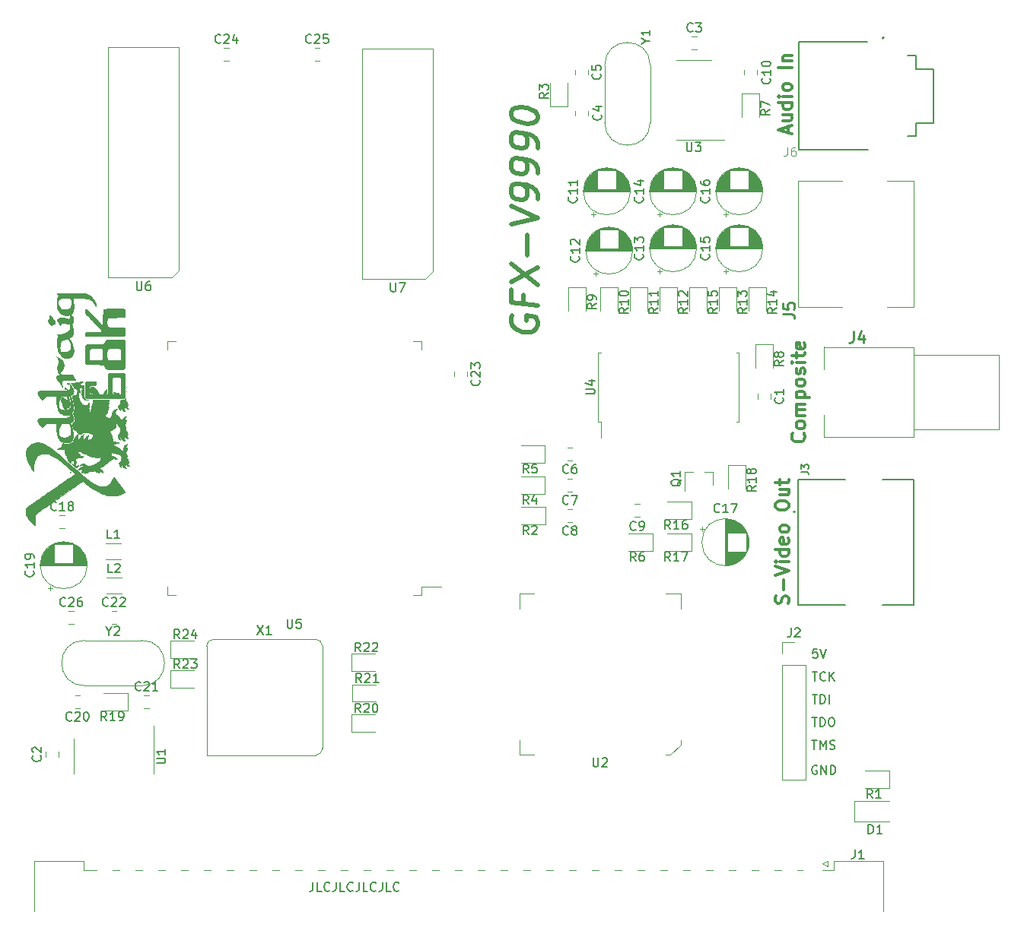
<source format=gto>
G04 #@! TF.GenerationSoftware,KiCad,Pcbnew,(5.1.10)-1*
G04 #@! TF.CreationDate,2021-07-30T10:38:07+01:00*
G04 #@! TF.ProjectId,GfxV9990,47667856-3939-4393-902e-6b696361645f,rev?*
G04 #@! TF.SameCoordinates,Original*
G04 #@! TF.FileFunction,Legend,Top*
G04 #@! TF.FilePolarity,Positive*
%FSLAX46Y46*%
G04 Gerber Fmt 4.6, Leading zero omitted, Abs format (unit mm)*
G04 Created by KiCad (PCBNEW (5.1.10)-1) date 2021-07-30 10:38:07*
%MOMM*%
%LPD*%
G01*
G04 APERTURE LIST*
%ADD10C,0.150000*%
%ADD11C,0.300000*%
%ADD12C,0.500000*%
%ADD13C,0.120000*%
%ADD14C,0.100000*%
%ADD15C,0.010000*%
%ADD16C,0.200000*%
%ADD17C,0.127000*%
%ADD18C,0.254000*%
%ADD19C,0.015000*%
%ADD20C,0.854000*%
%ADD21R,1.925000X0.700000*%
%ADD22R,0.700000X1.925000*%
%ADD23R,0.800000X0.900000*%
%ADD24C,3.555000*%
%ADD25C,1.509000*%
%ADD26R,1.509000X1.509000*%
%ADD27C,1.550000*%
%ADD28C,2.850000*%
%ADD29C,2.300000*%
%ADD30C,1.600000*%
%ADD31R,1.600000X1.600000*%
%ADD32R,2.200000X0.500000*%
%ADD33O,0.350000X1.600000*%
%ADD34O,1.600000X0.350000*%
%ADD35C,1.200000*%
%ADD36O,2.416000X1.208000*%
%ADD37O,1.208000X2.416000*%
%ADD38O,1.700000X1.700000*%
%ADD39R,1.700000X1.700000*%
%ADD40C,3.600000*%
%ADD41R,3.765000X3.765000*%
%ADD42C,3.306000*%
%ADD43C,1.398000*%
%ADD44R,1.398000X1.398000*%
G04 APERTURE END LIST*
D10*
X133155952Y-146852380D02*
X133155952Y-147566666D01*
X133108333Y-147709523D01*
X133013095Y-147804761D01*
X132870238Y-147852380D01*
X132775000Y-147852380D01*
X134108333Y-147852380D02*
X133632142Y-147852380D01*
X133632142Y-146852380D01*
X135013095Y-147757142D02*
X134965476Y-147804761D01*
X134822619Y-147852380D01*
X134727380Y-147852380D01*
X134584523Y-147804761D01*
X134489285Y-147709523D01*
X134441666Y-147614285D01*
X134394047Y-147423809D01*
X134394047Y-147280952D01*
X134441666Y-147090476D01*
X134489285Y-146995238D01*
X134584523Y-146900000D01*
X134727380Y-146852380D01*
X134822619Y-146852380D01*
X134965476Y-146900000D01*
X135013095Y-146947619D01*
X135727380Y-146852380D02*
X135727380Y-147566666D01*
X135679761Y-147709523D01*
X135584523Y-147804761D01*
X135441666Y-147852380D01*
X135346428Y-147852380D01*
X136679761Y-147852380D02*
X136203571Y-147852380D01*
X136203571Y-146852380D01*
X137584523Y-147757142D02*
X137536904Y-147804761D01*
X137394047Y-147852380D01*
X137298809Y-147852380D01*
X137155952Y-147804761D01*
X137060714Y-147709523D01*
X137013095Y-147614285D01*
X136965476Y-147423809D01*
X136965476Y-147280952D01*
X137013095Y-147090476D01*
X137060714Y-146995238D01*
X137155952Y-146900000D01*
X137298809Y-146852380D01*
X137394047Y-146852380D01*
X137536904Y-146900000D01*
X137584523Y-146947619D01*
X138298809Y-146852380D02*
X138298809Y-147566666D01*
X138251190Y-147709523D01*
X138155952Y-147804761D01*
X138013095Y-147852380D01*
X137917857Y-147852380D01*
X139251190Y-147852380D02*
X138775000Y-147852380D01*
X138775000Y-146852380D01*
X140155952Y-147757142D02*
X140108333Y-147804761D01*
X139965476Y-147852380D01*
X139870238Y-147852380D01*
X139727380Y-147804761D01*
X139632142Y-147709523D01*
X139584523Y-147614285D01*
X139536904Y-147423809D01*
X139536904Y-147280952D01*
X139584523Y-147090476D01*
X139632142Y-146995238D01*
X139727380Y-146900000D01*
X139870238Y-146852380D01*
X139965476Y-146852380D01*
X140108333Y-146900000D01*
X140155952Y-146947619D01*
X140870238Y-146852380D02*
X140870238Y-147566666D01*
X140822619Y-147709523D01*
X140727380Y-147804761D01*
X140584523Y-147852380D01*
X140489285Y-147852380D01*
X141822619Y-147852380D02*
X141346428Y-147852380D01*
X141346428Y-146852380D01*
X142727380Y-147757142D02*
X142679761Y-147804761D01*
X142536904Y-147852380D01*
X142441666Y-147852380D01*
X142298809Y-147804761D01*
X142203571Y-147709523D01*
X142155952Y-147614285D01*
X142108333Y-147423809D01*
X142108333Y-147280952D01*
X142155952Y-147090476D01*
X142203571Y-146995238D01*
X142298809Y-146900000D01*
X142441666Y-146852380D01*
X142536904Y-146852380D01*
X142679761Y-146900000D01*
X142727380Y-146947619D01*
D11*
X187785714Y-96857142D02*
X187857142Y-96928571D01*
X187928571Y-97142857D01*
X187928571Y-97285714D01*
X187857142Y-97500000D01*
X187714285Y-97642857D01*
X187571428Y-97714285D01*
X187285714Y-97785714D01*
X187071428Y-97785714D01*
X186785714Y-97714285D01*
X186642857Y-97642857D01*
X186500000Y-97500000D01*
X186428571Y-97285714D01*
X186428571Y-97142857D01*
X186500000Y-96928571D01*
X186571428Y-96857142D01*
X187928571Y-96000000D02*
X187857142Y-96142857D01*
X187785714Y-96214285D01*
X187642857Y-96285714D01*
X187214285Y-96285714D01*
X187071428Y-96214285D01*
X187000000Y-96142857D01*
X186928571Y-96000000D01*
X186928571Y-95785714D01*
X187000000Y-95642857D01*
X187071428Y-95571428D01*
X187214285Y-95500000D01*
X187642857Y-95500000D01*
X187785714Y-95571428D01*
X187857142Y-95642857D01*
X187928571Y-95785714D01*
X187928571Y-96000000D01*
X187928571Y-94857142D02*
X186928571Y-94857142D01*
X187071428Y-94857142D02*
X187000000Y-94785714D01*
X186928571Y-94642857D01*
X186928571Y-94428571D01*
X187000000Y-94285714D01*
X187142857Y-94214285D01*
X187928571Y-94214285D01*
X187142857Y-94214285D02*
X187000000Y-94142857D01*
X186928571Y-94000000D01*
X186928571Y-93785714D01*
X187000000Y-93642857D01*
X187142857Y-93571428D01*
X187928571Y-93571428D01*
X186928571Y-92857142D02*
X188428571Y-92857142D01*
X187000000Y-92857142D02*
X186928571Y-92714285D01*
X186928571Y-92428571D01*
X187000000Y-92285714D01*
X187071428Y-92214285D01*
X187214285Y-92142857D01*
X187642857Y-92142857D01*
X187785714Y-92214285D01*
X187857142Y-92285714D01*
X187928571Y-92428571D01*
X187928571Y-92714285D01*
X187857142Y-92857142D01*
X187928571Y-91285714D02*
X187857142Y-91428571D01*
X187785714Y-91500000D01*
X187642857Y-91571428D01*
X187214285Y-91571428D01*
X187071428Y-91500000D01*
X187000000Y-91428571D01*
X186928571Y-91285714D01*
X186928571Y-91071428D01*
X187000000Y-90928571D01*
X187071428Y-90857142D01*
X187214285Y-90785714D01*
X187642857Y-90785714D01*
X187785714Y-90857142D01*
X187857142Y-90928571D01*
X187928571Y-91071428D01*
X187928571Y-91285714D01*
X187857142Y-90214285D02*
X187928571Y-90071428D01*
X187928571Y-89785714D01*
X187857142Y-89642857D01*
X187714285Y-89571428D01*
X187642857Y-89571428D01*
X187500000Y-89642857D01*
X187428571Y-89785714D01*
X187428571Y-90000000D01*
X187357142Y-90142857D01*
X187214285Y-90214285D01*
X187142857Y-90214285D01*
X187000000Y-90142857D01*
X186928571Y-90000000D01*
X186928571Y-89785714D01*
X187000000Y-89642857D01*
X187928571Y-88928571D02*
X186928571Y-88928571D01*
X186428571Y-88928571D02*
X186500000Y-89000000D01*
X186571428Y-88928571D01*
X186500000Y-88857142D01*
X186428571Y-88928571D01*
X186571428Y-88928571D01*
X186928571Y-88428571D02*
X186928571Y-87857142D01*
X186428571Y-88214285D02*
X187714285Y-88214285D01*
X187857142Y-88142857D01*
X187928571Y-88000000D01*
X187928571Y-87857142D01*
X187857142Y-86785714D02*
X187928571Y-86928571D01*
X187928571Y-87214285D01*
X187857142Y-87357142D01*
X187714285Y-87428571D01*
X187142857Y-87428571D01*
X187000000Y-87357142D01*
X186928571Y-87214285D01*
X186928571Y-86928571D01*
X187000000Y-86785714D01*
X187142857Y-86714285D01*
X187285714Y-86714285D01*
X187428571Y-87428571D01*
X186027142Y-115787428D02*
X186098571Y-115573142D01*
X186098571Y-115216000D01*
X186027142Y-115073142D01*
X185955714Y-115001714D01*
X185812857Y-114930285D01*
X185670000Y-114930285D01*
X185527142Y-115001714D01*
X185455714Y-115073142D01*
X185384285Y-115216000D01*
X185312857Y-115501714D01*
X185241428Y-115644571D01*
X185170000Y-115716000D01*
X185027142Y-115787428D01*
X184884285Y-115787428D01*
X184741428Y-115716000D01*
X184670000Y-115644571D01*
X184598571Y-115501714D01*
X184598571Y-115144571D01*
X184670000Y-114930285D01*
X185527142Y-114287428D02*
X185527142Y-113144571D01*
X184598571Y-112644571D02*
X186098571Y-112144571D01*
X184598571Y-111644571D01*
X186098571Y-111144571D02*
X185098571Y-111144571D01*
X184598571Y-111144571D02*
X184670000Y-111216000D01*
X184741428Y-111144571D01*
X184670000Y-111073142D01*
X184598571Y-111144571D01*
X184741428Y-111144571D01*
X186098571Y-109787428D02*
X184598571Y-109787428D01*
X186027142Y-109787428D02*
X186098571Y-109930285D01*
X186098571Y-110216000D01*
X186027142Y-110358857D01*
X185955714Y-110430285D01*
X185812857Y-110501714D01*
X185384285Y-110501714D01*
X185241428Y-110430285D01*
X185170000Y-110358857D01*
X185098571Y-110216000D01*
X185098571Y-109930285D01*
X185170000Y-109787428D01*
X186027142Y-108501714D02*
X186098571Y-108644571D01*
X186098571Y-108930285D01*
X186027142Y-109073142D01*
X185884285Y-109144571D01*
X185312857Y-109144571D01*
X185170000Y-109073142D01*
X185098571Y-108930285D01*
X185098571Y-108644571D01*
X185170000Y-108501714D01*
X185312857Y-108430285D01*
X185455714Y-108430285D01*
X185598571Y-109144571D01*
X186098571Y-107573142D02*
X186027142Y-107716000D01*
X185955714Y-107787428D01*
X185812857Y-107858857D01*
X185384285Y-107858857D01*
X185241428Y-107787428D01*
X185170000Y-107716000D01*
X185098571Y-107573142D01*
X185098571Y-107358857D01*
X185170000Y-107216000D01*
X185241428Y-107144571D01*
X185384285Y-107073142D01*
X185812857Y-107073142D01*
X185955714Y-107144571D01*
X186027142Y-107216000D01*
X186098571Y-107358857D01*
X186098571Y-107573142D01*
X184598571Y-105001714D02*
X184598571Y-104716000D01*
X184670000Y-104573142D01*
X184812857Y-104430285D01*
X185098571Y-104358857D01*
X185598571Y-104358857D01*
X185884285Y-104430285D01*
X186027142Y-104573142D01*
X186098571Y-104716000D01*
X186098571Y-105001714D01*
X186027142Y-105144571D01*
X185884285Y-105287428D01*
X185598571Y-105358857D01*
X185098571Y-105358857D01*
X184812857Y-105287428D01*
X184670000Y-105144571D01*
X184598571Y-105001714D01*
X185098571Y-103073142D02*
X186098571Y-103073142D01*
X185098571Y-103716000D02*
X185884285Y-103716000D01*
X186027142Y-103644571D01*
X186098571Y-103501714D01*
X186098571Y-103287428D01*
X186027142Y-103144571D01*
X185955714Y-103073142D01*
X185098571Y-102573142D02*
X185098571Y-102001714D01*
X184598571Y-102358857D02*
X185884285Y-102358857D01*
X186027142Y-102287428D01*
X186098571Y-102144571D01*
X186098571Y-102001714D01*
X186000000Y-63361142D02*
X186000000Y-62646857D01*
X186428571Y-63504000D02*
X184928571Y-63004000D01*
X186428571Y-62504000D01*
X185428571Y-61361142D02*
X186428571Y-61361142D01*
X185428571Y-62004000D02*
X186214285Y-62004000D01*
X186357142Y-61932571D01*
X186428571Y-61789714D01*
X186428571Y-61575428D01*
X186357142Y-61432571D01*
X186285714Y-61361142D01*
X186428571Y-60004000D02*
X184928571Y-60004000D01*
X186357142Y-60004000D02*
X186428571Y-60146857D01*
X186428571Y-60432571D01*
X186357142Y-60575428D01*
X186285714Y-60646857D01*
X186142857Y-60718285D01*
X185714285Y-60718285D01*
X185571428Y-60646857D01*
X185500000Y-60575428D01*
X185428571Y-60432571D01*
X185428571Y-60146857D01*
X185500000Y-60004000D01*
X186428571Y-59289714D02*
X185428571Y-59289714D01*
X184928571Y-59289714D02*
X185000000Y-59361142D01*
X185071428Y-59289714D01*
X185000000Y-59218285D01*
X184928571Y-59289714D01*
X185071428Y-59289714D01*
X186428571Y-58361142D02*
X186357142Y-58504000D01*
X186285714Y-58575428D01*
X186142857Y-58646857D01*
X185714285Y-58646857D01*
X185571428Y-58575428D01*
X185500000Y-58504000D01*
X185428571Y-58361142D01*
X185428571Y-58146857D01*
X185500000Y-58004000D01*
X185571428Y-57932571D01*
X185714285Y-57861142D01*
X186142857Y-57861142D01*
X186285714Y-57932571D01*
X186357142Y-58004000D01*
X186428571Y-58146857D01*
X186428571Y-58361142D01*
X186428571Y-56075428D02*
X184928571Y-56075428D01*
X185428571Y-55361142D02*
X186428571Y-55361142D01*
X185571428Y-55361142D02*
X185500000Y-55289714D01*
X185428571Y-55146857D01*
X185428571Y-54932571D01*
X185500000Y-54789714D01*
X185642857Y-54718285D01*
X186428571Y-54718285D01*
D12*
X155325000Y-83682589D02*
X155182142Y-83950446D01*
X155182142Y-84379017D01*
X155325000Y-84825446D01*
X155610714Y-85146875D01*
X155896428Y-85325446D01*
X156467857Y-85539732D01*
X156896428Y-85593303D01*
X157467857Y-85521875D01*
X157753571Y-85414732D01*
X158039285Y-85164732D01*
X158182142Y-84754017D01*
X158182142Y-84468303D01*
X158039285Y-84021875D01*
X157896428Y-83861160D01*
X156896428Y-83736160D01*
X156896428Y-84307589D01*
X156610714Y-81414732D02*
X156610714Y-82414732D01*
X158182142Y-82611160D02*
X155182142Y-82236160D01*
X155182142Y-80807589D01*
X155182142Y-79950446D02*
X158182142Y-78325446D01*
X155182142Y-77950446D02*
X158182142Y-80325446D01*
X157039285Y-77039732D02*
X157039285Y-74754017D01*
X155182142Y-73521875D02*
X158182142Y-72896875D01*
X155182142Y-71521875D01*
X158182142Y-70754017D02*
X158182142Y-70182589D01*
X158039285Y-69879017D01*
X157896428Y-69718303D01*
X157467857Y-69379017D01*
X156896428Y-69164732D01*
X155753571Y-69021875D01*
X155467857Y-69129017D01*
X155325000Y-69254017D01*
X155182142Y-69521875D01*
X155182142Y-70093303D01*
X155325000Y-70396875D01*
X155467857Y-70557589D01*
X155753571Y-70736160D01*
X156467857Y-70825446D01*
X156753571Y-70718303D01*
X156896428Y-70593303D01*
X157039285Y-70325446D01*
X157039285Y-69754017D01*
X156896428Y-69450446D01*
X156753571Y-69289732D01*
X156467857Y-69111160D01*
X158182142Y-67896875D02*
X158182142Y-67325446D01*
X158039285Y-67021875D01*
X157896428Y-66861160D01*
X157467857Y-66521875D01*
X156896428Y-66307589D01*
X155753571Y-66164732D01*
X155467857Y-66271875D01*
X155325000Y-66396875D01*
X155182142Y-66664732D01*
X155182142Y-67236160D01*
X155325000Y-67539732D01*
X155467857Y-67700446D01*
X155753571Y-67879017D01*
X156467857Y-67968303D01*
X156753571Y-67861160D01*
X156896428Y-67736160D01*
X157039285Y-67468303D01*
X157039285Y-66896875D01*
X156896428Y-66593303D01*
X156753571Y-66432589D01*
X156467857Y-66254017D01*
X158182142Y-65039732D02*
X158182142Y-64468303D01*
X158039285Y-64164732D01*
X157896428Y-64004017D01*
X157467857Y-63664732D01*
X156896428Y-63450446D01*
X155753571Y-63307589D01*
X155467857Y-63414732D01*
X155325000Y-63539732D01*
X155182142Y-63807589D01*
X155182142Y-64379017D01*
X155325000Y-64682589D01*
X155467857Y-64843303D01*
X155753571Y-65021875D01*
X156467857Y-65111160D01*
X156753571Y-65004017D01*
X156896428Y-64879017D01*
X157039285Y-64611160D01*
X157039285Y-64039732D01*
X156896428Y-63736160D01*
X156753571Y-63575446D01*
X156467857Y-63396875D01*
X155182142Y-61379017D02*
X155182142Y-61093303D01*
X155325000Y-60825446D01*
X155467857Y-60700446D01*
X155753571Y-60593303D01*
X156325000Y-60521875D01*
X157039285Y-60611160D01*
X157610714Y-60825446D01*
X157896428Y-61004017D01*
X158039285Y-61164732D01*
X158182142Y-61468303D01*
X158182142Y-61754017D01*
X158039285Y-62021875D01*
X157896428Y-62146875D01*
X157610714Y-62254017D01*
X157039285Y-62325446D01*
X156325000Y-62236160D01*
X155753571Y-62021875D01*
X155467857Y-61843303D01*
X155325000Y-61682589D01*
X155182142Y-61379017D01*
D10*
X188706285Y-123404380D02*
X189277714Y-123404380D01*
X188992000Y-124404380D02*
X188992000Y-123404380D01*
X190182476Y-124309142D02*
X190134857Y-124356761D01*
X189992000Y-124404380D01*
X189896761Y-124404380D01*
X189753904Y-124356761D01*
X189658666Y-124261523D01*
X189611047Y-124166285D01*
X189563428Y-123975809D01*
X189563428Y-123832952D01*
X189611047Y-123642476D01*
X189658666Y-123547238D01*
X189753904Y-123452000D01*
X189896761Y-123404380D01*
X189992000Y-123404380D01*
X190134857Y-123452000D01*
X190182476Y-123499619D01*
X190611047Y-124404380D02*
X190611047Y-123404380D01*
X191182476Y-124404380D02*
X190753904Y-123832952D01*
X191182476Y-123404380D02*
X190611047Y-123975809D01*
X188714190Y-125944380D02*
X189285619Y-125944380D01*
X188999904Y-126944380D02*
X188999904Y-125944380D01*
X189618952Y-126944380D02*
X189618952Y-125944380D01*
X189857047Y-125944380D01*
X189999904Y-125992000D01*
X190095142Y-126087238D01*
X190142761Y-126182476D01*
X190190380Y-126372952D01*
X190190380Y-126515809D01*
X190142761Y-126706285D01*
X190095142Y-126801523D01*
X189999904Y-126896761D01*
X189857047Y-126944380D01*
X189618952Y-126944380D01*
X190618952Y-126944380D02*
X190618952Y-125944380D01*
X188682476Y-128484380D02*
X189253904Y-128484380D01*
X188968190Y-129484380D02*
X188968190Y-128484380D01*
X189587238Y-129484380D02*
X189587238Y-128484380D01*
X189825333Y-128484380D01*
X189968190Y-128532000D01*
X190063428Y-128627238D01*
X190111047Y-128722476D01*
X190158666Y-128912952D01*
X190158666Y-129055809D01*
X190111047Y-129246285D01*
X190063428Y-129341523D01*
X189968190Y-129436761D01*
X189825333Y-129484380D01*
X189587238Y-129484380D01*
X190777714Y-128484380D02*
X190968190Y-128484380D01*
X191063428Y-128532000D01*
X191158666Y-128627238D01*
X191206285Y-128817714D01*
X191206285Y-129151047D01*
X191158666Y-129341523D01*
X191063428Y-129436761D01*
X190968190Y-129484380D01*
X190777714Y-129484380D01*
X190682476Y-129436761D01*
X190587238Y-129341523D01*
X190539619Y-129151047D01*
X190539619Y-128817714D01*
X190587238Y-128627238D01*
X190682476Y-128532000D01*
X190777714Y-128484380D01*
X188658666Y-131024380D02*
X189230095Y-131024380D01*
X188944380Y-132024380D02*
X188944380Y-131024380D01*
X189563428Y-132024380D02*
X189563428Y-131024380D01*
X189896761Y-131738666D01*
X190230095Y-131024380D01*
X190230095Y-132024380D01*
X190658666Y-131976761D02*
X190801523Y-132024380D01*
X191039619Y-132024380D01*
X191134857Y-131976761D01*
X191182476Y-131929142D01*
X191230095Y-131833904D01*
X191230095Y-131738666D01*
X191182476Y-131643428D01*
X191134857Y-131595809D01*
X191039619Y-131548190D01*
X190849142Y-131500571D01*
X190753904Y-131452952D01*
X190706285Y-131405333D01*
X190658666Y-131310095D01*
X190658666Y-131214857D01*
X190706285Y-131119619D01*
X190753904Y-131072000D01*
X190849142Y-131024380D01*
X191087238Y-131024380D01*
X191230095Y-131072000D01*
X189230095Y-133866000D02*
X189134857Y-133818380D01*
X188992000Y-133818380D01*
X188849142Y-133866000D01*
X188753904Y-133961238D01*
X188706285Y-134056476D01*
X188658666Y-134246952D01*
X188658666Y-134389809D01*
X188706285Y-134580285D01*
X188753904Y-134675523D01*
X188849142Y-134770761D01*
X188992000Y-134818380D01*
X189087238Y-134818380D01*
X189230095Y-134770761D01*
X189277714Y-134723142D01*
X189277714Y-134389809D01*
X189087238Y-134389809D01*
X189706285Y-134818380D02*
X189706285Y-133818380D01*
X190277714Y-134818380D01*
X190277714Y-133818380D01*
X190753904Y-134818380D02*
X190753904Y-133818380D01*
X190992000Y-133818380D01*
X191134857Y-133866000D01*
X191230095Y-133961238D01*
X191277714Y-134056476D01*
X191325333Y-134246952D01*
X191325333Y-134389809D01*
X191277714Y-134580285D01*
X191230095Y-134675523D01*
X191134857Y-134770761D01*
X190992000Y-134818380D01*
X190753904Y-134818380D01*
X189293523Y-120864380D02*
X188817333Y-120864380D01*
X188769714Y-121340571D01*
X188817333Y-121292952D01*
X188912571Y-121245333D01*
X189150666Y-121245333D01*
X189245904Y-121292952D01*
X189293523Y-121340571D01*
X189341142Y-121435809D01*
X189341142Y-121673904D01*
X189293523Y-121769142D01*
X189245904Y-121816761D01*
X189150666Y-121864380D01*
X188912571Y-121864380D01*
X188817333Y-121816761D01*
X188769714Y-121769142D01*
X189626857Y-120864380D02*
X189960190Y-121864380D01*
X190293523Y-120864380D01*
D13*
X184123000Y-92448748D02*
X184123000Y-92971252D01*
X182653000Y-92448748D02*
X182653000Y-92971252D01*
X175514000Y-55255000D02*
X173564000Y-55255000D01*
X175514000Y-55255000D02*
X177464000Y-55255000D01*
X175514000Y-64125000D02*
X173564000Y-64125000D01*
X175514000Y-64125000D02*
X178964000Y-64125000D01*
D14*
X172425000Y-132673000D02*
X172925000Y-132673000D01*
X172925000Y-132673000D02*
X174075000Y-131523000D01*
X174075000Y-131523000D02*
X174075000Y-131023000D01*
X157775000Y-132673000D02*
X156125000Y-132673000D01*
X156125000Y-132673000D02*
X156125000Y-131023000D01*
X172425000Y-114723000D02*
X174075000Y-114723000D01*
X174075000Y-114723000D02*
X174075000Y-116373000D01*
X157775000Y-114723000D02*
X156125000Y-114723000D01*
X156125000Y-114723000D02*
X156125000Y-116373000D01*
D13*
X106563000Y-132842000D02*
X106563000Y-134792000D01*
X106563000Y-132842000D02*
X106563000Y-130892000D01*
X115433000Y-132842000D02*
X115433000Y-134792000D01*
X115433000Y-132842000D02*
X115433000Y-129392000D01*
X119950500Y-119944000D02*
X117265500Y-119944000D01*
X117265500Y-119944000D02*
X117265500Y-121864000D01*
X117265500Y-121864000D02*
X119950500Y-121864000D01*
X119950500Y-123246000D02*
X117265500Y-123246000D01*
X117265500Y-123246000D02*
X117265500Y-125166000D01*
X117265500Y-125166000D02*
X119950500Y-125166000D01*
X140087500Y-121390000D02*
X137402500Y-121390000D01*
X137402500Y-121390000D02*
X137402500Y-123310000D01*
X137402500Y-123310000D02*
X140087500Y-123310000D01*
X140187500Y-124815000D02*
X137502500Y-124815000D01*
X137502500Y-124815000D02*
X137502500Y-126735000D01*
X137502500Y-126735000D02*
X140187500Y-126735000D01*
X140087500Y-128165000D02*
X137402500Y-128165000D01*
X137402500Y-128165000D02*
X137402500Y-130085000D01*
X137402500Y-130085000D02*
X140087500Y-130085000D01*
X109822500Y-127706000D02*
X112507500Y-127706000D01*
X112507500Y-127706000D02*
X112507500Y-125786000D01*
X112507500Y-125786000D02*
X109822500Y-125786000D01*
X181300000Y-103029500D02*
X181300000Y-100344500D01*
X181300000Y-100344500D02*
X179380000Y-100344500D01*
X179380000Y-100344500D02*
X179380000Y-103029500D01*
X172560500Y-109926000D02*
X175245500Y-109926000D01*
X175245500Y-109926000D02*
X175245500Y-108006000D01*
X175245500Y-108006000D02*
X172560500Y-108006000D01*
X172560500Y-106370000D02*
X175245500Y-106370000D01*
X175245500Y-106370000D02*
X175245500Y-104450000D01*
X175245500Y-104450000D02*
X172560500Y-104450000D01*
X176982000Y-83217500D02*
X176982000Y-80532500D01*
X176982000Y-80532500D02*
X175062000Y-80532500D01*
X175062000Y-80532500D02*
X175062000Y-83217500D01*
X183586000Y-83217500D02*
X183586000Y-80532500D01*
X183586000Y-80532500D02*
X181666000Y-80532500D01*
X181666000Y-80532500D02*
X181666000Y-83217500D01*
X180284000Y-83217500D02*
X180284000Y-80532500D01*
X180284000Y-80532500D02*
X178364000Y-80532500D01*
X178364000Y-80532500D02*
X178364000Y-83217500D01*
X173680000Y-83217500D02*
X173680000Y-80532500D01*
X173680000Y-80532500D02*
X171760000Y-80532500D01*
X171760000Y-80532500D02*
X171760000Y-83217500D01*
X170378000Y-83217500D02*
X170378000Y-80532500D01*
X170378000Y-80532500D02*
X168458000Y-80532500D01*
X168458000Y-80532500D02*
X168458000Y-83217500D01*
X167076000Y-83217500D02*
X167076000Y-80532500D01*
X167076000Y-80532500D02*
X165156000Y-80532500D01*
X165156000Y-80532500D02*
X165156000Y-83217500D01*
X163520000Y-83217500D02*
X163520000Y-80532500D01*
X163520000Y-80532500D02*
X161600000Y-80532500D01*
X161600000Y-80532500D02*
X161600000Y-83217500D01*
X184348000Y-89567500D02*
X184348000Y-86882500D01*
X184348000Y-86882500D02*
X182428000Y-86882500D01*
X182428000Y-86882500D02*
X182428000Y-89567500D01*
X182824000Y-61627500D02*
X182824000Y-58942500D01*
X182824000Y-58942500D02*
X180904000Y-58942500D01*
X180904000Y-58942500D02*
X180904000Y-61627500D01*
X168242500Y-109926000D02*
X170927500Y-109926000D01*
X170927500Y-109926000D02*
X170927500Y-108006000D01*
X170927500Y-108006000D02*
X168242500Y-108006000D01*
X156302200Y-100121600D02*
X158987200Y-100121600D01*
X158987200Y-100121600D02*
X158987200Y-98201600D01*
X158987200Y-98201600D02*
X156302200Y-98201600D01*
X156302200Y-103576000D02*
X158987200Y-103576000D01*
X158987200Y-103576000D02*
X158987200Y-101656000D01*
X158987200Y-101656000D02*
X156302200Y-101656000D01*
X159568000Y-57752500D02*
X159568000Y-60437500D01*
X159568000Y-60437500D02*
X161488000Y-60437500D01*
X161488000Y-60437500D02*
X161488000Y-57752500D01*
X156304500Y-106979600D02*
X158989500Y-106979600D01*
X158989500Y-106979600D02*
X158989500Y-105059600D01*
X158989500Y-105059600D02*
X156304500Y-105059600D01*
X194580000Y-136342000D02*
X197265000Y-136342000D01*
X197265000Y-136342000D02*
X197265000Y-134422000D01*
X197265000Y-134422000D02*
X194580000Y-134422000D01*
X177668000Y-101110000D02*
X176738000Y-101110000D01*
X174508000Y-101110000D02*
X175438000Y-101110000D01*
X174508000Y-101110000D02*
X174508000Y-103270000D01*
X177668000Y-101110000D02*
X177668000Y-102570000D01*
X197304000Y-137803000D02*
X193419000Y-137803000D01*
X193419000Y-137803000D02*
X193419000Y-140073000D01*
X193419000Y-140073000D02*
X197304000Y-140073000D01*
X105976748Y-116613000D02*
X106499252Y-116613000D01*
X105976748Y-118083000D02*
X106499252Y-118083000D01*
X133342748Y-53875000D02*
X133865252Y-53875000D01*
X133342748Y-55345000D02*
X133865252Y-55345000D01*
X123248748Y-53875000D02*
X123771252Y-53875000D01*
X123248748Y-55345000D02*
X123771252Y-55345000D01*
X150341000Y-89974748D02*
X150341000Y-90497252D01*
X148871000Y-89974748D02*
X148871000Y-90497252D01*
X110736748Y-116613000D02*
X111259252Y-116613000D01*
X110736748Y-118083000D02*
X111259252Y-118083000D01*
X114358748Y-126011000D02*
X114881252Y-126011000D01*
X114358748Y-127481000D02*
X114881252Y-127481000D01*
X107195252Y-127481000D02*
X106672748Y-127481000D01*
X107195252Y-126011000D02*
X106672748Y-126011000D01*
X104960748Y-105945000D02*
X105483252Y-105945000D01*
X104960748Y-107415000D02*
X105483252Y-107415000D01*
X181129000Y-56837252D02*
X181129000Y-56314748D01*
X182599000Y-56837252D02*
X182599000Y-56314748D01*
X168968748Y-104675000D02*
X169491252Y-104675000D01*
X168968748Y-106145000D02*
X169491252Y-106145000D01*
X161993252Y-106754600D02*
X161470748Y-106754600D01*
X161993252Y-105284600D02*
X161470748Y-105284600D01*
X161993252Y-103351000D02*
X161470748Y-103351000D01*
X161993252Y-101881000D02*
X161470748Y-101881000D01*
X161993252Y-99896600D02*
X161470748Y-99896600D01*
X161993252Y-98426600D02*
X161470748Y-98426600D01*
X163803000Y-56340748D02*
X163803000Y-56863252D01*
X162333000Y-56340748D02*
X162333000Y-56863252D01*
X162333000Y-61409252D02*
X162333000Y-60886748D01*
X163803000Y-61409252D02*
X163803000Y-60886748D01*
X175318748Y-52605000D02*
X175841252Y-52605000D01*
X175318748Y-54075000D02*
X175841252Y-54075000D01*
X103405000Y-132849252D02*
X103405000Y-132326748D01*
X104875000Y-132849252D02*
X104875000Y-132326748D01*
X180530000Y-91694000D02*
X180530000Y-87834000D01*
X180530000Y-87834000D02*
X180240000Y-87834000D01*
X180530000Y-91694000D02*
X180530000Y-95554000D01*
X180530000Y-95554000D02*
X180240000Y-95554000D01*
X164910000Y-91694000D02*
X164910000Y-87834000D01*
X164910000Y-87834000D02*
X165200000Y-87834000D01*
X164910000Y-91694000D02*
X164910000Y-95554000D01*
X164910000Y-95554000D02*
X165200000Y-95554000D01*
X165200000Y-95554000D02*
X165200000Y-97344000D01*
D14*
X197010000Y-68740000D02*
X200010000Y-68740000D01*
X200010000Y-68740000D02*
X200010000Y-82740000D01*
X200010000Y-82740000D02*
X197010000Y-82740000D01*
X192010000Y-68740000D02*
X187180000Y-68740000D01*
X187180000Y-68740000D02*
X187180000Y-82740000D01*
X187180000Y-82740000D02*
X192010000Y-82740000D01*
D13*
X196612000Y-150080000D02*
X196612000Y-144520000D01*
X196612000Y-144520000D02*
X191092000Y-144520000D01*
X191092000Y-144520000D02*
X191092000Y-145520000D01*
X102092000Y-150080000D02*
X102092000Y-144520000D01*
X102092000Y-144520000D02*
X107612000Y-144520000D01*
X107612000Y-144520000D02*
X107612000Y-145520000D01*
X191093000Y-145520000D02*
X189817000Y-145520000D01*
X187627000Y-145520000D02*
X187051000Y-145520000D01*
X185312000Y-145520000D02*
X184511000Y-145520000D01*
X182772000Y-145520000D02*
X181971000Y-145520000D01*
X180232000Y-145520000D02*
X179431000Y-145520000D01*
X177692000Y-145520000D02*
X176891000Y-145520000D01*
X175152000Y-145520000D02*
X174351000Y-145520000D01*
X172612000Y-145520000D02*
X171811000Y-145520000D01*
X170072000Y-145520000D02*
X169271000Y-145520000D01*
X167532000Y-145520000D02*
X166731000Y-145520000D01*
X164992000Y-145520000D02*
X164191000Y-145520000D01*
X162452000Y-145520000D02*
X161651000Y-145520000D01*
X159912000Y-145520000D02*
X159111000Y-145520000D01*
X157372000Y-145520000D02*
X156571000Y-145520000D01*
X154832000Y-145520000D02*
X154031000Y-145520000D01*
X152292000Y-145520000D02*
X151491000Y-145520000D01*
X149752000Y-145520000D02*
X148951000Y-145520000D01*
X147212000Y-145520000D02*
X146411000Y-145520000D01*
X144672000Y-145520000D02*
X143871000Y-145520000D01*
X142132000Y-145520000D02*
X141331000Y-145520000D01*
X139592000Y-145520000D02*
X138791000Y-145520000D01*
X137052000Y-145520000D02*
X136251000Y-145520000D01*
X134512000Y-145520000D02*
X133711000Y-145520000D01*
X131972000Y-145520000D02*
X131171000Y-145520000D01*
X129432000Y-145520000D02*
X128631000Y-145520000D01*
X126892000Y-145520000D02*
X126091000Y-145520000D01*
X124352000Y-145520000D02*
X123551000Y-145520000D01*
X121812000Y-145520000D02*
X121011000Y-145520000D01*
X119272000Y-145520000D02*
X118471000Y-145520000D01*
X116732000Y-145520000D02*
X115931000Y-145520000D01*
X114192000Y-145520000D02*
X113391000Y-145520000D01*
X111652000Y-145520000D02*
X110851000Y-145520000D01*
X109112000Y-145520000D02*
X107612000Y-145520000D01*
X189817000Y-144780000D02*
X190417000Y-145080000D01*
X190417000Y-145080000D02*
X190417000Y-144480000D01*
X190417000Y-144480000D02*
X189817000Y-144780000D01*
X107708000Y-119903000D02*
X114108000Y-119903000D01*
X107708000Y-124953000D02*
X114108000Y-124953000D01*
X114108000Y-124953000D02*
G75*
G03*
X114108000Y-119903000I0J2525000D01*
G01*
X107708000Y-124953000D02*
G75*
G02*
X107708000Y-119903000I0J2525000D01*
G01*
X121312000Y-120538000D02*
X121312000Y-132688000D01*
X133462000Y-119788000D02*
X122062000Y-119788000D01*
X134212000Y-131938000D02*
X134212000Y-120538000D01*
X121312000Y-132688000D02*
X133462000Y-132688000D01*
X122062000Y-119788000D02*
G75*
G03*
X121312000Y-120538000I0J-750000D01*
G01*
X134212000Y-120538000D02*
G75*
G03*
X133462000Y-119788000I-750000J0D01*
G01*
X133462000Y-132688000D02*
G75*
G03*
X134212000Y-131938000I0J750000D01*
G01*
X146478000Y-78798000D02*
X145678000Y-79598000D01*
X145678000Y-79598000D02*
X138628000Y-79598000D01*
X138628000Y-79598000D02*
X138628000Y-53968000D01*
X138628000Y-53968000D02*
X146478000Y-53968000D01*
X146478000Y-53968000D02*
X146478000Y-78798000D01*
X118221000Y-78671000D02*
X117421000Y-79471000D01*
X117421000Y-79471000D02*
X110371000Y-79471000D01*
X110371000Y-79471000D02*
X110371000Y-53841000D01*
X110371000Y-53841000D02*
X118221000Y-53841000D01*
X118221000Y-53841000D02*
X118221000Y-78671000D01*
X144260000Y-114842000D02*
X145210000Y-114842000D01*
X145210000Y-114842000D02*
X145210000Y-113892000D01*
X145210000Y-113892000D02*
X147460000Y-113892000D01*
X117860000Y-114842000D02*
X116910000Y-114842000D01*
X116910000Y-114842000D02*
X116910000Y-113892000D01*
X144260000Y-86542000D02*
X145210000Y-86542000D01*
X145210000Y-86542000D02*
X145210000Y-87492000D01*
X117860000Y-86542000D02*
X116910000Y-86542000D01*
X116910000Y-86542000D02*
X116910000Y-87492000D01*
X110162758Y-112882000D02*
X111833242Y-112882000D01*
X110162758Y-114702000D02*
X111833242Y-114702000D01*
X110111758Y-109072000D02*
X111782242Y-109072000D01*
X110111758Y-110892000D02*
X111782242Y-110892000D01*
X108030000Y-111526000D02*
G75*
G03*
X108030000Y-111526000I-2620000J0D01*
G01*
X102830000Y-111526000D02*
X107990000Y-111526000D01*
X102830000Y-111486000D02*
X107990000Y-111486000D01*
X102831000Y-111446000D02*
X107989000Y-111446000D01*
X102832000Y-111406000D02*
X107988000Y-111406000D01*
X102834000Y-111366000D02*
X107986000Y-111366000D01*
X102837000Y-111326000D02*
X107983000Y-111326000D01*
X102841000Y-111286000D02*
X104370000Y-111286000D01*
X106450000Y-111286000D02*
X107979000Y-111286000D01*
X102845000Y-111246000D02*
X104370000Y-111246000D01*
X106450000Y-111246000D02*
X107975000Y-111246000D01*
X102849000Y-111206000D02*
X104370000Y-111206000D01*
X106450000Y-111206000D02*
X107971000Y-111206000D01*
X102854000Y-111166000D02*
X104370000Y-111166000D01*
X106450000Y-111166000D02*
X107966000Y-111166000D01*
X102860000Y-111126000D02*
X104370000Y-111126000D01*
X106450000Y-111126000D02*
X107960000Y-111126000D01*
X102867000Y-111086000D02*
X104370000Y-111086000D01*
X106450000Y-111086000D02*
X107953000Y-111086000D01*
X102874000Y-111046000D02*
X104370000Y-111046000D01*
X106450000Y-111046000D02*
X107946000Y-111046000D01*
X102882000Y-111006000D02*
X104370000Y-111006000D01*
X106450000Y-111006000D02*
X107938000Y-111006000D01*
X102890000Y-110966000D02*
X104370000Y-110966000D01*
X106450000Y-110966000D02*
X107930000Y-110966000D01*
X102899000Y-110926000D02*
X104370000Y-110926000D01*
X106450000Y-110926000D02*
X107921000Y-110926000D01*
X102909000Y-110886000D02*
X104370000Y-110886000D01*
X106450000Y-110886000D02*
X107911000Y-110886000D01*
X102919000Y-110846000D02*
X104370000Y-110846000D01*
X106450000Y-110846000D02*
X107901000Y-110846000D01*
X102930000Y-110805000D02*
X104370000Y-110805000D01*
X106450000Y-110805000D02*
X107890000Y-110805000D01*
X102942000Y-110765000D02*
X104370000Y-110765000D01*
X106450000Y-110765000D02*
X107878000Y-110765000D01*
X102955000Y-110725000D02*
X104370000Y-110725000D01*
X106450000Y-110725000D02*
X107865000Y-110725000D01*
X102968000Y-110685000D02*
X104370000Y-110685000D01*
X106450000Y-110685000D02*
X107852000Y-110685000D01*
X102982000Y-110645000D02*
X104370000Y-110645000D01*
X106450000Y-110645000D02*
X107838000Y-110645000D01*
X102996000Y-110605000D02*
X104370000Y-110605000D01*
X106450000Y-110605000D02*
X107824000Y-110605000D01*
X103012000Y-110565000D02*
X104370000Y-110565000D01*
X106450000Y-110565000D02*
X107808000Y-110565000D01*
X103028000Y-110525000D02*
X104370000Y-110525000D01*
X106450000Y-110525000D02*
X107792000Y-110525000D01*
X103045000Y-110485000D02*
X104370000Y-110485000D01*
X106450000Y-110485000D02*
X107775000Y-110485000D01*
X103062000Y-110445000D02*
X104370000Y-110445000D01*
X106450000Y-110445000D02*
X107758000Y-110445000D01*
X103081000Y-110405000D02*
X104370000Y-110405000D01*
X106450000Y-110405000D02*
X107739000Y-110405000D01*
X103100000Y-110365000D02*
X104370000Y-110365000D01*
X106450000Y-110365000D02*
X107720000Y-110365000D01*
X103120000Y-110325000D02*
X104370000Y-110325000D01*
X106450000Y-110325000D02*
X107700000Y-110325000D01*
X103142000Y-110285000D02*
X104370000Y-110285000D01*
X106450000Y-110285000D02*
X107678000Y-110285000D01*
X103163000Y-110245000D02*
X104370000Y-110245000D01*
X106450000Y-110245000D02*
X107657000Y-110245000D01*
X103186000Y-110205000D02*
X104370000Y-110205000D01*
X106450000Y-110205000D02*
X107634000Y-110205000D01*
X103210000Y-110165000D02*
X104370000Y-110165000D01*
X106450000Y-110165000D02*
X107610000Y-110165000D01*
X103235000Y-110125000D02*
X104370000Y-110125000D01*
X106450000Y-110125000D02*
X107585000Y-110125000D01*
X103261000Y-110085000D02*
X104370000Y-110085000D01*
X106450000Y-110085000D02*
X107559000Y-110085000D01*
X103288000Y-110045000D02*
X104370000Y-110045000D01*
X106450000Y-110045000D02*
X107532000Y-110045000D01*
X103315000Y-110005000D02*
X104370000Y-110005000D01*
X106450000Y-110005000D02*
X107505000Y-110005000D01*
X103345000Y-109965000D02*
X104370000Y-109965000D01*
X106450000Y-109965000D02*
X107475000Y-109965000D01*
X103375000Y-109925000D02*
X104370000Y-109925000D01*
X106450000Y-109925000D02*
X107445000Y-109925000D01*
X103406000Y-109885000D02*
X104370000Y-109885000D01*
X106450000Y-109885000D02*
X107414000Y-109885000D01*
X103439000Y-109845000D02*
X104370000Y-109845000D01*
X106450000Y-109845000D02*
X107381000Y-109845000D01*
X103473000Y-109805000D02*
X104370000Y-109805000D01*
X106450000Y-109805000D02*
X107347000Y-109805000D01*
X103509000Y-109765000D02*
X104370000Y-109765000D01*
X106450000Y-109765000D02*
X107311000Y-109765000D01*
X103546000Y-109725000D02*
X104370000Y-109725000D01*
X106450000Y-109725000D02*
X107274000Y-109725000D01*
X103584000Y-109685000D02*
X104370000Y-109685000D01*
X106450000Y-109685000D02*
X107236000Y-109685000D01*
X103625000Y-109645000D02*
X104370000Y-109645000D01*
X106450000Y-109645000D02*
X107195000Y-109645000D01*
X103667000Y-109605000D02*
X104370000Y-109605000D01*
X106450000Y-109605000D02*
X107153000Y-109605000D01*
X103711000Y-109565000D02*
X104370000Y-109565000D01*
X106450000Y-109565000D02*
X107109000Y-109565000D01*
X103757000Y-109525000D02*
X104370000Y-109525000D01*
X106450000Y-109525000D02*
X107063000Y-109525000D01*
X103805000Y-109485000D02*
X104370000Y-109485000D01*
X106450000Y-109485000D02*
X107015000Y-109485000D01*
X103856000Y-109445000D02*
X104370000Y-109445000D01*
X106450000Y-109445000D02*
X106964000Y-109445000D01*
X103910000Y-109405000D02*
X104370000Y-109405000D01*
X106450000Y-109405000D02*
X106910000Y-109405000D01*
X103967000Y-109365000D02*
X104370000Y-109365000D01*
X106450000Y-109365000D02*
X106853000Y-109365000D01*
X104027000Y-109325000D02*
X104370000Y-109325000D01*
X106450000Y-109325000D02*
X106793000Y-109325000D01*
X104091000Y-109285000D02*
X104370000Y-109285000D01*
X106450000Y-109285000D02*
X106729000Y-109285000D01*
X104159000Y-109245000D02*
X104370000Y-109245000D01*
X106450000Y-109245000D02*
X106661000Y-109245000D01*
X104232000Y-109205000D02*
X106588000Y-109205000D01*
X104312000Y-109165000D02*
X106508000Y-109165000D01*
X104399000Y-109125000D02*
X106421000Y-109125000D01*
X104495000Y-109085000D02*
X106325000Y-109085000D01*
X104605000Y-109045000D02*
X106215000Y-109045000D01*
X104733000Y-109005000D02*
X106087000Y-109005000D01*
X104892000Y-108965000D02*
X105928000Y-108965000D01*
X105126000Y-108925000D02*
X105694000Y-108925000D01*
X103935000Y-114330775D02*
X103935000Y-113830775D01*
X103685000Y-114080775D02*
X104185000Y-114080775D01*
D15*
G36*
X104719056Y-98562844D02*
G01*
X104760855Y-98526026D01*
X104820503Y-98487174D01*
X104891170Y-98450267D01*
X104964259Y-98419919D01*
X105040176Y-98390236D01*
X105094993Y-98361325D01*
X105132438Y-98328602D01*
X105156239Y-98287481D01*
X105170126Y-98233375D01*
X105177825Y-98161700D01*
X105178167Y-98156810D01*
X105182001Y-98110040D01*
X105186072Y-98074946D01*
X105189643Y-98057571D01*
X105190412Y-98056700D01*
X105203039Y-98063548D01*
X105227841Y-98080596D01*
X105236222Y-98086738D01*
X105264798Y-98104082D01*
X105302860Y-98122386D01*
X105343193Y-98138821D01*
X105378584Y-98150556D01*
X105401819Y-98154763D01*
X105406364Y-98153469D01*
X105402066Y-98141465D01*
X105386597Y-98113188D01*
X105362752Y-98073579D01*
X105347476Y-98049374D01*
X105320253Y-98005763D01*
X105299840Y-97970895D01*
X105289049Y-97949690D01*
X105288207Y-97945660D01*
X105301633Y-97946337D01*
X105334538Y-97951580D01*
X105381601Y-97960467D01*
X105424316Y-97969251D01*
X105509064Y-97983335D01*
X105606129Y-97993074D01*
X105709137Y-97998393D01*
X105811716Y-97999220D01*
X105907490Y-97995483D01*
X105990088Y-97987109D01*
X106045000Y-97976337D01*
X106165957Y-97935032D01*
X106268253Y-97879848D01*
X106353988Y-97808709D01*
X106425259Y-97719539D01*
X106484166Y-97610261D01*
X106525862Y-97500693D01*
X106558303Y-97423980D01*
X106607364Y-97337217D01*
X106669174Y-97245364D01*
X106739863Y-97153382D01*
X106815561Y-97066231D01*
X106892398Y-96988871D01*
X106966502Y-96926263D01*
X106983951Y-96913634D01*
X107010616Y-96895895D01*
X107020923Y-96892635D01*
X107018889Y-96903169D01*
X107016868Y-96908004D01*
X106991078Y-96981643D01*
X106973502Y-97066088D01*
X106963421Y-97166050D01*
X106960132Y-97278379D01*
X106960317Y-97356112D01*
X106962778Y-97411898D01*
X106969277Y-97449183D01*
X106981578Y-97471416D01*
X107001444Y-97482043D01*
X107030638Y-97484513D01*
X107064660Y-97482732D01*
X107088099Y-97480211D01*
X107106670Y-97474136D01*
X107124359Y-97460813D01*
X107145157Y-97436551D01*
X107173051Y-97397656D01*
X107201352Y-97356182D01*
X107240015Y-97300659D01*
X107279207Y-97246874D01*
X107313664Y-97201930D01*
X107333156Y-97178382D01*
X107372551Y-97137122D01*
X107422265Y-97089923D01*
X107476033Y-97042263D01*
X107527586Y-96999615D01*
X107570659Y-96967455D01*
X107585392Y-96957990D01*
X107610710Y-96943690D01*
X107619131Y-96942751D01*
X107615502Y-96955404D01*
X107613852Y-96959359D01*
X107584549Y-97044117D01*
X107561512Y-97140864D01*
X107545447Y-97243005D01*
X107537062Y-97343948D01*
X107537062Y-97437098D01*
X107546155Y-97515861D01*
X107551719Y-97539175D01*
X107566825Y-97556157D01*
X107601218Y-97561400D01*
X107623337Y-97559590D01*
X107641704Y-97551382D01*
X107661065Y-97532612D01*
X107686165Y-97499117D01*
X107707156Y-97468438D01*
X107785706Y-97357256D01*
X107858714Y-97265600D01*
X107929855Y-97189328D01*
X108002805Y-97124297D01*
X108033828Y-97100118D01*
X108079175Y-97066785D01*
X108116579Y-97040614D01*
X108141758Y-97024513D01*
X108150355Y-97020922D01*
X108148332Y-97034092D01*
X108137180Y-97060158D01*
X108135020Y-97064418D01*
X108111026Y-97126605D01*
X108092014Y-97208278D01*
X108078972Y-97303839D01*
X108072889Y-97407689D01*
X108072715Y-97417316D01*
X108072556Y-97474886D01*
X108073702Y-97522723D01*
X108075940Y-97555348D01*
X108078563Y-97567046D01*
X108093956Y-97568528D01*
X108127322Y-97565018D01*
X108171895Y-97557273D01*
X108178969Y-97555826D01*
X108306606Y-97518088D01*
X108417490Y-97461901D01*
X108510894Y-97387873D01*
X108586095Y-97296616D01*
X108642367Y-97188741D01*
X108654745Y-97155308D01*
X108675381Y-97093492D01*
X108686547Y-97050078D01*
X108686559Y-97019292D01*
X108673733Y-96995358D01*
X108646384Y-96972502D01*
X108602827Y-96944948D01*
X108591350Y-96937954D01*
X108493203Y-96883639D01*
X108381778Y-96831100D01*
X108266565Y-96784341D01*
X108157052Y-96747366D01*
X108107677Y-96733867D01*
X108002133Y-96714607D01*
X107890293Y-96706149D01*
X107778015Y-96708084D01*
X107671157Y-96719998D01*
X107575575Y-96741481D01*
X107497127Y-96772120D01*
X107487202Y-96777479D01*
X107452721Y-96802548D01*
X107412796Y-96839666D01*
X107380478Y-96875600D01*
X107350481Y-96910744D01*
X107325331Y-96936944D01*
X107310260Y-96948768D01*
X107309875Y-96948882D01*
X107290429Y-96944824D01*
X107254080Y-96929595D01*
X107205381Y-96905614D01*
X107148888Y-96875302D01*
X107089153Y-96841079D01*
X107030732Y-96805365D01*
X106991150Y-96779487D01*
X106915573Y-96724695D01*
X106837250Y-96661472D01*
X106759386Y-96593017D01*
X106685183Y-96522532D01*
X106617847Y-96453217D01*
X106560581Y-96388274D01*
X106516590Y-96330905D01*
X106489077Y-96284309D01*
X106484736Y-96273554D01*
X106467287Y-96222136D01*
X106446798Y-96159913D01*
X106424558Y-96091013D01*
X106401855Y-96019565D01*
X106379977Y-95949696D01*
X106360212Y-95885536D01*
X106343849Y-95831211D01*
X106332175Y-95790852D01*
X106326478Y-95768585D01*
X106326229Y-95765546D01*
X106338222Y-95757176D01*
X106365617Y-95738485D01*
X106402748Y-95713337D01*
X106406950Y-95710500D01*
X106471478Y-95663489D01*
X106518455Y-95619738D01*
X106553781Y-95572754D01*
X106583060Y-95516700D01*
X106620556Y-95403798D01*
X106637631Y-95278847D01*
X106634511Y-95144592D01*
X106611423Y-95003780D01*
X106568592Y-94859156D01*
X106519191Y-94740270D01*
X106493071Y-94683817D01*
X106476776Y-94644823D01*
X106468916Y-94617959D01*
X106468103Y-94597895D01*
X106472944Y-94579299D01*
X106475496Y-94572701D01*
X106518941Y-94454623D01*
X106550031Y-94344099D01*
X106570925Y-94231270D01*
X106583783Y-94106276D01*
X106586289Y-94066840D01*
X106587933Y-93885438D01*
X106572848Y-93692090D01*
X106540797Y-93485423D01*
X106491542Y-93264060D01*
X106424846Y-93026627D01*
X106385446Y-92903152D01*
X106364082Y-92837494D01*
X106346324Y-92780852D01*
X106333408Y-92737341D01*
X106326569Y-92711074D01*
X106325981Y-92705186D01*
X106382308Y-92664004D01*
X106430179Y-92638450D01*
X106478081Y-92625225D01*
X106534498Y-92621030D01*
X106542588Y-92620976D01*
X106645384Y-92608781D01*
X106741907Y-92572232D01*
X106814772Y-92525626D01*
X106854480Y-92495340D01*
X106863672Y-92316920D01*
X106867644Y-92245876D01*
X106871442Y-92196423D01*
X106875736Y-92164767D01*
X106881196Y-92147114D01*
X106888493Y-92139670D01*
X106895177Y-92138500D01*
X106928000Y-92148434D01*
X106966514Y-92174114D01*
X107003585Y-92209366D01*
X107032079Y-92248010D01*
X107039748Y-92263701D01*
X107052969Y-92310395D01*
X107064212Y-92376153D01*
X107072936Y-92454678D01*
X107078600Y-92539673D01*
X107080662Y-92624844D01*
X107078581Y-92703893D01*
X107078162Y-92710638D01*
X107074974Y-92771580D01*
X107075547Y-92816611D01*
X107080935Y-92855071D01*
X107092189Y-92896305D01*
X107102555Y-92927305D01*
X107167190Y-93101316D01*
X107232622Y-93251047D01*
X107299586Y-93377618D01*
X107368814Y-93482149D01*
X107441041Y-93565759D01*
X107517001Y-93629568D01*
X107590006Y-93671380D01*
X107668525Y-93697910D01*
X107768014Y-93715822D01*
X107885378Y-93724621D01*
X107927961Y-93725443D01*
X107962250Y-93726110D01*
X107986707Y-93725398D01*
X108005129Y-93720021D01*
X108021312Y-93706694D01*
X108039052Y-93682133D01*
X108062145Y-93643053D01*
X108094388Y-93586169D01*
X108099716Y-93576830D01*
X108125415Y-93533434D01*
X108149888Y-93494692D01*
X108165030Y-93472842D01*
X108188578Y-93441934D01*
X108228039Y-93520105D01*
X108254109Y-93582830D01*
X108267351Y-93645773D01*
X108267645Y-93713911D01*
X108254871Y-93792216D01*
X108228910Y-93885663D01*
X108218496Y-93917503D01*
X108169493Y-94063365D01*
X108204119Y-94177258D01*
X108231013Y-94259733D01*
X108260219Y-94339069D01*
X108290094Y-94411709D01*
X108318997Y-94474095D01*
X108345286Y-94522671D01*
X108367318Y-94553879D01*
X108382732Y-94564200D01*
X108389376Y-94552743D01*
X108393825Y-94523314D01*
X108394902Y-94497525D01*
X108398513Y-94432504D01*
X108408121Y-94347511D01*
X108422861Y-94247031D01*
X108441866Y-94135549D01*
X108464270Y-94017548D01*
X108489207Y-93897512D01*
X108515811Y-93779926D01*
X108543217Y-93669274D01*
X108570557Y-93570040D01*
X108580255Y-93537849D01*
X108615203Y-93421520D01*
X108642262Y-93323100D01*
X108662896Y-93236883D01*
X108678574Y-93157165D01*
X108679584Y-93151325D01*
X108687750Y-93103700D01*
X109571184Y-93103700D01*
X109743135Y-93103740D01*
X109891393Y-93103886D01*
X110017668Y-93104178D01*
X110123665Y-93104653D01*
X110211093Y-93105352D01*
X110281659Y-93106314D01*
X110337072Y-93107577D01*
X110379038Y-93109182D01*
X110409266Y-93111167D01*
X110429463Y-93113571D01*
X110441337Y-93116433D01*
X110446595Y-93119794D01*
X110446945Y-93123691D01*
X110446908Y-93123789D01*
X110442287Y-93148080D01*
X110439535Y-93186202D01*
X110439200Y-93204832D01*
X110436236Y-93246964D01*
X110423995Y-93276678D01*
X110399430Y-93304668D01*
X110359661Y-93343550D01*
X110380380Y-93395332D01*
X110400391Y-93476993D01*
X110395136Y-93557852D01*
X110364750Y-93636808D01*
X110347833Y-93664336D01*
X110336074Y-93683629D01*
X110332487Y-93700662D01*
X110337892Y-93723108D01*
X110353111Y-93758642D01*
X110359383Y-93772286D01*
X110386535Y-93853882D01*
X110396027Y-93938097D01*
X110388501Y-94019459D01*
X110364596Y-94092494D01*
X110324956Y-94151730D01*
X110313623Y-94162879D01*
X110300438Y-94177254D01*
X110293205Y-94194859D01*
X110290946Y-94222144D01*
X110292681Y-94265563D01*
X110294345Y-94289879D01*
X110293011Y-94389890D01*
X110272985Y-94473244D01*
X110233692Y-94541081D01*
X110174559Y-94594545D01*
X110128139Y-94620758D01*
X110088824Y-94640811D01*
X110067714Y-94657140D01*
X110059365Y-94675290D01*
X110058200Y-94691995D01*
X110052420Y-94725378D01*
X110037674Y-94768264D01*
X110026757Y-94792193D01*
X109995315Y-94854241D01*
X110096608Y-94949530D01*
X110192008Y-95029750D01*
X110281662Y-95085586D01*
X110365420Y-95117007D01*
X110443134Y-95123980D01*
X110514653Y-95106472D01*
X110579828Y-95064452D01*
X110589559Y-95055547D01*
X110622128Y-95019321D01*
X110650521Y-94975302D01*
X110676469Y-94919537D01*
X110701705Y-94848078D01*
X110727958Y-94756973D01*
X110739061Y-94714421D01*
X110766411Y-94613132D01*
X110792148Y-94532258D01*
X110818380Y-94467088D01*
X110847213Y-94412913D01*
X110880755Y-94365021D01*
X110911335Y-94329223D01*
X110981148Y-94264132D01*
X111060602Y-94208833D01*
X111143778Y-94166419D01*
X111224757Y-94139989D01*
X111287671Y-94132401D01*
X111332066Y-94132401D01*
X111261872Y-94205992D01*
X111203899Y-94273221D01*
X111164070Y-94336624D01*
X111138042Y-94404192D01*
X111126156Y-94455811D01*
X111114987Y-94520786D01*
X111111441Y-94567351D01*
X111118118Y-94601991D01*
X111137619Y-94631195D01*
X111172544Y-94661450D01*
X111223060Y-94697550D01*
X111314928Y-94768236D01*
X111411048Y-94853931D01*
X111504208Y-94947504D01*
X111587196Y-95041827D01*
X111636958Y-95106707D01*
X111695795Y-95196650D01*
X111756198Y-95301457D01*
X111813053Y-95411486D01*
X111861248Y-95517095D01*
X111881351Y-95567500D01*
X111903982Y-95625384D01*
X111920633Y-95661282D01*
X111931567Y-95674693D01*
X111937047Y-95665117D01*
X111937333Y-95632052D01*
X111932688Y-95574999D01*
X111923374Y-95493456D01*
X111922748Y-95488388D01*
X111907452Y-95364826D01*
X111968584Y-95244897D01*
X112028419Y-95142783D01*
X112092291Y-95064559D01*
X112161883Y-95008825D01*
X112238876Y-94974178D01*
X112310169Y-94960379D01*
X112373970Y-94954249D01*
X112313879Y-95028016D01*
X112271078Y-95082925D01*
X112241864Y-95127388D01*
X112221908Y-95168967D01*
X112207009Y-95214768D01*
X112197894Y-95264146D01*
X112204131Y-95295128D01*
X112227075Y-95310512D01*
X112254812Y-95313500D01*
X112299484Y-95321596D01*
X112332114Y-95348054D01*
X112356593Y-95396132D01*
X112357923Y-95399878D01*
X112364650Y-95427254D01*
X112361425Y-95452544D01*
X112346347Y-95485735D01*
X112339032Y-95499078D01*
X112315452Y-95553083D01*
X112306518Y-95610288D01*
X112306100Y-95629774D01*
X112300682Y-95689535D01*
X112281452Y-95736252D01*
X112243939Y-95779497D01*
X112230714Y-95791290D01*
X112206396Y-95828652D01*
X112201642Y-95881820D01*
X112216422Y-95950437D01*
X112250704Y-96034149D01*
X112252251Y-96037337D01*
X112275834Y-96088247D01*
X112289814Y-96128403D01*
X112296707Y-96168680D01*
X112299026Y-96219958D01*
X112299213Y-96240537D01*
X112298231Y-96302938D01*
X112295144Y-96367057D01*
X112290592Y-96420060D01*
X112290018Y-96424750D01*
X112280287Y-96500950D01*
X112338270Y-96537279D01*
X112389870Y-96574998D01*
X112420772Y-96613564D01*
X112434915Y-96660000D01*
X112436638Y-96712641D01*
X112436858Y-96758673D01*
X112443638Y-96789754D01*
X112459584Y-96816023D01*
X112464855Y-96822491D01*
X112500132Y-96876318D01*
X112513393Y-96926010D01*
X112504638Y-96968905D01*
X112473869Y-97002339D01*
X112464850Y-97007779D01*
X112438647Y-97025833D01*
X112425364Y-97048655D01*
X112420860Y-97085012D01*
X112420594Y-97101448D01*
X112431343Y-97165500D01*
X112462689Y-97237078D01*
X112512647Y-97312080D01*
X112536475Y-97341058D01*
X112589907Y-97402650D01*
X112556921Y-97406576D01*
X112497219Y-97402663D01*
X112430830Y-97380268D01*
X112363970Y-97342788D01*
X112302856Y-97293619D01*
X112259143Y-97243900D01*
X112226928Y-97199963D01*
X112189944Y-97150194D01*
X112169820Y-97123411D01*
X112143748Y-97089615D01*
X112129017Y-97074111D01*
X112121872Y-97074767D01*
X112118558Y-97089447D01*
X112118015Y-97093962D01*
X112123687Y-97130584D01*
X112145609Y-97175376D01*
X112148777Y-97180279D01*
X112172121Y-97229512D01*
X112171454Y-97270526D01*
X112146741Y-97303490D01*
X112119023Y-97320100D01*
X112088276Y-97340779D01*
X112077838Y-97367377D01*
X112077712Y-97370900D01*
X112085484Y-97421006D01*
X112107448Y-97481482D01*
X112140228Y-97544358D01*
X112169678Y-97588029D01*
X112193952Y-97622275D01*
X112209227Y-97648137D01*
X112212237Y-97659496D01*
X112192335Y-97663942D01*
X112157059Y-97659119D01*
X112113784Y-97647056D01*
X112069883Y-97629784D01*
X112034621Y-97610602D01*
X111958396Y-97547971D01*
X111900971Y-97471754D01*
X111882958Y-97437981D01*
X111864441Y-97405975D01*
X111847412Y-97386430D01*
X111841148Y-97383600D01*
X111823977Y-97374602D01*
X111799665Y-97352098D01*
X111791307Y-97342659D01*
X111772077Y-97317140D01*
X111762821Y-97293475D01*
X111761302Y-97261999D01*
X111764107Y-97225184D01*
X111771607Y-97172269D01*
X111782924Y-97120047D01*
X111790515Y-97094675D01*
X111802019Y-97059335D01*
X111802421Y-97043933D01*
X111790087Y-97044841D01*
X111772100Y-97053721D01*
X111756693Y-97067990D01*
X111749902Y-97093822D01*
X111749163Y-97128501D01*
X111747978Y-97176295D01*
X111740055Y-97203931D01*
X111722859Y-97216300D01*
X111702547Y-97218500D01*
X111670858Y-97229275D01*
X111652331Y-97261130D01*
X111647060Y-97313366D01*
X111655142Y-97385281D01*
X111670478Y-97453450D01*
X111681241Y-97497444D01*
X111687944Y-97530787D01*
X111689293Y-97546934D01*
X111689054Y-97547384D01*
X111676753Y-97543986D01*
X111650723Y-97529707D01*
X111633243Y-97518619D01*
X111565679Y-97459201D01*
X111512457Y-97381772D01*
X111475576Y-97290523D01*
X111457036Y-97189641D01*
X111455200Y-97145481D01*
X111455896Y-97111139D01*
X111459632Y-97083548D01*
X111468882Y-97056795D01*
X111486118Y-97024969D01*
X111513814Y-96982155D01*
X111539070Y-96944939D01*
X111576344Y-96888370D01*
X111611397Y-96831684D01*
X111639677Y-96782430D01*
X111653753Y-96754799D01*
X111682605Y-96677259D01*
X111702703Y-96592835D01*
X111714167Y-96505810D01*
X111717115Y-96420467D01*
X111711667Y-96341089D01*
X111697942Y-96271958D01*
X111676060Y-96217359D01*
X111646141Y-96181573D01*
X111637616Y-96176173D01*
X111591798Y-96137663D01*
X111557570Y-96078689D01*
X111545480Y-96042528D01*
X111525441Y-95997546D01*
X111499688Y-95976229D01*
X111464029Y-95948147D01*
X111433632Y-95902559D01*
X111413426Y-95847355D01*
X111410656Y-95833649D01*
X111393418Y-95787475D01*
X111366956Y-95752280D01*
X111337738Y-95717195D01*
X111312060Y-95675150D01*
X111308730Y-95668171D01*
X111293401Y-95637709D01*
X111281437Y-95620065D01*
X111278640Y-95618300D01*
X111268276Y-95629582D01*
X111254943Y-95658799D01*
X111240804Y-95699010D01*
X111228019Y-95743274D01*
X111218749Y-95784650D01*
X111215155Y-95816196D01*
X111215374Y-95821500D01*
X111217540Y-95857587D01*
X111219035Y-95907571D01*
X111219511Y-95954850D01*
X111207897Y-96048939D01*
X111173558Y-96132086D01*
X111117081Y-96203435D01*
X111039053Y-96262127D01*
X110992639Y-96286231D01*
X110927511Y-96327616D01*
X110887069Y-96373010D01*
X110825746Y-96438726D01*
X110747553Y-96488715D01*
X110657147Y-96520732D01*
X110559185Y-96532532D01*
X110556228Y-96532550D01*
X110522913Y-96533746D01*
X110509871Y-96539066D01*
X110511998Y-96551484D01*
X110514685Y-96556765D01*
X110523157Y-96582336D01*
X110531416Y-96622873D01*
X110535939Y-96655190D01*
X110542249Y-96695631D01*
X110553256Y-96728521D01*
X110572944Y-96762126D01*
X110605299Y-96804715D01*
X110612040Y-96813066D01*
X110678430Y-96905950D01*
X110726211Y-96996921D01*
X110753841Y-97082587D01*
X110760399Y-97139636D01*
X110759972Y-97191294D01*
X110757960Y-97241908D01*
X110756366Y-97263568D01*
X110757456Y-97306187D01*
X110773200Y-97342758D01*
X110784432Y-97358818D01*
X110840521Y-97446889D01*
X110873194Y-97531569D01*
X110883621Y-97614953D01*
X110880285Y-97667747D01*
X110871570Y-97712643D01*
X110864571Y-97731127D01*
X110851495Y-97757558D01*
X110845624Y-97772108D01*
X110845600Y-97772402D01*
X110857521Y-97774228D01*
X110890171Y-97775787D01*
X110938879Y-97776936D01*
X110998973Y-97777532D01*
X111013875Y-97777575D01*
X111162628Y-97783966D01*
X111297825Y-97803588D01*
X111428411Y-97837893D01*
X111467900Y-97851219D01*
X111506266Y-97865157D01*
X111523224Y-97873505D01*
X111521349Y-97879037D01*
X111503215Y-97884527D01*
X111499650Y-97885420D01*
X111472024Y-97892302D01*
X111426505Y-97903638D01*
X111369847Y-97917745D01*
X111319389Y-97930307D01*
X111247368Y-97949496D01*
X111173462Y-97971389D01*
X111101339Y-97994641D01*
X111034667Y-98017907D01*
X110977115Y-98039841D01*
X110932352Y-98059099D01*
X110904046Y-98074334D01*
X110895865Y-98084203D01*
X110896767Y-98085271D01*
X110909478Y-98093132D01*
X110939531Y-98111080D01*
X110982338Y-98136389D01*
X111029750Y-98164249D01*
X111266859Y-98310286D01*
X111509226Y-98473054D01*
X111749292Y-98647357D01*
X111887000Y-98753667D01*
X111939387Y-98794492D01*
X111985062Y-98829003D01*
X112020203Y-98854396D01*
X112040990Y-98867867D01*
X112044539Y-98869295D01*
X112048124Y-98857225D01*
X112050120Y-98822970D01*
X112050485Y-98769699D01*
X112049177Y-98700581D01*
X112047463Y-98650021D01*
X112038896Y-98430541D01*
X112094528Y-98316239D01*
X112151575Y-98219172D01*
X112217791Y-98142056D01*
X112291409Y-98086275D01*
X112370665Y-98053211D01*
X112442007Y-98044000D01*
X112484490Y-98044000D01*
X112432381Y-98109924D01*
X112376313Y-98189673D01*
X112338463Y-98263212D01*
X112320265Y-98327532D01*
X112318800Y-98348378D01*
X112318800Y-98399600D01*
X112374914Y-98399600D01*
X112412156Y-98401977D01*
X112435113Y-98412889D01*
X112454736Y-98438011D01*
X112457464Y-98442375D01*
X112477207Y-98482097D01*
X112481929Y-98518838D01*
X112471355Y-98560813D01*
X112452150Y-98602800D01*
X112427306Y-98669482D01*
X112420400Y-98737222D01*
X112418800Y-98780586D01*
X112411034Y-98809752D01*
X112392654Y-98835865D01*
X112372711Y-98856677D01*
X112344099Y-98888071D01*
X112330142Y-98914899D01*
X112325961Y-98948828D01*
X112325953Y-98968471D01*
X112333529Y-99026751D01*
X112356582Y-99087647D01*
X112366230Y-99106614D01*
X112397582Y-99175417D01*
X112416584Y-99243977D01*
X112424287Y-99319329D01*
X112421740Y-99408508D01*
X112417821Y-99452222D01*
X112412035Y-99511561D01*
X112409568Y-99550638D01*
X112410749Y-99574412D01*
X112415910Y-99587845D01*
X112425380Y-99595899D01*
X112427475Y-99597108D01*
X112449418Y-99612700D01*
X112481436Y-99639154D01*
X112505789Y-99660874D01*
X112535818Y-99689722D01*
X112552081Y-99712265D01*
X112558507Y-99738191D01*
X112559024Y-99777187D01*
X112558659Y-99791268D01*
X112558802Y-99837943D01*
X112564428Y-99869830D01*
X112578582Y-99897423D01*
X112596384Y-99921308D01*
X112628072Y-99975380D01*
X112635006Y-100025952D01*
X112617099Y-100072354D01*
X112616529Y-100073175D01*
X112593643Y-100094418D01*
X112573438Y-100101400D01*
X112551325Y-100109626D01*
X112538887Y-100136245D01*
X112534828Y-100184174D01*
X112534824Y-100188164D01*
X112544452Y-100244022D01*
X112570831Y-100308423D01*
X112610595Y-100374401D01*
X112647283Y-100420849D01*
X112674735Y-100452867D01*
X112693742Y-100477186D01*
X112699800Y-100487524D01*
X112688977Y-100493382D01*
X112670355Y-100495100D01*
X112616395Y-100487376D01*
X112553661Y-100466822D01*
X112492466Y-100437370D01*
X112455661Y-100413255D01*
X112422324Y-100382203D01*
X112382154Y-100336417D01*
X112341216Y-100283044D01*
X112323587Y-100257598D01*
X112290527Y-100208755D01*
X112268634Y-100178900D01*
X112255430Y-100165597D01*
X112248439Y-100166410D01*
X112245182Y-100178902D01*
X112245010Y-100180324D01*
X112249651Y-100215171D01*
X112267719Y-100259569D01*
X112275224Y-100273197D01*
X112297070Y-100322594D01*
X112296807Y-100360595D01*
X112273832Y-100389318D01*
X112237024Y-100407650D01*
X112206478Y-100422039D01*
X112193831Y-100440711D01*
X112191810Y-100462727D01*
X112198927Y-100502073D01*
X112217796Y-100553761D01*
X112244720Y-100609975D01*
X112275999Y-100662896D01*
X112304478Y-100700863D01*
X112327834Y-100728660D01*
X112342115Y-100747957D01*
X112344200Y-100752312D01*
X112333412Y-100755380D01*
X112305752Y-100751661D01*
X112268273Y-100742896D01*
X112228027Y-100730826D01*
X112192067Y-100717194D01*
X112181183Y-100712064D01*
X112099759Y-100658996D01*
X112037829Y-100591852D01*
X112017799Y-100560437D01*
X111989426Y-100517120D01*
X111952877Y-100469248D01*
X111929148Y-100441670D01*
X111899972Y-100407607D01*
X111882820Y-100378330D01*
X111876750Y-100347113D01*
X111880821Y-100307236D01*
X111894091Y-100251974D01*
X111899700Y-100231481D01*
X111913614Y-100180908D01*
X111921407Y-100149987D01*
X111923708Y-100133885D01*
X111921145Y-100127768D01*
X111914346Y-100126800D01*
X111913307Y-100126800D01*
X111886987Y-100138033D01*
X111870037Y-100167332D01*
X111865758Y-100208100D01*
X111867052Y-100219301D01*
X111868100Y-100265625D01*
X111852592Y-100293429D01*
X111819474Y-100304313D01*
X111810868Y-100304600D01*
X111787614Y-100307752D01*
X111775373Y-100321974D01*
X111767988Y-100354365D01*
X111766859Y-100391516D01*
X111771049Y-100444251D01*
X111779266Y-100503630D01*
X111790221Y-100560711D01*
X111802622Y-100606554D01*
X111805550Y-100614585D01*
X111809121Y-100627764D01*
X111802204Y-100629498D01*
X111780353Y-100619159D01*
X111760603Y-100608235D01*
X111688061Y-100553532D01*
X111633147Y-100480742D01*
X111595787Y-100389733D01*
X111575909Y-100280370D01*
X111574692Y-100265964D01*
X111566631Y-100158550D01*
X111622040Y-100078821D01*
X111678871Y-99995136D01*
X111722157Y-99926648D01*
X111754480Y-99868931D01*
X111778425Y-99817560D01*
X111786531Y-99797011D01*
X111807008Y-99725499D01*
X111821618Y-99641240D01*
X111828934Y-99555756D01*
X111827528Y-99480570D01*
X111826701Y-99472750D01*
X111820173Y-99435800D01*
X111807632Y-99406510D01*
X111784232Y-99376398D01*
X111754166Y-99345750D01*
X111715460Y-99311253D01*
X111663368Y-99269249D01*
X111605845Y-99226005D01*
X111568979Y-99199968D01*
X111516251Y-99164316D01*
X111477521Y-99140435D01*
X111445971Y-99125540D01*
X111414782Y-99116844D01*
X111377137Y-99111563D01*
X111345320Y-99108584D01*
X111267004Y-99098675D01*
X111206493Y-99082925D01*
X111156387Y-99058639D01*
X111109286Y-99023125D01*
X111108442Y-99022385D01*
X111079156Y-98998359D01*
X111056432Y-98988282D01*
X111028708Y-98989219D01*
X111000054Y-98994873D01*
X110923195Y-99000353D01*
X110855030Y-98981978D01*
X110798292Y-98942360D01*
X110770885Y-98918561D01*
X110751171Y-98910712D01*
X110729962Y-98915789D01*
X110724670Y-98918117D01*
X110690507Y-98929459D01*
X110665843Y-98933000D01*
X110647302Y-98937638D01*
X110649243Y-98954931D01*
X110649371Y-98955225D01*
X110666042Y-99003137D01*
X110682509Y-99066611D01*
X110696671Y-99135884D01*
X110706429Y-99201189D01*
X110709269Y-99233876D01*
X110712328Y-99279318D01*
X110717344Y-99305819D01*
X110727126Y-99319826D01*
X110744487Y-99327782D01*
X110751103Y-99329808D01*
X110870356Y-99367555D01*
X110969508Y-99404912D01*
X111053675Y-99444567D01*
X111127969Y-99489205D01*
X111197503Y-99541515D01*
X111260172Y-99597307D01*
X111301650Y-99637441D01*
X111334634Y-99671034D01*
X111355689Y-99694468D01*
X111361498Y-99704036D01*
X111347524Y-99703882D01*
X111314407Y-99698974D01*
X111267761Y-99690229D01*
X111234342Y-99683246D01*
X111134152Y-99666477D01*
X111031937Y-99658179D01*
X110934849Y-99658453D01*
X110850039Y-99667400D01*
X110807181Y-99677222D01*
X110782579Y-99686126D01*
X110755522Y-99699737D01*
X110723246Y-99720050D01*
X110682985Y-99749060D01*
X110631978Y-99788760D01*
X110567459Y-99841144D01*
X110486666Y-99908207D01*
X110484201Y-99910267D01*
X110361174Y-100012585D01*
X110254186Y-100100389D01*
X110160251Y-100175995D01*
X110076382Y-100241716D01*
X109999592Y-100299869D01*
X109926893Y-100352766D01*
X109855300Y-100402723D01*
X109804200Y-100437212D01*
X109696646Y-100507014D01*
X109602901Y-100562912D01*
X109517302Y-100607314D01*
X109434187Y-100642630D01*
X109347895Y-100671267D01*
X109252764Y-100695634D01*
X109144345Y-100717911D01*
X109087231Y-100730036D01*
X109055025Y-100739984D01*
X109047314Y-100747572D01*
X109063684Y-100752619D01*
X109103723Y-100754942D01*
X109167016Y-100754358D01*
X109222183Y-100752252D01*
X109370417Y-100745322D01*
X109493944Y-100813754D01*
X109557825Y-100851016D01*
X109604206Y-100883205D01*
X109639064Y-100914943D01*
X109664693Y-100945818D01*
X109707037Y-101014742D01*
X109737403Y-101088390D01*
X109752400Y-101157893D01*
X109753400Y-101177829D01*
X109753400Y-101221032D01*
X109680375Y-101155917D01*
X109618653Y-101106670D01*
X109556739Y-101067565D01*
X109499740Y-101041267D01*
X109452762Y-101030435D01*
X109440179Y-101030725D01*
X109416627Y-101036372D01*
X109405312Y-101051307D01*
X109400576Y-101083365D01*
X109400392Y-101085804D01*
X109392812Y-101124893D01*
X109372465Y-101152032D01*
X109355156Y-101165179D01*
X109314102Y-101186784D01*
X109274450Y-101190980D01*
X109229343Y-101177370D01*
X109188250Y-101155500D01*
X109137272Y-101130161D01*
X109088788Y-101119133D01*
X109056124Y-101117617D01*
X109014908Y-101115922D01*
X108987125Y-101107909D01*
X108961929Y-101088700D01*
X108939074Y-101064949D01*
X108907747Y-101033857D01*
X108881295Y-101017817D01*
X108849263Y-101011628D01*
X108829900Y-101010662D01*
X108774331Y-101015629D01*
X108714700Y-101035710D01*
X108694712Y-101044959D01*
X108642186Y-101068318D01*
X108593055Y-101084341D01*
X108542301Y-101093353D01*
X108484901Y-101095676D01*
X108415836Y-101091633D01*
X108330085Y-101081548D01*
X108266919Y-101072490D01*
X108231918Y-101068423D01*
X108210356Y-101072746D01*
X108192521Y-101090078D01*
X108174336Y-101116526D01*
X108130798Y-101170406D01*
X108084054Y-101201700D01*
X108028722Y-101213130D01*
X107986788Y-101211329D01*
X107943615Y-101208032D01*
X107913586Y-101212079D01*
X107884809Y-101226522D01*
X107859788Y-101243910D01*
X107820553Y-101268900D01*
X107790248Y-101278429D01*
X107766683Y-101276939D01*
X107724823Y-101261025D01*
X107694770Y-101235314D01*
X107683300Y-101205691D01*
X107672283Y-101183920D01*
X107642843Y-101171184D01*
X107600399Y-101167749D01*
X107550368Y-101173885D01*
X107498167Y-101189861D01*
X107484525Y-101195839D01*
X107447832Y-101211644D01*
X107424011Y-101216228D01*
X107403660Y-101210576D01*
X107393843Y-101205364D01*
X107357917Y-101179445D01*
X107345287Y-101152420D01*
X107354646Y-101118559D01*
X107368644Y-101095019D01*
X107400024Y-101057763D01*
X107441168Y-101021284D01*
X107459749Y-101008194D01*
X107529367Y-100963985D01*
X107580097Y-100931496D01*
X107614440Y-100908748D01*
X107634897Y-100893763D01*
X107643971Y-100884561D01*
X107644161Y-100879166D01*
X107637971Y-100875597D01*
X107630729Y-100872960D01*
X107601674Y-100872411D01*
X107559624Y-100888979D01*
X107544632Y-100897050D01*
X107492107Y-100920389D01*
X107451823Y-100922791D01*
X107420618Y-100903515D01*
X107395440Y-100862077D01*
X107379825Y-100830076D01*
X107364701Y-100815922D01*
X107340975Y-100813939D01*
X107321502Y-100815916D01*
X107259738Y-100829642D01*
X107192226Y-100858237D01*
X107127575Y-100895003D01*
X107094971Y-100913941D01*
X107077145Y-100919593D01*
X107068035Y-100913197D01*
X107065525Y-100907676D01*
X107063665Y-100870737D01*
X107079169Y-100824195D01*
X107108537Y-100772941D01*
X107148272Y-100721862D01*
X107194877Y-100675847D01*
X107244851Y-100639784D01*
X107264653Y-100629402D01*
X107310177Y-100602964D01*
X107355761Y-100568405D01*
X107370109Y-100555138D01*
X107405299Y-100526143D01*
X107442620Y-100510706D01*
X107487517Y-100508331D01*
X107545436Y-100518520D01*
X107600639Y-100534090D01*
X107643720Y-100546159D01*
X107676644Y-100553074D01*
X107692644Y-100553433D01*
X107692916Y-100553218D01*
X107690713Y-100539867D01*
X107676405Y-100519899D01*
X107654617Y-100502732D01*
X107626748Y-100499094D01*
X107604077Y-100501961D01*
X107557822Y-100502844D01*
X107529621Y-100486243D01*
X107518472Y-100451472D01*
X107518200Y-100442987D01*
X107512624Y-100414236D01*
X107491371Y-100400131D01*
X107485079Y-100398372D01*
X107455455Y-100395452D01*
X107408664Y-100395602D01*
X107352688Y-100398342D01*
X107295511Y-100403195D01*
X107245116Y-100409684D01*
X107221597Y-100414133D01*
X107185344Y-100422369D01*
X107220016Y-100369975D01*
X107276781Y-100306298D01*
X107351844Y-100256132D01*
X107440848Y-100221507D01*
X107539434Y-100204452D01*
X107578489Y-100203000D01*
X107618094Y-100203662D01*
X107649597Y-100207268D01*
X107678404Y-100216249D01*
X107709925Y-100233036D01*
X107749565Y-100260060D01*
X107802734Y-100299751D01*
X107815824Y-100309696D01*
X107921312Y-100381910D01*
X108022160Y-100433051D01*
X108124158Y-100465204D01*
X108233096Y-100480456D01*
X108295077Y-100482400D01*
X108334981Y-100481544D01*
X108367700Y-100477554D01*
X108399990Y-100468299D01*
X108438605Y-100451647D01*
X108490302Y-100425467D01*
X108512419Y-100413826D01*
X108640973Y-100349735D01*
X108755718Y-100300501D01*
X108855104Y-100266699D01*
X108937581Y-100248902D01*
X108964358Y-100246446D01*
X109046362Y-100242473D01*
X109079206Y-100175112D01*
X109117136Y-100117611D01*
X109167452Y-100079630D01*
X109234948Y-100057420D01*
X109258752Y-100046825D01*
X109279557Y-100022177D01*
X109299993Y-99982766D01*
X109342676Y-99915034D01*
X109400421Y-99867130D01*
X109440591Y-99848031D01*
X109459409Y-99838690D01*
X109469423Y-99824249D01*
X109473370Y-99797553D01*
X109474000Y-99760710D01*
X109482140Y-99671881D01*
X109507375Y-99598384D01*
X109526742Y-99566040D01*
X109546780Y-99530333D01*
X109546556Y-99509896D01*
X109530644Y-99504500D01*
X109507657Y-99498987D01*
X109473779Y-99485192D01*
X109461740Y-99479325D01*
X109412392Y-99454150D01*
X109325721Y-99494904D01*
X109283019Y-99513976D01*
X109247757Y-99525938D01*
X109211426Y-99532400D01*
X109165518Y-99534971D01*
X109112050Y-99535295D01*
X109010244Y-99529434D01*
X108925994Y-99511328D01*
X108853723Y-99479227D01*
X108791652Y-99434660D01*
X108760717Y-99409400D01*
X108739801Y-99398557D01*
X108719999Y-99399605D01*
X108697410Y-99407952D01*
X108622116Y-99428809D01*
X108540683Y-99434241D01*
X108458580Y-99425530D01*
X108381280Y-99403958D01*
X108314256Y-99370807D01*
X108262978Y-99327359D01*
X108244799Y-99301905D01*
X108231021Y-99282254D01*
X108213111Y-99270651D01*
X108183752Y-99264150D01*
X108141143Y-99260205D01*
X108040019Y-99242222D01*
X107952814Y-99204466D01*
X107881434Y-99147806D01*
X107872501Y-99138062D01*
X107821360Y-99079962D01*
X107723755Y-99083462D01*
X107621331Y-99077914D01*
X107535046Y-99053064D01*
X107464077Y-99008519D01*
X107407603Y-98943885D01*
X107396996Y-98926852D01*
X107376337Y-98894111D01*
X107360855Y-98879604D01*
X107344140Y-98878966D01*
X107332386Y-98882833D01*
X107283992Y-98892860D01*
X107224579Y-98893850D01*
X107166663Y-98886320D01*
X107129671Y-98874440D01*
X107094077Y-98851241D01*
X107057911Y-98818335D01*
X107048595Y-98807765D01*
X107005879Y-98756830D01*
X106976551Y-98726479D01*
X106958413Y-98717243D01*
X106949265Y-98729652D01*
X106946907Y-98764235D01*
X106949139Y-98821524D01*
X106949705Y-98831609D01*
X106955892Y-98897104D01*
X106968232Y-98949475D01*
X106990017Y-98993854D01*
X107024538Y-99035373D01*
X107075084Y-99079162D01*
X107138263Y-99125649D01*
X107182906Y-99158593D01*
X107217329Y-99186780D01*
X107237709Y-99206886D01*
X107241187Y-99215093D01*
X107224217Y-99221454D01*
X107189781Y-99228243D01*
X107150680Y-99233373D01*
X107107954Y-99238406D01*
X107086729Y-99243262D01*
X107083185Y-99249747D01*
X107093502Y-99259667D01*
X107094086Y-99260113D01*
X107134292Y-99284523D01*
X107191414Y-99308734D01*
X107268086Y-99333694D01*
X107366941Y-99360350D01*
X107385254Y-99364900D01*
X107465267Y-99384575D01*
X107522795Y-99399355D01*
X107559936Y-99410735D01*
X107578790Y-99420208D01*
X107581455Y-99429269D01*
X107570029Y-99439412D01*
X107546610Y-99452132D01*
X107523811Y-99463568D01*
X107446912Y-99499322D01*
X107377229Y-99523717D01*
X107306540Y-99538521D01*
X107226625Y-99545500D01*
X107137877Y-99546529D01*
X107071707Y-99546034D01*
X107024420Y-99547005D01*
X106989503Y-99550569D01*
X106960442Y-99557853D01*
X106930723Y-99569985D01*
X106893832Y-99588092D01*
X106891808Y-99589111D01*
X106803812Y-99633425D01*
X106811415Y-99591188D01*
X106818444Y-99550214D01*
X106826081Y-99503041D01*
X106827455Y-99494208D01*
X106835891Y-99439466D01*
X106773820Y-99443408D01*
X106736764Y-99446894D01*
X106718817Y-99453666D01*
X106713696Y-99467478D01*
X106714045Y-99479100D01*
X106715915Y-99501589D01*
X106719711Y-99544703D01*
X106725014Y-99603773D01*
X106731404Y-99674133D01*
X106737975Y-99745800D01*
X106746032Y-99838908D01*
X106751051Y-99914493D01*
X106753143Y-99980236D01*
X106752424Y-100043816D01*
X106749007Y-100112914D01*
X106744387Y-100177600D01*
X106738365Y-100250480D01*
X106732021Y-100318736D01*
X106725965Y-100376346D01*
X106720809Y-100417282D01*
X106718988Y-100428425D01*
X106713460Y-100461137D01*
X106711459Y-100480311D01*
X106711920Y-100482400D01*
X106724168Y-100477600D01*
X106752756Y-100465151D01*
X106783240Y-100451478D01*
X106825801Y-100435754D01*
X106875194Y-100422863D01*
X106925893Y-100413490D01*
X106972377Y-100408323D01*
X107009120Y-100408046D01*
X107030598Y-100413347D01*
X107033696Y-100420370D01*
X107023130Y-100435876D01*
X106998286Y-100463721D01*
X106963447Y-100499773D01*
X106922898Y-100539903D01*
X106880923Y-100579977D01*
X106841806Y-100615865D01*
X106809829Y-100643435D01*
X106789279Y-100658555D01*
X106785019Y-100660200D01*
X106771826Y-100652172D01*
X106742861Y-100629823D01*
X106701294Y-100595752D01*
X106697932Y-100592905D01*
X106697932Y-99329689D01*
X106705672Y-99308554D01*
X106705892Y-99307650D01*
X106714090Y-99269551D01*
X106714166Y-99246848D01*
X106704721Y-99230446D01*
X106692156Y-99218259D01*
X106676380Y-99205023D01*
X106669979Y-99206330D01*
X106670775Y-99226170D01*
X106674165Y-99251215D01*
X106682595Y-99301761D01*
X106690378Y-99327672D01*
X106697932Y-99329689D01*
X106697932Y-100592905D01*
X106650296Y-100552562D01*
X106624979Y-100530585D01*
X106624979Y-98964699D01*
X106633905Y-98962735D01*
X106639651Y-98935687D01*
X106641705Y-98885822D01*
X106639887Y-98844223D01*
X106632467Y-98820237D01*
X106616960Y-98806268D01*
X106615412Y-98805418D01*
X106592927Y-98796500D01*
X106583389Y-98796778D01*
X106583451Y-98810898D01*
X106588730Y-98843051D01*
X106598116Y-98886670D01*
X106599623Y-98893022D01*
X106613382Y-98941490D01*
X106624979Y-98964699D01*
X106624979Y-100530585D01*
X106593035Y-100502854D01*
X106589466Y-100499718D01*
X106525520Y-100443139D01*
X106478320Y-100400185D01*
X106445289Y-100367993D01*
X106423848Y-100343703D01*
X106411421Y-100324453D01*
X106405429Y-100307383D01*
X106403534Y-100293343D01*
X106400119Y-100247450D01*
X106435284Y-100285669D01*
X106465815Y-100320026D01*
X106500048Y-100360176D01*
X106510814Y-100373183D01*
X106551178Y-100422477D01*
X106560723Y-100373064D01*
X106564766Y-100337626D01*
X106567767Y-100281982D01*
X106569715Y-100211308D01*
X106570599Y-100130776D01*
X106570410Y-100045562D01*
X106569135Y-99960838D01*
X106566764Y-99881780D01*
X106563287Y-99813560D01*
X106561915Y-99794556D01*
X106556607Y-99740077D01*
X106549083Y-99679096D01*
X106540225Y-99617129D01*
X106530912Y-99559690D01*
X106522025Y-99512296D01*
X106514445Y-99480462D01*
X106510123Y-99470090D01*
X106499765Y-99474458D01*
X106491988Y-99482453D01*
X106485220Y-99501800D01*
X106486003Y-99537357D01*
X106492550Y-99583150D01*
X106499083Y-99665098D01*
X106486864Y-99733342D01*
X106464849Y-99773805D01*
X106464849Y-99326700D01*
X106476004Y-99318463D01*
X106468576Y-99295536D01*
X106465493Y-99290420D01*
X106452923Y-99280731D01*
X106445887Y-99287245D01*
X106443429Y-99309005D01*
X106456729Y-99324952D01*
X106464849Y-99326700D01*
X106464849Y-99773805D01*
X106454612Y-99792621D01*
X106427521Y-99823467D01*
X106410279Y-99836443D01*
X106410279Y-99143522D01*
X106412779Y-99138966D01*
X106408701Y-99120324D01*
X106397369Y-99084552D01*
X106380895Y-99038127D01*
X106373449Y-99018316D01*
X106355082Y-98970984D01*
X106339971Y-98933471D01*
X106330461Y-98911540D01*
X106328697Y-98908356D01*
X106317287Y-98911676D01*
X106302873Y-98923684D01*
X106290248Y-98941298D01*
X106289135Y-98963507D01*
X106296856Y-98994355D01*
X106308925Y-99021549D01*
X106328870Y-99054223D01*
X106352833Y-99087569D01*
X106376960Y-99116774D01*
X106397394Y-99137028D01*
X106410279Y-99143522D01*
X106410279Y-99836443D01*
X106376628Y-99861771D01*
X106316491Y-99888339D01*
X106259586Y-99898130D01*
X106247053Y-99905066D01*
X106236745Y-99928432D01*
X106227086Y-99972212D01*
X106224661Y-99986372D01*
X106217176Y-100037250D01*
X106211922Y-100083588D01*
X106210100Y-100113372D01*
X106207482Y-100141504D01*
X106197721Y-100149774D01*
X106177955Y-100138065D01*
X106149801Y-100110925D01*
X106124835Y-100080475D01*
X106111838Y-100048636D01*
X106106273Y-100003890D01*
X106106034Y-99999800D01*
X106099596Y-99954942D01*
X106087865Y-99931655D01*
X106072997Y-99931031D01*
X106057144Y-99954160D01*
X106050552Y-99971710D01*
X106037054Y-100013469D01*
X106002927Y-99981841D01*
X105980217Y-99955998D01*
X105969041Y-99933871D01*
X105968799Y-99931413D01*
X105958238Y-99912649D01*
X105944182Y-99904799D01*
X105904456Y-99880468D01*
X105874282Y-99844609D01*
X105874282Y-99144972D01*
X105909154Y-99144114D01*
X105949828Y-99120298D01*
X105956932Y-99114501D01*
X106003425Y-99060959D01*
X106032768Y-98996539D01*
X106043469Y-98927796D01*
X106034035Y-98861286D01*
X106021452Y-98831202D01*
X105989255Y-98790192D01*
X105944313Y-98756771D01*
X105895458Y-98736344D01*
X105860850Y-98732863D01*
X105822750Y-98736150D01*
X105819228Y-98916779D01*
X105818088Y-98988567D01*
X105818253Y-99039444D01*
X105820207Y-99073882D01*
X105824430Y-99096357D01*
X105831404Y-99111342D01*
X105841453Y-99123154D01*
X105874282Y-99144972D01*
X105874282Y-99844609D01*
X105868768Y-99838056D01*
X105840879Y-99784879D01*
X105824551Y-99728254D01*
X105823547Y-99675498D01*
X105824260Y-99671572D01*
X105825943Y-99641737D01*
X105814596Y-99614667D01*
X105793596Y-99588067D01*
X105762646Y-99538242D01*
X105740838Y-99474799D01*
X105731091Y-99408746D01*
X105733749Y-99362448D01*
X105736492Y-99334649D01*
X105728041Y-99316846D01*
X105703042Y-99300029D01*
X105693630Y-99294950D01*
X105643478Y-99254839D01*
X105601144Y-99193549D01*
X105568776Y-99114662D01*
X105556202Y-99066022D01*
X105545539Y-98994128D01*
X105539442Y-98906253D01*
X105538058Y-98811430D01*
X105541531Y-98718692D01*
X105549372Y-98641376D01*
X105554720Y-98598734D01*
X105557135Y-98567292D01*
X105556198Y-98554265D01*
X105543594Y-98557284D01*
X105519351Y-98571298D01*
X105515506Y-98573911D01*
X105451067Y-98610057D01*
X105380719Y-98631780D01*
X105300416Y-98639484D01*
X105206112Y-98633571D01*
X105098850Y-98615500D01*
X104964592Y-98596036D01*
X104835133Y-98590100D01*
X104694863Y-98590100D01*
X104719056Y-98562844D01*
G37*
X104719056Y-98562844D02*
X104760855Y-98526026D01*
X104820503Y-98487174D01*
X104891170Y-98450267D01*
X104964259Y-98419919D01*
X105040176Y-98390236D01*
X105094993Y-98361325D01*
X105132438Y-98328602D01*
X105156239Y-98287481D01*
X105170126Y-98233375D01*
X105177825Y-98161700D01*
X105178167Y-98156810D01*
X105182001Y-98110040D01*
X105186072Y-98074946D01*
X105189643Y-98057571D01*
X105190412Y-98056700D01*
X105203039Y-98063548D01*
X105227841Y-98080596D01*
X105236222Y-98086738D01*
X105264798Y-98104082D01*
X105302860Y-98122386D01*
X105343193Y-98138821D01*
X105378584Y-98150556D01*
X105401819Y-98154763D01*
X105406364Y-98153469D01*
X105402066Y-98141465D01*
X105386597Y-98113188D01*
X105362752Y-98073579D01*
X105347476Y-98049374D01*
X105320253Y-98005763D01*
X105299840Y-97970895D01*
X105289049Y-97949690D01*
X105288207Y-97945660D01*
X105301633Y-97946337D01*
X105334538Y-97951580D01*
X105381601Y-97960467D01*
X105424316Y-97969251D01*
X105509064Y-97983335D01*
X105606129Y-97993074D01*
X105709137Y-97998393D01*
X105811716Y-97999220D01*
X105907490Y-97995483D01*
X105990088Y-97987109D01*
X106045000Y-97976337D01*
X106165957Y-97935032D01*
X106268253Y-97879848D01*
X106353988Y-97808709D01*
X106425259Y-97719539D01*
X106484166Y-97610261D01*
X106525862Y-97500693D01*
X106558303Y-97423980D01*
X106607364Y-97337217D01*
X106669174Y-97245364D01*
X106739863Y-97153382D01*
X106815561Y-97066231D01*
X106892398Y-96988871D01*
X106966502Y-96926263D01*
X106983951Y-96913634D01*
X107010616Y-96895895D01*
X107020923Y-96892635D01*
X107018889Y-96903169D01*
X107016868Y-96908004D01*
X106991078Y-96981643D01*
X106973502Y-97066088D01*
X106963421Y-97166050D01*
X106960132Y-97278379D01*
X106960317Y-97356112D01*
X106962778Y-97411898D01*
X106969277Y-97449183D01*
X106981578Y-97471416D01*
X107001444Y-97482043D01*
X107030638Y-97484513D01*
X107064660Y-97482732D01*
X107088099Y-97480211D01*
X107106670Y-97474136D01*
X107124359Y-97460813D01*
X107145157Y-97436551D01*
X107173051Y-97397656D01*
X107201352Y-97356182D01*
X107240015Y-97300659D01*
X107279207Y-97246874D01*
X107313664Y-97201930D01*
X107333156Y-97178382D01*
X107372551Y-97137122D01*
X107422265Y-97089923D01*
X107476033Y-97042263D01*
X107527586Y-96999615D01*
X107570659Y-96967455D01*
X107585392Y-96957990D01*
X107610710Y-96943690D01*
X107619131Y-96942751D01*
X107615502Y-96955404D01*
X107613852Y-96959359D01*
X107584549Y-97044117D01*
X107561512Y-97140864D01*
X107545447Y-97243005D01*
X107537062Y-97343948D01*
X107537062Y-97437098D01*
X107546155Y-97515861D01*
X107551719Y-97539175D01*
X107566825Y-97556157D01*
X107601218Y-97561400D01*
X107623337Y-97559590D01*
X107641704Y-97551382D01*
X107661065Y-97532612D01*
X107686165Y-97499117D01*
X107707156Y-97468438D01*
X107785706Y-97357256D01*
X107858714Y-97265600D01*
X107929855Y-97189328D01*
X108002805Y-97124297D01*
X108033828Y-97100118D01*
X108079175Y-97066785D01*
X108116579Y-97040614D01*
X108141758Y-97024513D01*
X108150355Y-97020922D01*
X108148332Y-97034092D01*
X108137180Y-97060158D01*
X108135020Y-97064418D01*
X108111026Y-97126605D01*
X108092014Y-97208278D01*
X108078972Y-97303839D01*
X108072889Y-97407689D01*
X108072715Y-97417316D01*
X108072556Y-97474886D01*
X108073702Y-97522723D01*
X108075940Y-97555348D01*
X108078563Y-97567046D01*
X108093956Y-97568528D01*
X108127322Y-97565018D01*
X108171895Y-97557273D01*
X108178969Y-97555826D01*
X108306606Y-97518088D01*
X108417490Y-97461901D01*
X108510894Y-97387873D01*
X108586095Y-97296616D01*
X108642367Y-97188741D01*
X108654745Y-97155308D01*
X108675381Y-97093492D01*
X108686547Y-97050078D01*
X108686559Y-97019292D01*
X108673733Y-96995358D01*
X108646384Y-96972502D01*
X108602827Y-96944948D01*
X108591350Y-96937954D01*
X108493203Y-96883639D01*
X108381778Y-96831100D01*
X108266565Y-96784341D01*
X108157052Y-96747366D01*
X108107677Y-96733867D01*
X108002133Y-96714607D01*
X107890293Y-96706149D01*
X107778015Y-96708084D01*
X107671157Y-96719998D01*
X107575575Y-96741481D01*
X107497127Y-96772120D01*
X107487202Y-96777479D01*
X107452721Y-96802548D01*
X107412796Y-96839666D01*
X107380478Y-96875600D01*
X107350481Y-96910744D01*
X107325331Y-96936944D01*
X107310260Y-96948768D01*
X107309875Y-96948882D01*
X107290429Y-96944824D01*
X107254080Y-96929595D01*
X107205381Y-96905614D01*
X107148888Y-96875302D01*
X107089153Y-96841079D01*
X107030732Y-96805365D01*
X106991150Y-96779487D01*
X106915573Y-96724695D01*
X106837250Y-96661472D01*
X106759386Y-96593017D01*
X106685183Y-96522532D01*
X106617847Y-96453217D01*
X106560581Y-96388274D01*
X106516590Y-96330905D01*
X106489077Y-96284309D01*
X106484736Y-96273554D01*
X106467287Y-96222136D01*
X106446798Y-96159913D01*
X106424558Y-96091013D01*
X106401855Y-96019565D01*
X106379977Y-95949696D01*
X106360212Y-95885536D01*
X106343849Y-95831211D01*
X106332175Y-95790852D01*
X106326478Y-95768585D01*
X106326229Y-95765546D01*
X106338222Y-95757176D01*
X106365617Y-95738485D01*
X106402748Y-95713337D01*
X106406950Y-95710500D01*
X106471478Y-95663489D01*
X106518455Y-95619738D01*
X106553781Y-95572754D01*
X106583060Y-95516700D01*
X106620556Y-95403798D01*
X106637631Y-95278847D01*
X106634511Y-95144592D01*
X106611423Y-95003780D01*
X106568592Y-94859156D01*
X106519191Y-94740270D01*
X106493071Y-94683817D01*
X106476776Y-94644823D01*
X106468916Y-94617959D01*
X106468103Y-94597895D01*
X106472944Y-94579299D01*
X106475496Y-94572701D01*
X106518941Y-94454623D01*
X106550031Y-94344099D01*
X106570925Y-94231270D01*
X106583783Y-94106276D01*
X106586289Y-94066840D01*
X106587933Y-93885438D01*
X106572848Y-93692090D01*
X106540797Y-93485423D01*
X106491542Y-93264060D01*
X106424846Y-93026627D01*
X106385446Y-92903152D01*
X106364082Y-92837494D01*
X106346324Y-92780852D01*
X106333408Y-92737341D01*
X106326569Y-92711074D01*
X106325981Y-92705186D01*
X106382308Y-92664004D01*
X106430179Y-92638450D01*
X106478081Y-92625225D01*
X106534498Y-92621030D01*
X106542588Y-92620976D01*
X106645384Y-92608781D01*
X106741907Y-92572232D01*
X106814772Y-92525626D01*
X106854480Y-92495340D01*
X106863672Y-92316920D01*
X106867644Y-92245876D01*
X106871442Y-92196423D01*
X106875736Y-92164767D01*
X106881196Y-92147114D01*
X106888493Y-92139670D01*
X106895177Y-92138500D01*
X106928000Y-92148434D01*
X106966514Y-92174114D01*
X107003585Y-92209366D01*
X107032079Y-92248010D01*
X107039748Y-92263701D01*
X107052969Y-92310395D01*
X107064212Y-92376153D01*
X107072936Y-92454678D01*
X107078600Y-92539673D01*
X107080662Y-92624844D01*
X107078581Y-92703893D01*
X107078162Y-92710638D01*
X107074974Y-92771580D01*
X107075547Y-92816611D01*
X107080935Y-92855071D01*
X107092189Y-92896305D01*
X107102555Y-92927305D01*
X107167190Y-93101316D01*
X107232622Y-93251047D01*
X107299586Y-93377618D01*
X107368814Y-93482149D01*
X107441041Y-93565759D01*
X107517001Y-93629568D01*
X107590006Y-93671380D01*
X107668525Y-93697910D01*
X107768014Y-93715822D01*
X107885378Y-93724621D01*
X107927961Y-93725443D01*
X107962250Y-93726110D01*
X107986707Y-93725398D01*
X108005129Y-93720021D01*
X108021312Y-93706694D01*
X108039052Y-93682133D01*
X108062145Y-93643053D01*
X108094388Y-93586169D01*
X108099716Y-93576830D01*
X108125415Y-93533434D01*
X108149888Y-93494692D01*
X108165030Y-93472842D01*
X108188578Y-93441934D01*
X108228039Y-93520105D01*
X108254109Y-93582830D01*
X108267351Y-93645773D01*
X108267645Y-93713911D01*
X108254871Y-93792216D01*
X108228910Y-93885663D01*
X108218496Y-93917503D01*
X108169493Y-94063365D01*
X108204119Y-94177258D01*
X108231013Y-94259733D01*
X108260219Y-94339069D01*
X108290094Y-94411709D01*
X108318997Y-94474095D01*
X108345286Y-94522671D01*
X108367318Y-94553879D01*
X108382732Y-94564200D01*
X108389376Y-94552743D01*
X108393825Y-94523314D01*
X108394902Y-94497525D01*
X108398513Y-94432504D01*
X108408121Y-94347511D01*
X108422861Y-94247031D01*
X108441866Y-94135549D01*
X108464270Y-94017548D01*
X108489207Y-93897512D01*
X108515811Y-93779926D01*
X108543217Y-93669274D01*
X108570557Y-93570040D01*
X108580255Y-93537849D01*
X108615203Y-93421520D01*
X108642262Y-93323100D01*
X108662896Y-93236883D01*
X108678574Y-93157165D01*
X108679584Y-93151325D01*
X108687750Y-93103700D01*
X109571184Y-93103700D01*
X109743135Y-93103740D01*
X109891393Y-93103886D01*
X110017668Y-93104178D01*
X110123665Y-93104653D01*
X110211093Y-93105352D01*
X110281659Y-93106314D01*
X110337072Y-93107577D01*
X110379038Y-93109182D01*
X110409266Y-93111167D01*
X110429463Y-93113571D01*
X110441337Y-93116433D01*
X110446595Y-93119794D01*
X110446945Y-93123691D01*
X110446908Y-93123789D01*
X110442287Y-93148080D01*
X110439535Y-93186202D01*
X110439200Y-93204832D01*
X110436236Y-93246964D01*
X110423995Y-93276678D01*
X110399430Y-93304668D01*
X110359661Y-93343550D01*
X110380380Y-93395332D01*
X110400391Y-93476993D01*
X110395136Y-93557852D01*
X110364750Y-93636808D01*
X110347833Y-93664336D01*
X110336074Y-93683629D01*
X110332487Y-93700662D01*
X110337892Y-93723108D01*
X110353111Y-93758642D01*
X110359383Y-93772286D01*
X110386535Y-93853882D01*
X110396027Y-93938097D01*
X110388501Y-94019459D01*
X110364596Y-94092494D01*
X110324956Y-94151730D01*
X110313623Y-94162879D01*
X110300438Y-94177254D01*
X110293205Y-94194859D01*
X110290946Y-94222144D01*
X110292681Y-94265563D01*
X110294345Y-94289879D01*
X110293011Y-94389890D01*
X110272985Y-94473244D01*
X110233692Y-94541081D01*
X110174559Y-94594545D01*
X110128139Y-94620758D01*
X110088824Y-94640811D01*
X110067714Y-94657140D01*
X110059365Y-94675290D01*
X110058200Y-94691995D01*
X110052420Y-94725378D01*
X110037674Y-94768264D01*
X110026757Y-94792193D01*
X109995315Y-94854241D01*
X110096608Y-94949530D01*
X110192008Y-95029750D01*
X110281662Y-95085586D01*
X110365420Y-95117007D01*
X110443134Y-95123980D01*
X110514653Y-95106472D01*
X110579828Y-95064452D01*
X110589559Y-95055547D01*
X110622128Y-95019321D01*
X110650521Y-94975302D01*
X110676469Y-94919537D01*
X110701705Y-94848078D01*
X110727958Y-94756973D01*
X110739061Y-94714421D01*
X110766411Y-94613132D01*
X110792148Y-94532258D01*
X110818380Y-94467088D01*
X110847213Y-94412913D01*
X110880755Y-94365021D01*
X110911335Y-94329223D01*
X110981148Y-94264132D01*
X111060602Y-94208833D01*
X111143778Y-94166419D01*
X111224757Y-94139989D01*
X111287671Y-94132401D01*
X111332066Y-94132401D01*
X111261872Y-94205992D01*
X111203899Y-94273221D01*
X111164070Y-94336624D01*
X111138042Y-94404192D01*
X111126156Y-94455811D01*
X111114987Y-94520786D01*
X111111441Y-94567351D01*
X111118118Y-94601991D01*
X111137619Y-94631195D01*
X111172544Y-94661450D01*
X111223060Y-94697550D01*
X111314928Y-94768236D01*
X111411048Y-94853931D01*
X111504208Y-94947504D01*
X111587196Y-95041827D01*
X111636958Y-95106707D01*
X111695795Y-95196650D01*
X111756198Y-95301457D01*
X111813053Y-95411486D01*
X111861248Y-95517095D01*
X111881351Y-95567500D01*
X111903982Y-95625384D01*
X111920633Y-95661282D01*
X111931567Y-95674693D01*
X111937047Y-95665117D01*
X111937333Y-95632052D01*
X111932688Y-95574999D01*
X111923374Y-95493456D01*
X111922748Y-95488388D01*
X111907452Y-95364826D01*
X111968584Y-95244897D01*
X112028419Y-95142783D01*
X112092291Y-95064559D01*
X112161883Y-95008825D01*
X112238876Y-94974178D01*
X112310169Y-94960379D01*
X112373970Y-94954249D01*
X112313879Y-95028016D01*
X112271078Y-95082925D01*
X112241864Y-95127388D01*
X112221908Y-95168967D01*
X112207009Y-95214768D01*
X112197894Y-95264146D01*
X112204131Y-95295128D01*
X112227075Y-95310512D01*
X112254812Y-95313500D01*
X112299484Y-95321596D01*
X112332114Y-95348054D01*
X112356593Y-95396132D01*
X112357923Y-95399878D01*
X112364650Y-95427254D01*
X112361425Y-95452544D01*
X112346347Y-95485735D01*
X112339032Y-95499078D01*
X112315452Y-95553083D01*
X112306518Y-95610288D01*
X112306100Y-95629774D01*
X112300682Y-95689535D01*
X112281452Y-95736252D01*
X112243939Y-95779497D01*
X112230714Y-95791290D01*
X112206396Y-95828652D01*
X112201642Y-95881820D01*
X112216422Y-95950437D01*
X112250704Y-96034149D01*
X112252251Y-96037337D01*
X112275834Y-96088247D01*
X112289814Y-96128403D01*
X112296707Y-96168680D01*
X112299026Y-96219958D01*
X112299213Y-96240537D01*
X112298231Y-96302938D01*
X112295144Y-96367057D01*
X112290592Y-96420060D01*
X112290018Y-96424750D01*
X112280287Y-96500950D01*
X112338270Y-96537279D01*
X112389870Y-96574998D01*
X112420772Y-96613564D01*
X112434915Y-96660000D01*
X112436638Y-96712641D01*
X112436858Y-96758673D01*
X112443638Y-96789754D01*
X112459584Y-96816023D01*
X112464855Y-96822491D01*
X112500132Y-96876318D01*
X112513393Y-96926010D01*
X112504638Y-96968905D01*
X112473869Y-97002339D01*
X112464850Y-97007779D01*
X112438647Y-97025833D01*
X112425364Y-97048655D01*
X112420860Y-97085012D01*
X112420594Y-97101448D01*
X112431343Y-97165500D01*
X112462689Y-97237078D01*
X112512647Y-97312080D01*
X112536475Y-97341058D01*
X112589907Y-97402650D01*
X112556921Y-97406576D01*
X112497219Y-97402663D01*
X112430830Y-97380268D01*
X112363970Y-97342788D01*
X112302856Y-97293619D01*
X112259143Y-97243900D01*
X112226928Y-97199963D01*
X112189944Y-97150194D01*
X112169820Y-97123411D01*
X112143748Y-97089615D01*
X112129017Y-97074111D01*
X112121872Y-97074767D01*
X112118558Y-97089447D01*
X112118015Y-97093962D01*
X112123687Y-97130584D01*
X112145609Y-97175376D01*
X112148777Y-97180279D01*
X112172121Y-97229512D01*
X112171454Y-97270526D01*
X112146741Y-97303490D01*
X112119023Y-97320100D01*
X112088276Y-97340779D01*
X112077838Y-97367377D01*
X112077712Y-97370900D01*
X112085484Y-97421006D01*
X112107448Y-97481482D01*
X112140228Y-97544358D01*
X112169678Y-97588029D01*
X112193952Y-97622275D01*
X112209227Y-97648137D01*
X112212237Y-97659496D01*
X112192335Y-97663942D01*
X112157059Y-97659119D01*
X112113784Y-97647056D01*
X112069883Y-97629784D01*
X112034621Y-97610602D01*
X111958396Y-97547971D01*
X111900971Y-97471754D01*
X111882958Y-97437981D01*
X111864441Y-97405975D01*
X111847412Y-97386430D01*
X111841148Y-97383600D01*
X111823977Y-97374602D01*
X111799665Y-97352098D01*
X111791307Y-97342659D01*
X111772077Y-97317140D01*
X111762821Y-97293475D01*
X111761302Y-97261999D01*
X111764107Y-97225184D01*
X111771607Y-97172269D01*
X111782924Y-97120047D01*
X111790515Y-97094675D01*
X111802019Y-97059335D01*
X111802421Y-97043933D01*
X111790087Y-97044841D01*
X111772100Y-97053721D01*
X111756693Y-97067990D01*
X111749902Y-97093822D01*
X111749163Y-97128501D01*
X111747978Y-97176295D01*
X111740055Y-97203931D01*
X111722859Y-97216300D01*
X111702547Y-97218500D01*
X111670858Y-97229275D01*
X111652331Y-97261130D01*
X111647060Y-97313366D01*
X111655142Y-97385281D01*
X111670478Y-97453450D01*
X111681241Y-97497444D01*
X111687944Y-97530787D01*
X111689293Y-97546934D01*
X111689054Y-97547384D01*
X111676753Y-97543986D01*
X111650723Y-97529707D01*
X111633243Y-97518619D01*
X111565679Y-97459201D01*
X111512457Y-97381772D01*
X111475576Y-97290523D01*
X111457036Y-97189641D01*
X111455200Y-97145481D01*
X111455896Y-97111139D01*
X111459632Y-97083548D01*
X111468882Y-97056795D01*
X111486118Y-97024969D01*
X111513814Y-96982155D01*
X111539070Y-96944939D01*
X111576344Y-96888370D01*
X111611397Y-96831684D01*
X111639677Y-96782430D01*
X111653753Y-96754799D01*
X111682605Y-96677259D01*
X111702703Y-96592835D01*
X111714167Y-96505810D01*
X111717115Y-96420467D01*
X111711667Y-96341089D01*
X111697942Y-96271958D01*
X111676060Y-96217359D01*
X111646141Y-96181573D01*
X111637616Y-96176173D01*
X111591798Y-96137663D01*
X111557570Y-96078689D01*
X111545480Y-96042528D01*
X111525441Y-95997546D01*
X111499688Y-95976229D01*
X111464029Y-95948147D01*
X111433632Y-95902559D01*
X111413426Y-95847355D01*
X111410656Y-95833649D01*
X111393418Y-95787475D01*
X111366956Y-95752280D01*
X111337738Y-95717195D01*
X111312060Y-95675150D01*
X111308730Y-95668171D01*
X111293401Y-95637709D01*
X111281437Y-95620065D01*
X111278640Y-95618300D01*
X111268276Y-95629582D01*
X111254943Y-95658799D01*
X111240804Y-95699010D01*
X111228019Y-95743274D01*
X111218749Y-95784650D01*
X111215155Y-95816196D01*
X111215374Y-95821500D01*
X111217540Y-95857587D01*
X111219035Y-95907571D01*
X111219511Y-95954850D01*
X111207897Y-96048939D01*
X111173558Y-96132086D01*
X111117081Y-96203435D01*
X111039053Y-96262127D01*
X110992639Y-96286231D01*
X110927511Y-96327616D01*
X110887069Y-96373010D01*
X110825746Y-96438726D01*
X110747553Y-96488715D01*
X110657147Y-96520732D01*
X110559185Y-96532532D01*
X110556228Y-96532550D01*
X110522913Y-96533746D01*
X110509871Y-96539066D01*
X110511998Y-96551484D01*
X110514685Y-96556765D01*
X110523157Y-96582336D01*
X110531416Y-96622873D01*
X110535939Y-96655190D01*
X110542249Y-96695631D01*
X110553256Y-96728521D01*
X110572944Y-96762126D01*
X110605299Y-96804715D01*
X110612040Y-96813066D01*
X110678430Y-96905950D01*
X110726211Y-96996921D01*
X110753841Y-97082587D01*
X110760399Y-97139636D01*
X110759972Y-97191294D01*
X110757960Y-97241908D01*
X110756366Y-97263568D01*
X110757456Y-97306187D01*
X110773200Y-97342758D01*
X110784432Y-97358818D01*
X110840521Y-97446889D01*
X110873194Y-97531569D01*
X110883621Y-97614953D01*
X110880285Y-97667747D01*
X110871570Y-97712643D01*
X110864571Y-97731127D01*
X110851495Y-97757558D01*
X110845624Y-97772108D01*
X110845600Y-97772402D01*
X110857521Y-97774228D01*
X110890171Y-97775787D01*
X110938879Y-97776936D01*
X110998973Y-97777532D01*
X111013875Y-97777575D01*
X111162628Y-97783966D01*
X111297825Y-97803588D01*
X111428411Y-97837893D01*
X111467900Y-97851219D01*
X111506266Y-97865157D01*
X111523224Y-97873505D01*
X111521349Y-97879037D01*
X111503215Y-97884527D01*
X111499650Y-97885420D01*
X111472024Y-97892302D01*
X111426505Y-97903638D01*
X111369847Y-97917745D01*
X111319389Y-97930307D01*
X111247368Y-97949496D01*
X111173462Y-97971389D01*
X111101339Y-97994641D01*
X111034667Y-98017907D01*
X110977115Y-98039841D01*
X110932352Y-98059099D01*
X110904046Y-98074334D01*
X110895865Y-98084203D01*
X110896767Y-98085271D01*
X110909478Y-98093132D01*
X110939531Y-98111080D01*
X110982338Y-98136389D01*
X111029750Y-98164249D01*
X111266859Y-98310286D01*
X111509226Y-98473054D01*
X111749292Y-98647357D01*
X111887000Y-98753667D01*
X111939387Y-98794492D01*
X111985062Y-98829003D01*
X112020203Y-98854396D01*
X112040990Y-98867867D01*
X112044539Y-98869295D01*
X112048124Y-98857225D01*
X112050120Y-98822970D01*
X112050485Y-98769699D01*
X112049177Y-98700581D01*
X112047463Y-98650021D01*
X112038896Y-98430541D01*
X112094528Y-98316239D01*
X112151575Y-98219172D01*
X112217791Y-98142056D01*
X112291409Y-98086275D01*
X112370665Y-98053211D01*
X112442007Y-98044000D01*
X112484490Y-98044000D01*
X112432381Y-98109924D01*
X112376313Y-98189673D01*
X112338463Y-98263212D01*
X112320265Y-98327532D01*
X112318800Y-98348378D01*
X112318800Y-98399600D01*
X112374914Y-98399600D01*
X112412156Y-98401977D01*
X112435113Y-98412889D01*
X112454736Y-98438011D01*
X112457464Y-98442375D01*
X112477207Y-98482097D01*
X112481929Y-98518838D01*
X112471355Y-98560813D01*
X112452150Y-98602800D01*
X112427306Y-98669482D01*
X112420400Y-98737222D01*
X112418800Y-98780586D01*
X112411034Y-98809752D01*
X112392654Y-98835865D01*
X112372711Y-98856677D01*
X112344099Y-98888071D01*
X112330142Y-98914899D01*
X112325961Y-98948828D01*
X112325953Y-98968471D01*
X112333529Y-99026751D01*
X112356582Y-99087647D01*
X112366230Y-99106614D01*
X112397582Y-99175417D01*
X112416584Y-99243977D01*
X112424287Y-99319329D01*
X112421740Y-99408508D01*
X112417821Y-99452222D01*
X112412035Y-99511561D01*
X112409568Y-99550638D01*
X112410749Y-99574412D01*
X112415910Y-99587845D01*
X112425380Y-99595899D01*
X112427475Y-99597108D01*
X112449418Y-99612700D01*
X112481436Y-99639154D01*
X112505789Y-99660874D01*
X112535818Y-99689722D01*
X112552081Y-99712265D01*
X112558507Y-99738191D01*
X112559024Y-99777187D01*
X112558659Y-99791268D01*
X112558802Y-99837943D01*
X112564428Y-99869830D01*
X112578582Y-99897423D01*
X112596384Y-99921308D01*
X112628072Y-99975380D01*
X112635006Y-100025952D01*
X112617099Y-100072354D01*
X112616529Y-100073175D01*
X112593643Y-100094418D01*
X112573438Y-100101400D01*
X112551325Y-100109626D01*
X112538887Y-100136245D01*
X112534828Y-100184174D01*
X112534824Y-100188164D01*
X112544452Y-100244022D01*
X112570831Y-100308423D01*
X112610595Y-100374401D01*
X112647283Y-100420849D01*
X112674735Y-100452867D01*
X112693742Y-100477186D01*
X112699800Y-100487524D01*
X112688977Y-100493382D01*
X112670355Y-100495100D01*
X112616395Y-100487376D01*
X112553661Y-100466822D01*
X112492466Y-100437370D01*
X112455661Y-100413255D01*
X112422324Y-100382203D01*
X112382154Y-100336417D01*
X112341216Y-100283044D01*
X112323587Y-100257598D01*
X112290527Y-100208755D01*
X112268634Y-100178900D01*
X112255430Y-100165597D01*
X112248439Y-100166410D01*
X112245182Y-100178902D01*
X112245010Y-100180324D01*
X112249651Y-100215171D01*
X112267719Y-100259569D01*
X112275224Y-100273197D01*
X112297070Y-100322594D01*
X112296807Y-100360595D01*
X112273832Y-100389318D01*
X112237024Y-100407650D01*
X112206478Y-100422039D01*
X112193831Y-100440711D01*
X112191810Y-100462727D01*
X112198927Y-100502073D01*
X112217796Y-100553761D01*
X112244720Y-100609975D01*
X112275999Y-100662896D01*
X112304478Y-100700863D01*
X112327834Y-100728660D01*
X112342115Y-100747957D01*
X112344200Y-100752312D01*
X112333412Y-100755380D01*
X112305752Y-100751661D01*
X112268273Y-100742896D01*
X112228027Y-100730826D01*
X112192067Y-100717194D01*
X112181183Y-100712064D01*
X112099759Y-100658996D01*
X112037829Y-100591852D01*
X112017799Y-100560437D01*
X111989426Y-100517120D01*
X111952877Y-100469248D01*
X111929148Y-100441670D01*
X111899972Y-100407607D01*
X111882820Y-100378330D01*
X111876750Y-100347113D01*
X111880821Y-100307236D01*
X111894091Y-100251974D01*
X111899700Y-100231481D01*
X111913614Y-100180908D01*
X111921407Y-100149987D01*
X111923708Y-100133885D01*
X111921145Y-100127768D01*
X111914346Y-100126800D01*
X111913307Y-100126800D01*
X111886987Y-100138033D01*
X111870037Y-100167332D01*
X111865758Y-100208100D01*
X111867052Y-100219301D01*
X111868100Y-100265625D01*
X111852592Y-100293429D01*
X111819474Y-100304313D01*
X111810868Y-100304600D01*
X111787614Y-100307752D01*
X111775373Y-100321974D01*
X111767988Y-100354365D01*
X111766859Y-100391516D01*
X111771049Y-100444251D01*
X111779266Y-100503630D01*
X111790221Y-100560711D01*
X111802622Y-100606554D01*
X111805550Y-100614585D01*
X111809121Y-100627764D01*
X111802204Y-100629498D01*
X111780353Y-100619159D01*
X111760603Y-100608235D01*
X111688061Y-100553532D01*
X111633147Y-100480742D01*
X111595787Y-100389733D01*
X111575909Y-100280370D01*
X111574692Y-100265964D01*
X111566631Y-100158550D01*
X111622040Y-100078821D01*
X111678871Y-99995136D01*
X111722157Y-99926648D01*
X111754480Y-99868931D01*
X111778425Y-99817560D01*
X111786531Y-99797011D01*
X111807008Y-99725499D01*
X111821618Y-99641240D01*
X111828934Y-99555756D01*
X111827528Y-99480570D01*
X111826701Y-99472750D01*
X111820173Y-99435800D01*
X111807632Y-99406510D01*
X111784232Y-99376398D01*
X111754166Y-99345750D01*
X111715460Y-99311253D01*
X111663368Y-99269249D01*
X111605845Y-99226005D01*
X111568979Y-99199968D01*
X111516251Y-99164316D01*
X111477521Y-99140435D01*
X111445971Y-99125540D01*
X111414782Y-99116844D01*
X111377137Y-99111563D01*
X111345320Y-99108584D01*
X111267004Y-99098675D01*
X111206493Y-99082925D01*
X111156387Y-99058639D01*
X111109286Y-99023125D01*
X111108442Y-99022385D01*
X111079156Y-98998359D01*
X111056432Y-98988282D01*
X111028708Y-98989219D01*
X111000054Y-98994873D01*
X110923195Y-99000353D01*
X110855030Y-98981978D01*
X110798292Y-98942360D01*
X110770885Y-98918561D01*
X110751171Y-98910712D01*
X110729962Y-98915789D01*
X110724670Y-98918117D01*
X110690507Y-98929459D01*
X110665843Y-98933000D01*
X110647302Y-98937638D01*
X110649243Y-98954931D01*
X110649371Y-98955225D01*
X110666042Y-99003137D01*
X110682509Y-99066611D01*
X110696671Y-99135884D01*
X110706429Y-99201189D01*
X110709269Y-99233876D01*
X110712328Y-99279318D01*
X110717344Y-99305819D01*
X110727126Y-99319826D01*
X110744487Y-99327782D01*
X110751103Y-99329808D01*
X110870356Y-99367555D01*
X110969508Y-99404912D01*
X111053675Y-99444567D01*
X111127969Y-99489205D01*
X111197503Y-99541515D01*
X111260172Y-99597307D01*
X111301650Y-99637441D01*
X111334634Y-99671034D01*
X111355689Y-99694468D01*
X111361498Y-99704036D01*
X111347524Y-99703882D01*
X111314407Y-99698974D01*
X111267761Y-99690229D01*
X111234342Y-99683246D01*
X111134152Y-99666477D01*
X111031937Y-99658179D01*
X110934849Y-99658453D01*
X110850039Y-99667400D01*
X110807181Y-99677222D01*
X110782579Y-99686126D01*
X110755522Y-99699737D01*
X110723246Y-99720050D01*
X110682985Y-99749060D01*
X110631978Y-99788760D01*
X110567459Y-99841144D01*
X110486666Y-99908207D01*
X110484201Y-99910267D01*
X110361174Y-100012585D01*
X110254186Y-100100389D01*
X110160251Y-100175995D01*
X110076382Y-100241716D01*
X109999592Y-100299869D01*
X109926893Y-100352766D01*
X109855300Y-100402723D01*
X109804200Y-100437212D01*
X109696646Y-100507014D01*
X109602901Y-100562912D01*
X109517302Y-100607314D01*
X109434187Y-100642630D01*
X109347895Y-100671267D01*
X109252764Y-100695634D01*
X109144345Y-100717911D01*
X109087231Y-100730036D01*
X109055025Y-100739984D01*
X109047314Y-100747572D01*
X109063684Y-100752619D01*
X109103723Y-100754942D01*
X109167016Y-100754358D01*
X109222183Y-100752252D01*
X109370417Y-100745322D01*
X109493944Y-100813754D01*
X109557825Y-100851016D01*
X109604206Y-100883205D01*
X109639064Y-100914943D01*
X109664693Y-100945818D01*
X109707037Y-101014742D01*
X109737403Y-101088390D01*
X109752400Y-101157893D01*
X109753400Y-101177829D01*
X109753400Y-101221032D01*
X109680375Y-101155917D01*
X109618653Y-101106670D01*
X109556739Y-101067565D01*
X109499740Y-101041267D01*
X109452762Y-101030435D01*
X109440179Y-101030725D01*
X109416627Y-101036372D01*
X109405312Y-101051307D01*
X109400576Y-101083365D01*
X109400392Y-101085804D01*
X109392812Y-101124893D01*
X109372465Y-101152032D01*
X109355156Y-101165179D01*
X109314102Y-101186784D01*
X109274450Y-101190980D01*
X109229343Y-101177370D01*
X109188250Y-101155500D01*
X109137272Y-101130161D01*
X109088788Y-101119133D01*
X109056124Y-101117617D01*
X109014908Y-101115922D01*
X108987125Y-101107909D01*
X108961929Y-101088700D01*
X108939074Y-101064949D01*
X108907747Y-101033857D01*
X108881295Y-101017817D01*
X108849263Y-101011628D01*
X108829900Y-101010662D01*
X108774331Y-101015629D01*
X108714700Y-101035710D01*
X108694712Y-101044959D01*
X108642186Y-101068318D01*
X108593055Y-101084341D01*
X108542301Y-101093353D01*
X108484901Y-101095676D01*
X108415836Y-101091633D01*
X108330085Y-101081548D01*
X108266919Y-101072490D01*
X108231918Y-101068423D01*
X108210356Y-101072746D01*
X108192521Y-101090078D01*
X108174336Y-101116526D01*
X108130798Y-101170406D01*
X108084054Y-101201700D01*
X108028722Y-101213130D01*
X107986788Y-101211329D01*
X107943615Y-101208032D01*
X107913586Y-101212079D01*
X107884809Y-101226522D01*
X107859788Y-101243910D01*
X107820553Y-101268900D01*
X107790248Y-101278429D01*
X107766683Y-101276939D01*
X107724823Y-101261025D01*
X107694770Y-101235314D01*
X107683300Y-101205691D01*
X107672283Y-101183920D01*
X107642843Y-101171184D01*
X107600399Y-101167749D01*
X107550368Y-101173885D01*
X107498167Y-101189861D01*
X107484525Y-101195839D01*
X107447832Y-101211644D01*
X107424011Y-101216228D01*
X107403660Y-101210576D01*
X107393843Y-101205364D01*
X107357917Y-101179445D01*
X107345287Y-101152420D01*
X107354646Y-101118559D01*
X107368644Y-101095019D01*
X107400024Y-101057763D01*
X107441168Y-101021284D01*
X107459749Y-101008194D01*
X107529367Y-100963985D01*
X107580097Y-100931496D01*
X107614440Y-100908748D01*
X107634897Y-100893763D01*
X107643971Y-100884561D01*
X107644161Y-100879166D01*
X107637971Y-100875597D01*
X107630729Y-100872960D01*
X107601674Y-100872411D01*
X107559624Y-100888979D01*
X107544632Y-100897050D01*
X107492107Y-100920389D01*
X107451823Y-100922791D01*
X107420618Y-100903515D01*
X107395440Y-100862077D01*
X107379825Y-100830076D01*
X107364701Y-100815922D01*
X107340975Y-100813939D01*
X107321502Y-100815916D01*
X107259738Y-100829642D01*
X107192226Y-100858237D01*
X107127575Y-100895003D01*
X107094971Y-100913941D01*
X107077145Y-100919593D01*
X107068035Y-100913197D01*
X107065525Y-100907676D01*
X107063665Y-100870737D01*
X107079169Y-100824195D01*
X107108537Y-100772941D01*
X107148272Y-100721862D01*
X107194877Y-100675847D01*
X107244851Y-100639784D01*
X107264653Y-100629402D01*
X107310177Y-100602964D01*
X107355761Y-100568405D01*
X107370109Y-100555138D01*
X107405299Y-100526143D01*
X107442620Y-100510706D01*
X107487517Y-100508331D01*
X107545436Y-100518520D01*
X107600639Y-100534090D01*
X107643720Y-100546159D01*
X107676644Y-100553074D01*
X107692644Y-100553433D01*
X107692916Y-100553218D01*
X107690713Y-100539867D01*
X107676405Y-100519899D01*
X107654617Y-100502732D01*
X107626748Y-100499094D01*
X107604077Y-100501961D01*
X107557822Y-100502844D01*
X107529621Y-100486243D01*
X107518472Y-100451472D01*
X107518200Y-100442987D01*
X107512624Y-100414236D01*
X107491371Y-100400131D01*
X107485079Y-100398372D01*
X107455455Y-100395452D01*
X107408664Y-100395602D01*
X107352688Y-100398342D01*
X107295511Y-100403195D01*
X107245116Y-100409684D01*
X107221597Y-100414133D01*
X107185344Y-100422369D01*
X107220016Y-100369975D01*
X107276781Y-100306298D01*
X107351844Y-100256132D01*
X107440848Y-100221507D01*
X107539434Y-100204452D01*
X107578489Y-100203000D01*
X107618094Y-100203662D01*
X107649597Y-100207268D01*
X107678404Y-100216249D01*
X107709925Y-100233036D01*
X107749565Y-100260060D01*
X107802734Y-100299751D01*
X107815824Y-100309696D01*
X107921312Y-100381910D01*
X108022160Y-100433051D01*
X108124158Y-100465204D01*
X108233096Y-100480456D01*
X108295077Y-100482400D01*
X108334981Y-100481544D01*
X108367700Y-100477554D01*
X108399990Y-100468299D01*
X108438605Y-100451647D01*
X108490302Y-100425467D01*
X108512419Y-100413826D01*
X108640973Y-100349735D01*
X108755718Y-100300501D01*
X108855104Y-100266699D01*
X108937581Y-100248902D01*
X108964358Y-100246446D01*
X109046362Y-100242473D01*
X109079206Y-100175112D01*
X109117136Y-100117611D01*
X109167452Y-100079630D01*
X109234948Y-100057420D01*
X109258752Y-100046825D01*
X109279557Y-100022177D01*
X109299993Y-99982766D01*
X109342676Y-99915034D01*
X109400421Y-99867130D01*
X109440591Y-99848031D01*
X109459409Y-99838690D01*
X109469423Y-99824249D01*
X109473370Y-99797553D01*
X109474000Y-99760710D01*
X109482140Y-99671881D01*
X109507375Y-99598384D01*
X109526742Y-99566040D01*
X109546780Y-99530333D01*
X109546556Y-99509896D01*
X109530644Y-99504500D01*
X109507657Y-99498987D01*
X109473779Y-99485192D01*
X109461740Y-99479325D01*
X109412392Y-99454150D01*
X109325721Y-99494904D01*
X109283019Y-99513976D01*
X109247757Y-99525938D01*
X109211426Y-99532400D01*
X109165518Y-99534971D01*
X109112050Y-99535295D01*
X109010244Y-99529434D01*
X108925994Y-99511328D01*
X108853723Y-99479227D01*
X108791652Y-99434660D01*
X108760717Y-99409400D01*
X108739801Y-99398557D01*
X108719999Y-99399605D01*
X108697410Y-99407952D01*
X108622116Y-99428809D01*
X108540683Y-99434241D01*
X108458580Y-99425530D01*
X108381280Y-99403958D01*
X108314256Y-99370807D01*
X108262978Y-99327359D01*
X108244799Y-99301905D01*
X108231021Y-99282254D01*
X108213111Y-99270651D01*
X108183752Y-99264150D01*
X108141143Y-99260205D01*
X108040019Y-99242222D01*
X107952814Y-99204466D01*
X107881434Y-99147806D01*
X107872501Y-99138062D01*
X107821360Y-99079962D01*
X107723755Y-99083462D01*
X107621331Y-99077914D01*
X107535046Y-99053064D01*
X107464077Y-99008519D01*
X107407603Y-98943885D01*
X107396996Y-98926852D01*
X107376337Y-98894111D01*
X107360855Y-98879604D01*
X107344140Y-98878966D01*
X107332386Y-98882833D01*
X107283992Y-98892860D01*
X107224579Y-98893850D01*
X107166663Y-98886320D01*
X107129671Y-98874440D01*
X107094077Y-98851241D01*
X107057911Y-98818335D01*
X107048595Y-98807765D01*
X107005879Y-98756830D01*
X106976551Y-98726479D01*
X106958413Y-98717243D01*
X106949265Y-98729652D01*
X106946907Y-98764235D01*
X106949139Y-98821524D01*
X106949705Y-98831609D01*
X106955892Y-98897104D01*
X106968232Y-98949475D01*
X106990017Y-98993854D01*
X107024538Y-99035373D01*
X107075084Y-99079162D01*
X107138263Y-99125649D01*
X107182906Y-99158593D01*
X107217329Y-99186780D01*
X107237709Y-99206886D01*
X107241187Y-99215093D01*
X107224217Y-99221454D01*
X107189781Y-99228243D01*
X107150680Y-99233373D01*
X107107954Y-99238406D01*
X107086729Y-99243262D01*
X107083185Y-99249747D01*
X107093502Y-99259667D01*
X107094086Y-99260113D01*
X107134292Y-99284523D01*
X107191414Y-99308734D01*
X107268086Y-99333694D01*
X107366941Y-99360350D01*
X107385254Y-99364900D01*
X107465267Y-99384575D01*
X107522795Y-99399355D01*
X107559936Y-99410735D01*
X107578790Y-99420208D01*
X107581455Y-99429269D01*
X107570029Y-99439412D01*
X107546610Y-99452132D01*
X107523811Y-99463568D01*
X107446912Y-99499322D01*
X107377229Y-99523717D01*
X107306540Y-99538521D01*
X107226625Y-99545500D01*
X107137877Y-99546529D01*
X107071707Y-99546034D01*
X107024420Y-99547005D01*
X106989503Y-99550569D01*
X106960442Y-99557853D01*
X106930723Y-99569985D01*
X106893832Y-99588092D01*
X106891808Y-99589111D01*
X106803812Y-99633425D01*
X106811415Y-99591188D01*
X106818444Y-99550214D01*
X106826081Y-99503041D01*
X106827455Y-99494208D01*
X106835891Y-99439466D01*
X106773820Y-99443408D01*
X106736764Y-99446894D01*
X106718817Y-99453666D01*
X106713696Y-99467478D01*
X106714045Y-99479100D01*
X106715915Y-99501589D01*
X106719711Y-99544703D01*
X106725014Y-99603773D01*
X106731404Y-99674133D01*
X106737975Y-99745800D01*
X106746032Y-99838908D01*
X106751051Y-99914493D01*
X106753143Y-99980236D01*
X106752424Y-100043816D01*
X106749007Y-100112914D01*
X106744387Y-100177600D01*
X106738365Y-100250480D01*
X106732021Y-100318736D01*
X106725965Y-100376346D01*
X106720809Y-100417282D01*
X106718988Y-100428425D01*
X106713460Y-100461137D01*
X106711459Y-100480311D01*
X106711920Y-100482400D01*
X106724168Y-100477600D01*
X106752756Y-100465151D01*
X106783240Y-100451478D01*
X106825801Y-100435754D01*
X106875194Y-100422863D01*
X106925893Y-100413490D01*
X106972377Y-100408323D01*
X107009120Y-100408046D01*
X107030598Y-100413347D01*
X107033696Y-100420370D01*
X107023130Y-100435876D01*
X106998286Y-100463721D01*
X106963447Y-100499773D01*
X106922898Y-100539903D01*
X106880923Y-100579977D01*
X106841806Y-100615865D01*
X106809829Y-100643435D01*
X106789279Y-100658555D01*
X106785019Y-100660200D01*
X106771826Y-100652172D01*
X106742861Y-100629823D01*
X106701294Y-100595752D01*
X106697932Y-100592905D01*
X106697932Y-99329689D01*
X106705672Y-99308554D01*
X106705892Y-99307650D01*
X106714090Y-99269551D01*
X106714166Y-99246848D01*
X106704721Y-99230446D01*
X106692156Y-99218259D01*
X106676380Y-99205023D01*
X106669979Y-99206330D01*
X106670775Y-99226170D01*
X106674165Y-99251215D01*
X106682595Y-99301761D01*
X106690378Y-99327672D01*
X106697932Y-99329689D01*
X106697932Y-100592905D01*
X106650296Y-100552562D01*
X106624979Y-100530585D01*
X106624979Y-98964699D01*
X106633905Y-98962735D01*
X106639651Y-98935687D01*
X106641705Y-98885822D01*
X106639887Y-98844223D01*
X106632467Y-98820237D01*
X106616960Y-98806268D01*
X106615412Y-98805418D01*
X106592927Y-98796500D01*
X106583389Y-98796778D01*
X106583451Y-98810898D01*
X106588730Y-98843051D01*
X106598116Y-98886670D01*
X106599623Y-98893022D01*
X106613382Y-98941490D01*
X106624979Y-98964699D01*
X106624979Y-100530585D01*
X106593035Y-100502854D01*
X106589466Y-100499718D01*
X106525520Y-100443139D01*
X106478320Y-100400185D01*
X106445289Y-100367993D01*
X106423848Y-100343703D01*
X106411421Y-100324453D01*
X106405429Y-100307383D01*
X106403534Y-100293343D01*
X106400119Y-100247450D01*
X106435284Y-100285669D01*
X106465815Y-100320026D01*
X106500048Y-100360176D01*
X106510814Y-100373183D01*
X106551178Y-100422477D01*
X106560723Y-100373064D01*
X106564766Y-100337626D01*
X106567767Y-100281982D01*
X106569715Y-100211308D01*
X106570599Y-100130776D01*
X106570410Y-100045562D01*
X106569135Y-99960838D01*
X106566764Y-99881780D01*
X106563287Y-99813560D01*
X106561915Y-99794556D01*
X106556607Y-99740077D01*
X106549083Y-99679096D01*
X106540225Y-99617129D01*
X106530912Y-99559690D01*
X106522025Y-99512296D01*
X106514445Y-99480462D01*
X106510123Y-99470090D01*
X106499765Y-99474458D01*
X106491988Y-99482453D01*
X106485220Y-99501800D01*
X106486003Y-99537357D01*
X106492550Y-99583150D01*
X106499083Y-99665098D01*
X106486864Y-99733342D01*
X106464849Y-99773805D01*
X106464849Y-99326700D01*
X106476004Y-99318463D01*
X106468576Y-99295536D01*
X106465493Y-99290420D01*
X106452923Y-99280731D01*
X106445887Y-99287245D01*
X106443429Y-99309005D01*
X106456729Y-99324952D01*
X106464849Y-99326700D01*
X106464849Y-99773805D01*
X106454612Y-99792621D01*
X106427521Y-99823467D01*
X106410279Y-99836443D01*
X106410279Y-99143522D01*
X106412779Y-99138966D01*
X106408701Y-99120324D01*
X106397369Y-99084552D01*
X106380895Y-99038127D01*
X106373449Y-99018316D01*
X106355082Y-98970984D01*
X106339971Y-98933471D01*
X106330461Y-98911540D01*
X106328697Y-98908356D01*
X106317287Y-98911676D01*
X106302873Y-98923684D01*
X106290248Y-98941298D01*
X106289135Y-98963507D01*
X106296856Y-98994355D01*
X106308925Y-99021549D01*
X106328870Y-99054223D01*
X106352833Y-99087569D01*
X106376960Y-99116774D01*
X106397394Y-99137028D01*
X106410279Y-99143522D01*
X106410279Y-99836443D01*
X106376628Y-99861771D01*
X106316491Y-99888339D01*
X106259586Y-99898130D01*
X106247053Y-99905066D01*
X106236745Y-99928432D01*
X106227086Y-99972212D01*
X106224661Y-99986372D01*
X106217176Y-100037250D01*
X106211922Y-100083588D01*
X106210100Y-100113372D01*
X106207482Y-100141504D01*
X106197721Y-100149774D01*
X106177955Y-100138065D01*
X106149801Y-100110925D01*
X106124835Y-100080475D01*
X106111838Y-100048636D01*
X106106273Y-100003890D01*
X106106034Y-99999800D01*
X106099596Y-99954942D01*
X106087865Y-99931655D01*
X106072997Y-99931031D01*
X106057144Y-99954160D01*
X106050552Y-99971710D01*
X106037054Y-100013469D01*
X106002927Y-99981841D01*
X105980217Y-99955998D01*
X105969041Y-99933871D01*
X105968799Y-99931413D01*
X105958238Y-99912649D01*
X105944182Y-99904799D01*
X105904456Y-99880468D01*
X105874282Y-99844609D01*
X105874282Y-99144972D01*
X105909154Y-99144114D01*
X105949828Y-99120298D01*
X105956932Y-99114501D01*
X106003425Y-99060959D01*
X106032768Y-98996539D01*
X106043469Y-98927796D01*
X106034035Y-98861286D01*
X106021452Y-98831202D01*
X105989255Y-98790192D01*
X105944313Y-98756771D01*
X105895458Y-98736344D01*
X105860850Y-98732863D01*
X105822750Y-98736150D01*
X105819228Y-98916779D01*
X105818088Y-98988567D01*
X105818253Y-99039444D01*
X105820207Y-99073882D01*
X105824430Y-99096357D01*
X105831404Y-99111342D01*
X105841453Y-99123154D01*
X105874282Y-99144972D01*
X105874282Y-99844609D01*
X105868768Y-99838056D01*
X105840879Y-99784879D01*
X105824551Y-99728254D01*
X105823547Y-99675498D01*
X105824260Y-99671572D01*
X105825943Y-99641737D01*
X105814596Y-99614667D01*
X105793596Y-99588067D01*
X105762646Y-99538242D01*
X105740838Y-99474799D01*
X105731091Y-99408746D01*
X105733749Y-99362448D01*
X105736492Y-99334649D01*
X105728041Y-99316846D01*
X105703042Y-99300029D01*
X105693630Y-99294950D01*
X105643478Y-99254839D01*
X105601144Y-99193549D01*
X105568776Y-99114662D01*
X105556202Y-99066022D01*
X105545539Y-98994128D01*
X105539442Y-98906253D01*
X105538058Y-98811430D01*
X105541531Y-98718692D01*
X105549372Y-98641376D01*
X105554720Y-98598734D01*
X105557135Y-98567292D01*
X105556198Y-98554265D01*
X105543594Y-98557284D01*
X105519351Y-98571298D01*
X105515506Y-98573911D01*
X105451067Y-98610057D01*
X105380719Y-98631780D01*
X105300416Y-98639484D01*
X105206112Y-98633571D01*
X105098850Y-98615500D01*
X104964592Y-98596036D01*
X104835133Y-98590100D01*
X104694863Y-98590100D01*
X104719056Y-98562844D01*
G36*
X111484198Y-93806995D02*
G01*
X111502718Y-93749871D01*
X111510335Y-93737298D01*
X111531442Y-93706798D01*
X111561566Y-93663341D01*
X111595227Y-93614829D01*
X111605884Y-93599480D01*
X111673114Y-93480537D01*
X111718807Y-93348865D01*
X111742417Y-93206033D01*
X111742446Y-93205688D01*
X111750951Y-93103700D01*
X111822484Y-93103700D01*
X111900711Y-93100641D01*
X111982986Y-93092253D01*
X112061578Y-93079725D01*
X112128757Y-93064245D01*
X112169409Y-93050395D01*
X112217137Y-93022910D01*
X112262417Y-92985866D01*
X112274902Y-92972613D01*
X112295108Y-92949713D01*
X112308771Y-92938018D01*
X112316492Y-92940041D01*
X112318875Y-92958296D01*
X112316523Y-92995296D01*
X112310038Y-93053554D01*
X112304749Y-93097037D01*
X112298389Y-93151092D01*
X112295873Y-93185622D01*
X112297875Y-93206300D01*
X112305065Y-93218801D01*
X112318118Y-93228802D01*
X112320546Y-93230387D01*
X112348052Y-93250636D01*
X112382993Y-93279323D01*
X112398060Y-93292503D01*
X112423354Y-93316499D01*
X112437639Y-93337137D01*
X112444055Y-93362953D01*
X112445744Y-93402482D01*
X112445800Y-93422236D01*
X112446950Y-93470737D01*
X112452158Y-93502887D01*
X112464056Y-93527696D01*
X112483900Y-93552610D01*
X112513681Y-93597887D01*
X112522000Y-93639853D01*
X112514800Y-93678969D01*
X112489547Y-93712453D01*
X112483900Y-93717649D01*
X112453423Y-93760738D01*
X112444118Y-93815341D01*
X112455559Y-93879605D01*
X112487319Y-93951678D01*
X112538974Y-94029706D01*
X112562361Y-94058902D01*
X112613265Y-94119700D01*
X112569894Y-94119700D01*
X112499894Y-94108659D01*
X112426791Y-94078366D01*
X112357124Y-94033069D01*
X112297433Y-93977015D01*
X112254409Y-93914755D01*
X112235769Y-93884678D01*
X112218641Y-93867337D01*
X112213766Y-93865664D01*
X112196916Y-93855957D01*
X112175921Y-93832180D01*
X112172750Y-93827600D01*
X112153577Y-93802466D01*
X112139303Y-93789874D01*
X112137825Y-93789537D01*
X112128323Y-93799396D01*
X112129845Y-93824568D01*
X112140893Y-93858263D01*
X112159972Y-93893694D01*
X112161178Y-93895490D01*
X112184385Y-93943346D01*
X112183467Y-93983546D01*
X112158341Y-94016623D01*
X112140624Y-94028478D01*
X112111104Y-94057440D01*
X112101988Y-94099435D01*
X112113358Y-94154887D01*
X112145296Y-94224217D01*
X112192806Y-94300466D01*
X112217200Y-94338085D01*
X112233561Y-94367017D01*
X112238715Y-94381588D01*
X112238448Y-94382085D01*
X112222431Y-94383086D01*
X112190341Y-94376477D01*
X112149558Y-94364403D01*
X112107461Y-94349009D01*
X112076141Y-94334908D01*
X112034357Y-94306311D01*
X111988899Y-94263966D01*
X111946410Y-94215288D01*
X111913533Y-94167695D01*
X111899267Y-94137441D01*
X111884900Y-94107397D01*
X111869770Y-94098349D01*
X111868212Y-94098793D01*
X111850308Y-94094204D01*
X111824109Y-94075356D01*
X111812334Y-94064134D01*
X111784090Y-94027329D01*
X111784090Y-93845777D01*
X111794312Y-93829320D01*
X111803981Y-93800274D01*
X111809326Y-93772070D01*
X111802823Y-93769571D01*
X111791750Y-93776800D01*
X111777027Y-93801038D01*
X111772700Y-93825346D01*
X111775993Y-93845751D01*
X111784090Y-93845777D01*
X111784090Y-94027329D01*
X111783729Y-94026858D01*
X111773139Y-93988591D01*
X111772700Y-93976538D01*
X111771373Y-93946067D01*
X111762911Y-93934694D01*
X111740592Y-93936122D01*
X111731425Y-93937865D01*
X111700201Y-93947326D01*
X111681221Y-93959217D01*
X111680819Y-93959773D01*
X111672492Y-93990539D01*
X111673603Y-94041878D01*
X111683947Y-94110863D01*
X111694852Y-94160975D01*
X111705194Y-94206712D01*
X111711830Y-94241140D01*
X111713674Y-94258426D01*
X111713172Y-94259400D01*
X111688278Y-94250585D01*
X111653237Y-94227342D01*
X111614495Y-94194479D01*
X111583589Y-94162715D01*
X111541522Y-94102026D01*
X111509526Y-94030169D01*
X111488625Y-93953084D01*
X111479841Y-93876712D01*
X111484198Y-93806995D01*
G37*
X111484198Y-93806995D02*
X111502718Y-93749871D01*
X111510335Y-93737298D01*
X111531442Y-93706798D01*
X111561566Y-93663341D01*
X111595227Y-93614829D01*
X111605884Y-93599480D01*
X111673114Y-93480537D01*
X111718807Y-93348865D01*
X111742417Y-93206033D01*
X111742446Y-93205688D01*
X111750951Y-93103700D01*
X111822484Y-93103700D01*
X111900711Y-93100641D01*
X111982986Y-93092253D01*
X112061578Y-93079725D01*
X112128757Y-93064245D01*
X112169409Y-93050395D01*
X112217137Y-93022910D01*
X112262417Y-92985866D01*
X112274902Y-92972613D01*
X112295108Y-92949713D01*
X112308771Y-92938018D01*
X112316492Y-92940041D01*
X112318875Y-92958296D01*
X112316523Y-92995296D01*
X112310038Y-93053554D01*
X112304749Y-93097037D01*
X112298389Y-93151092D01*
X112295873Y-93185622D01*
X112297875Y-93206300D01*
X112305065Y-93218801D01*
X112318118Y-93228802D01*
X112320546Y-93230387D01*
X112348052Y-93250636D01*
X112382993Y-93279323D01*
X112398060Y-93292503D01*
X112423354Y-93316499D01*
X112437639Y-93337137D01*
X112444055Y-93362953D01*
X112445744Y-93402482D01*
X112445800Y-93422236D01*
X112446950Y-93470737D01*
X112452158Y-93502887D01*
X112464056Y-93527696D01*
X112483900Y-93552610D01*
X112513681Y-93597887D01*
X112522000Y-93639853D01*
X112514800Y-93678969D01*
X112489547Y-93712453D01*
X112483900Y-93717649D01*
X112453423Y-93760738D01*
X112444118Y-93815341D01*
X112455559Y-93879605D01*
X112487319Y-93951678D01*
X112538974Y-94029706D01*
X112562361Y-94058902D01*
X112613265Y-94119700D01*
X112569894Y-94119700D01*
X112499894Y-94108659D01*
X112426791Y-94078366D01*
X112357124Y-94033069D01*
X112297433Y-93977015D01*
X112254409Y-93914755D01*
X112235769Y-93884678D01*
X112218641Y-93867337D01*
X112213766Y-93865664D01*
X112196916Y-93855957D01*
X112175921Y-93832180D01*
X112172750Y-93827600D01*
X112153577Y-93802466D01*
X112139303Y-93789874D01*
X112137825Y-93789537D01*
X112128323Y-93799396D01*
X112129845Y-93824568D01*
X112140893Y-93858263D01*
X112159972Y-93893694D01*
X112161178Y-93895490D01*
X112184385Y-93943346D01*
X112183467Y-93983546D01*
X112158341Y-94016623D01*
X112140624Y-94028478D01*
X112111104Y-94057440D01*
X112101988Y-94099435D01*
X112113358Y-94154887D01*
X112145296Y-94224217D01*
X112192806Y-94300466D01*
X112217200Y-94338085D01*
X112233561Y-94367017D01*
X112238715Y-94381588D01*
X112238448Y-94382085D01*
X112222431Y-94383086D01*
X112190341Y-94376477D01*
X112149558Y-94364403D01*
X112107461Y-94349009D01*
X112076141Y-94334908D01*
X112034357Y-94306311D01*
X111988899Y-94263966D01*
X111946410Y-94215288D01*
X111913533Y-94167695D01*
X111899267Y-94137441D01*
X111884900Y-94107397D01*
X111869770Y-94098349D01*
X111868212Y-94098793D01*
X111850308Y-94094204D01*
X111824109Y-94075356D01*
X111812334Y-94064134D01*
X111784090Y-94027329D01*
X111784090Y-93845777D01*
X111794312Y-93829320D01*
X111803981Y-93800274D01*
X111809326Y-93772070D01*
X111802823Y-93769571D01*
X111791750Y-93776800D01*
X111777027Y-93801038D01*
X111772700Y-93825346D01*
X111775993Y-93845751D01*
X111784090Y-93845777D01*
X111784090Y-94027329D01*
X111783729Y-94026858D01*
X111773139Y-93988591D01*
X111772700Y-93976538D01*
X111771373Y-93946067D01*
X111762911Y-93934694D01*
X111740592Y-93936122D01*
X111731425Y-93937865D01*
X111700201Y-93947326D01*
X111681221Y-93959217D01*
X111680819Y-93959773D01*
X111672492Y-93990539D01*
X111673603Y-94041878D01*
X111683947Y-94110863D01*
X111694852Y-94160975D01*
X111705194Y-94206712D01*
X111711830Y-94241140D01*
X111713674Y-94258426D01*
X111713172Y-94259400D01*
X111688278Y-94250585D01*
X111653237Y-94227342D01*
X111614495Y-94194479D01*
X111583589Y-94162715D01*
X111541522Y-94102026D01*
X111509526Y-94030169D01*
X111488625Y-93953084D01*
X111479841Y-93876712D01*
X111484198Y-93806995D01*
G36*
X112376230Y-91671024D02*
G01*
X112382300Y-91668600D01*
X112394636Y-91677716D01*
X112395000Y-91680551D01*
X112385768Y-91697751D01*
X112382300Y-91700350D01*
X112371427Y-91697471D01*
X112369600Y-91688400D01*
X112376230Y-91671024D01*
G37*
X112376230Y-91671024D02*
X112382300Y-91668600D01*
X112394636Y-91677716D01*
X112395000Y-91680551D01*
X112385768Y-91697751D01*
X112382300Y-91700350D01*
X112371427Y-91697471D01*
X112369600Y-91688400D01*
X112376230Y-91671024D01*
G36*
X112375950Y-92138500D02*
G01*
X112382300Y-92144850D01*
X112375950Y-92151200D01*
X112369600Y-92144850D01*
X112375950Y-92138500D01*
G37*
X112375950Y-92138500D02*
X112382300Y-92144850D01*
X112375950Y-92151200D01*
X112369600Y-92144850D01*
X112375950Y-92138500D01*
G36*
X107787117Y-91670916D02*
G01*
X107789056Y-91557498D01*
X107792300Y-91462328D01*
X107796939Y-91383625D01*
X107803066Y-91319604D01*
X107810773Y-91268482D01*
X107820152Y-91228476D01*
X107831297Y-91197802D01*
X107837463Y-91185578D01*
X107861909Y-91150055D01*
X107892624Y-91122917D01*
X107933401Y-91102800D01*
X107988033Y-91088345D01*
X108060314Y-91078191D01*
X108154037Y-91070975D01*
X108157364Y-91070781D01*
X108290344Y-91064482D01*
X108418999Y-91061018D01*
X108540494Y-91060287D01*
X108651999Y-91062188D01*
X108750679Y-91066619D01*
X108833702Y-91073478D01*
X108898236Y-91082662D01*
X108941448Y-91094071D01*
X108952333Y-91099361D01*
X108978503Y-91129853D01*
X108995257Y-91181298D01*
X109001943Y-91250805D01*
X109000111Y-91311018D01*
X108995661Y-91357473D01*
X108988129Y-91394109D01*
X108974694Y-91422219D01*
X108952534Y-91443098D01*
X108918827Y-91458040D01*
X108870751Y-91468341D01*
X108805483Y-91475294D01*
X108720203Y-91480193D01*
X108623100Y-91483949D01*
X108535601Y-91487415D01*
X108469354Y-91491139D01*
X108420210Y-91495600D01*
X108384020Y-91501274D01*
X108356636Y-91508637D01*
X108336512Y-91516902D01*
X108299634Y-91539773D01*
X108269678Y-91571177D01*
X108246117Y-91613440D01*
X108228428Y-91668887D01*
X108216085Y-91739844D01*
X108208562Y-91828637D01*
X108205335Y-91937591D01*
X108205877Y-92069034D01*
X108206300Y-92093428D01*
X108208842Y-92196349D01*
X108212209Y-92275835D01*
X108216544Y-92333844D01*
X108221992Y-92372333D01*
X108228276Y-92392500D01*
X108276236Y-92456519D01*
X108341685Y-92502342D01*
X108374325Y-92515986D01*
X108388834Y-92520514D01*
X108405785Y-92524396D01*
X108427127Y-92527682D01*
X108454809Y-92530421D01*
X108490779Y-92532662D01*
X108536986Y-92534454D01*
X108595380Y-92535847D01*
X108667908Y-92536888D01*
X108756520Y-92537628D01*
X108863165Y-92538115D01*
X108989790Y-92538398D01*
X109138346Y-92538526D01*
X109270800Y-92538550D01*
X109415187Y-92538400D01*
X109553056Y-92537965D01*
X109682144Y-92537271D01*
X109800188Y-92536344D01*
X109904925Y-92535211D01*
X109994092Y-92533897D01*
X110065426Y-92532427D01*
X110116664Y-92530828D01*
X110145544Y-92529125D01*
X110149901Y-92528520D01*
X110191819Y-92513109D01*
X110232578Y-92488496D01*
X110237353Y-92484663D01*
X110251715Y-92472830D01*
X110264273Y-92461966D01*
X110275159Y-92450373D01*
X110284507Y-92436353D01*
X110292452Y-92418210D01*
X110299127Y-92394245D01*
X110304666Y-92362761D01*
X110309203Y-92322061D01*
X110312873Y-92270448D01*
X110315808Y-92206224D01*
X110318143Y-92127691D01*
X110320013Y-92033152D01*
X110321550Y-91920910D01*
X110322889Y-91789267D01*
X110324164Y-91636526D01*
X110325509Y-91460989D01*
X110326301Y-91357450D01*
X110327816Y-91181185D01*
X110329536Y-91016612D01*
X110331430Y-90865294D01*
X110333468Y-90728794D01*
X110335620Y-90608677D01*
X110337855Y-90506504D01*
X110340144Y-90423839D01*
X110342457Y-90362245D01*
X110344762Y-90323285D01*
X110346512Y-90309700D01*
X110367915Y-90249200D01*
X110396159Y-90203045D01*
X110434792Y-90169109D01*
X110487359Y-90145266D01*
X110557409Y-90129392D01*
X110648487Y-90119360D01*
X110666267Y-90118086D01*
X110714263Y-90115734D01*
X110783516Y-90113580D01*
X110869885Y-90111692D01*
X110969228Y-90110136D01*
X111077403Y-90108982D01*
X111190267Y-90108295D01*
X111277400Y-90108127D01*
X111439511Y-90108438D01*
X111578299Y-90109454D01*
X111695833Y-90111296D01*
X111794182Y-90114089D01*
X111875416Y-90117954D01*
X111941606Y-90123015D01*
X111994819Y-90129396D01*
X112037127Y-90137218D01*
X112070598Y-90146605D01*
X112095331Y-90156711D01*
X112138175Y-90183159D01*
X112169861Y-90217789D01*
X112192379Y-90264811D01*
X112207715Y-90328438D01*
X112217858Y-90412881D01*
X112218207Y-90417029D01*
X112219959Y-90451607D01*
X112221521Y-90509118D01*
X112222893Y-90587095D01*
X112224076Y-90683073D01*
X112225071Y-90794585D01*
X112225879Y-90919165D01*
X112226502Y-91054347D01*
X112226940Y-91197663D01*
X112227196Y-91346649D01*
X112227269Y-91498837D01*
X112227161Y-91651762D01*
X112226874Y-91802957D01*
X112226408Y-91949955D01*
X112225765Y-92090291D01*
X112224945Y-92221498D01*
X112223950Y-92341110D01*
X112222781Y-92446661D01*
X112221439Y-92535684D01*
X112219925Y-92605713D01*
X112218240Y-92654282D01*
X112217164Y-92671900D01*
X112205484Y-92760536D01*
X112185674Y-92828027D01*
X112155490Y-92877941D01*
X112112687Y-92913841D01*
X112055019Y-92939294D01*
X112047267Y-92941732D01*
X112027162Y-92943993D01*
X111983342Y-92946096D01*
X111917492Y-92948042D01*
X111831297Y-92949832D01*
X111726440Y-92951466D01*
X111604608Y-92952943D01*
X111467484Y-92954264D01*
X111316753Y-92955428D01*
X111277400Y-92955672D01*
X111277400Y-92538550D01*
X111601250Y-92538550D01*
X111658536Y-92504871D01*
X111710403Y-92463033D01*
X111750306Y-92404495D01*
X111779220Y-92327116D01*
X111798124Y-92228756D01*
X111802526Y-92189300D01*
X111804426Y-92155297D01*
X111805966Y-92099483D01*
X111807159Y-92025125D01*
X111808015Y-91935489D01*
X111808548Y-91833840D01*
X111808768Y-91723446D01*
X111808689Y-91607572D01*
X111808321Y-91489483D01*
X111807677Y-91372447D01*
X111806768Y-91259729D01*
X111805608Y-91154595D01*
X111804207Y-91060312D01*
X111802577Y-90980145D01*
X111800731Y-90917360D01*
X111798680Y-90875224D01*
X111797683Y-90863779D01*
X111781661Y-90765108D01*
X111757726Y-90687906D01*
X111724115Y-90628992D01*
X111679059Y-90585191D01*
X111626476Y-90555721D01*
X111593247Y-90547359D01*
X111539471Y-90540744D01*
X111469939Y-90535875D01*
X111389445Y-90532753D01*
X111302781Y-90531378D01*
X111214738Y-90531749D01*
X111130111Y-90533867D01*
X111053690Y-90537731D01*
X110990269Y-90543342D01*
X110944640Y-90550700D01*
X110928323Y-90555721D01*
X110871055Y-90587378D01*
X110829891Y-90628793D01*
X110797360Y-90687596D01*
X110795873Y-90691020D01*
X110784207Y-90722098D01*
X110774312Y-90758186D01*
X110766082Y-90801339D01*
X110759411Y-90853611D01*
X110754194Y-90917056D01*
X110750323Y-90993730D01*
X110747693Y-91085686D01*
X110746199Y-91194980D01*
X110745735Y-91323666D01*
X110746194Y-91473798D01*
X110747340Y-91632489D01*
X110748734Y-91780344D01*
X110750198Y-91904993D01*
X110751811Y-92008630D01*
X110753654Y-92093451D01*
X110755806Y-92161649D01*
X110758346Y-92215419D01*
X110761356Y-92256956D01*
X110764913Y-92288452D01*
X110769100Y-92312104D01*
X110772547Y-92325505D01*
X110801485Y-92401830D01*
X110838140Y-92458123D01*
X110885994Y-92499393D01*
X110898947Y-92507284D01*
X110916233Y-92516836D01*
X110932872Y-92524213D01*
X110952264Y-92529696D01*
X110977810Y-92533565D01*
X111012912Y-92536103D01*
X111060972Y-92537589D01*
X111125391Y-92538305D01*
X111209569Y-92538532D01*
X111277400Y-92538550D01*
X111277400Y-92955672D01*
X111154100Y-92956437D01*
X110981210Y-92957290D01*
X110799767Y-92957987D01*
X110611456Y-92958528D01*
X110417961Y-92958914D01*
X110220967Y-92959145D01*
X110022160Y-92959220D01*
X109823222Y-92959140D01*
X109625841Y-92958905D01*
X109431698Y-92958515D01*
X109242481Y-92957971D01*
X109059873Y-92957271D01*
X108885558Y-92956417D01*
X108721223Y-92955409D01*
X108568550Y-92954247D01*
X108429226Y-92952930D01*
X108304933Y-92951459D01*
X108197359Y-92949834D01*
X108108186Y-92948055D01*
X108039100Y-92946123D01*
X107991785Y-92944037D01*
X107967926Y-92941797D01*
X107966452Y-92941441D01*
X107897606Y-92909666D01*
X107847626Y-92861231D01*
X107815091Y-92794772D01*
X107810024Y-92775963D01*
X107805734Y-92752281D01*
X107802124Y-92721392D01*
X107799100Y-92680965D01*
X107796566Y-92628669D01*
X107794425Y-92562172D01*
X107792583Y-92479140D01*
X107790944Y-92377244D01*
X107789412Y-92254150D01*
X107788196Y-92138500D01*
X107786779Y-91959634D01*
X107786388Y-91804367D01*
X107787117Y-91670916D01*
G37*
X107787117Y-91670916D02*
X107789056Y-91557498D01*
X107792300Y-91462328D01*
X107796939Y-91383625D01*
X107803066Y-91319604D01*
X107810773Y-91268482D01*
X107820152Y-91228476D01*
X107831297Y-91197802D01*
X107837463Y-91185578D01*
X107861909Y-91150055D01*
X107892624Y-91122917D01*
X107933401Y-91102800D01*
X107988033Y-91088345D01*
X108060314Y-91078191D01*
X108154037Y-91070975D01*
X108157364Y-91070781D01*
X108290344Y-91064482D01*
X108418999Y-91061018D01*
X108540494Y-91060287D01*
X108651999Y-91062188D01*
X108750679Y-91066619D01*
X108833702Y-91073478D01*
X108898236Y-91082662D01*
X108941448Y-91094071D01*
X108952333Y-91099361D01*
X108978503Y-91129853D01*
X108995257Y-91181298D01*
X109001943Y-91250805D01*
X109000111Y-91311018D01*
X108995661Y-91357473D01*
X108988129Y-91394109D01*
X108974694Y-91422219D01*
X108952534Y-91443098D01*
X108918827Y-91458040D01*
X108870751Y-91468341D01*
X108805483Y-91475294D01*
X108720203Y-91480193D01*
X108623100Y-91483949D01*
X108535601Y-91487415D01*
X108469354Y-91491139D01*
X108420210Y-91495600D01*
X108384020Y-91501274D01*
X108356636Y-91508637D01*
X108336512Y-91516902D01*
X108299634Y-91539773D01*
X108269678Y-91571177D01*
X108246117Y-91613440D01*
X108228428Y-91668887D01*
X108216085Y-91739844D01*
X108208562Y-91828637D01*
X108205335Y-91937591D01*
X108205877Y-92069034D01*
X108206300Y-92093428D01*
X108208842Y-92196349D01*
X108212209Y-92275835D01*
X108216544Y-92333844D01*
X108221992Y-92372333D01*
X108228276Y-92392500D01*
X108276236Y-92456519D01*
X108341685Y-92502342D01*
X108374325Y-92515986D01*
X108388834Y-92520514D01*
X108405785Y-92524396D01*
X108427127Y-92527682D01*
X108454809Y-92530421D01*
X108490779Y-92532662D01*
X108536986Y-92534454D01*
X108595380Y-92535847D01*
X108667908Y-92536888D01*
X108756520Y-92537628D01*
X108863165Y-92538115D01*
X108989790Y-92538398D01*
X109138346Y-92538526D01*
X109270800Y-92538550D01*
X109415187Y-92538400D01*
X109553056Y-92537965D01*
X109682144Y-92537271D01*
X109800188Y-92536344D01*
X109904925Y-92535211D01*
X109994092Y-92533897D01*
X110065426Y-92532427D01*
X110116664Y-92530828D01*
X110145544Y-92529125D01*
X110149901Y-92528520D01*
X110191819Y-92513109D01*
X110232578Y-92488496D01*
X110237353Y-92484663D01*
X110251715Y-92472830D01*
X110264273Y-92461966D01*
X110275159Y-92450373D01*
X110284507Y-92436353D01*
X110292452Y-92418210D01*
X110299127Y-92394245D01*
X110304666Y-92362761D01*
X110309203Y-92322061D01*
X110312873Y-92270448D01*
X110315808Y-92206224D01*
X110318143Y-92127691D01*
X110320013Y-92033152D01*
X110321550Y-91920910D01*
X110322889Y-91789267D01*
X110324164Y-91636526D01*
X110325509Y-91460989D01*
X110326301Y-91357450D01*
X110327816Y-91181185D01*
X110329536Y-91016612D01*
X110331430Y-90865294D01*
X110333468Y-90728794D01*
X110335620Y-90608677D01*
X110337855Y-90506504D01*
X110340144Y-90423839D01*
X110342457Y-90362245D01*
X110344762Y-90323285D01*
X110346512Y-90309700D01*
X110367915Y-90249200D01*
X110396159Y-90203045D01*
X110434792Y-90169109D01*
X110487359Y-90145266D01*
X110557409Y-90129392D01*
X110648487Y-90119360D01*
X110666267Y-90118086D01*
X110714263Y-90115734D01*
X110783516Y-90113580D01*
X110869885Y-90111692D01*
X110969228Y-90110136D01*
X111077403Y-90108982D01*
X111190267Y-90108295D01*
X111277400Y-90108127D01*
X111439511Y-90108438D01*
X111578299Y-90109454D01*
X111695833Y-90111296D01*
X111794182Y-90114089D01*
X111875416Y-90117954D01*
X111941606Y-90123015D01*
X111994819Y-90129396D01*
X112037127Y-90137218D01*
X112070598Y-90146605D01*
X112095331Y-90156711D01*
X112138175Y-90183159D01*
X112169861Y-90217789D01*
X112192379Y-90264811D01*
X112207715Y-90328438D01*
X112217858Y-90412881D01*
X112218207Y-90417029D01*
X112219959Y-90451607D01*
X112221521Y-90509118D01*
X112222893Y-90587095D01*
X112224076Y-90683073D01*
X112225071Y-90794585D01*
X112225879Y-90919165D01*
X112226502Y-91054347D01*
X112226940Y-91197663D01*
X112227196Y-91346649D01*
X112227269Y-91498837D01*
X112227161Y-91651762D01*
X112226874Y-91802957D01*
X112226408Y-91949955D01*
X112225765Y-92090291D01*
X112224945Y-92221498D01*
X112223950Y-92341110D01*
X112222781Y-92446661D01*
X112221439Y-92535684D01*
X112219925Y-92605713D01*
X112218240Y-92654282D01*
X112217164Y-92671900D01*
X112205484Y-92760536D01*
X112185674Y-92828027D01*
X112155490Y-92877941D01*
X112112687Y-92913841D01*
X112055019Y-92939294D01*
X112047267Y-92941732D01*
X112027162Y-92943993D01*
X111983342Y-92946096D01*
X111917492Y-92948042D01*
X111831297Y-92949832D01*
X111726440Y-92951466D01*
X111604608Y-92952943D01*
X111467484Y-92954264D01*
X111316753Y-92955428D01*
X111277400Y-92955672D01*
X111277400Y-92538550D01*
X111601250Y-92538550D01*
X111658536Y-92504871D01*
X111710403Y-92463033D01*
X111750306Y-92404495D01*
X111779220Y-92327116D01*
X111798124Y-92228756D01*
X111802526Y-92189300D01*
X111804426Y-92155297D01*
X111805966Y-92099483D01*
X111807159Y-92025125D01*
X111808015Y-91935489D01*
X111808548Y-91833840D01*
X111808768Y-91723446D01*
X111808689Y-91607572D01*
X111808321Y-91489483D01*
X111807677Y-91372447D01*
X111806768Y-91259729D01*
X111805608Y-91154595D01*
X111804207Y-91060312D01*
X111802577Y-90980145D01*
X111800731Y-90917360D01*
X111798680Y-90875224D01*
X111797683Y-90863779D01*
X111781661Y-90765108D01*
X111757726Y-90687906D01*
X111724115Y-90628992D01*
X111679059Y-90585191D01*
X111626476Y-90555721D01*
X111593247Y-90547359D01*
X111539471Y-90540744D01*
X111469939Y-90535875D01*
X111389445Y-90532753D01*
X111302781Y-90531378D01*
X111214738Y-90531749D01*
X111130111Y-90533867D01*
X111053690Y-90537731D01*
X110990269Y-90543342D01*
X110944640Y-90550700D01*
X110928323Y-90555721D01*
X110871055Y-90587378D01*
X110829891Y-90628793D01*
X110797360Y-90687596D01*
X110795873Y-90691020D01*
X110784207Y-90722098D01*
X110774312Y-90758186D01*
X110766082Y-90801339D01*
X110759411Y-90853611D01*
X110754194Y-90917056D01*
X110750323Y-90993730D01*
X110747693Y-91085686D01*
X110746199Y-91194980D01*
X110745735Y-91323666D01*
X110746194Y-91473798D01*
X110747340Y-91632489D01*
X110748734Y-91780344D01*
X110750198Y-91904993D01*
X110751811Y-92008630D01*
X110753654Y-92093451D01*
X110755806Y-92161649D01*
X110758346Y-92215419D01*
X110761356Y-92256956D01*
X110764913Y-92288452D01*
X110769100Y-92312104D01*
X110772547Y-92325505D01*
X110801485Y-92401830D01*
X110838140Y-92458123D01*
X110885994Y-92499393D01*
X110898947Y-92507284D01*
X110916233Y-92516836D01*
X110932872Y-92524213D01*
X110952264Y-92529696D01*
X110977810Y-92533565D01*
X111012912Y-92536103D01*
X111060972Y-92537589D01*
X111125391Y-92538305D01*
X111209569Y-92538532D01*
X111277400Y-92538550D01*
X111277400Y-92955672D01*
X111154100Y-92956437D01*
X110981210Y-92957290D01*
X110799767Y-92957987D01*
X110611456Y-92958528D01*
X110417961Y-92958914D01*
X110220967Y-92959145D01*
X110022160Y-92959220D01*
X109823222Y-92959140D01*
X109625841Y-92958905D01*
X109431698Y-92958515D01*
X109242481Y-92957971D01*
X109059873Y-92957271D01*
X108885558Y-92956417D01*
X108721223Y-92955409D01*
X108568550Y-92954247D01*
X108429226Y-92952930D01*
X108304933Y-92951459D01*
X108197359Y-92949834D01*
X108108186Y-92948055D01*
X108039100Y-92946123D01*
X107991785Y-92944037D01*
X107967926Y-92941797D01*
X107966452Y-92941441D01*
X107897606Y-92909666D01*
X107847626Y-92861231D01*
X107815091Y-92794772D01*
X107810024Y-92775963D01*
X107805734Y-92752281D01*
X107802124Y-92721392D01*
X107799100Y-92680965D01*
X107796566Y-92628669D01*
X107794425Y-92562172D01*
X107792583Y-92479140D01*
X107790944Y-92377244D01*
X107789412Y-92254150D01*
X107788196Y-92138500D01*
X107786779Y-91959634D01*
X107786388Y-91804367D01*
X107787117Y-91670916D01*
G36*
X107791296Y-87878824D02*
G01*
X107791466Y-87732026D01*
X107791804Y-87606786D01*
X107792355Y-87501180D01*
X107793165Y-87413289D01*
X107794279Y-87341191D01*
X107795743Y-87282964D01*
X107797600Y-87236687D01*
X107799898Y-87200438D01*
X107802680Y-87172296D01*
X107805992Y-87150340D01*
X107809879Y-87132647D01*
X107813077Y-87121413D01*
X107839088Y-87059114D01*
X107875911Y-87014403D01*
X107930134Y-86979819D01*
X107943823Y-86973382D01*
X107955384Y-86968840D01*
X107969757Y-86964901D01*
X107988832Y-86961502D01*
X108014499Y-86958579D01*
X108048648Y-86956070D01*
X108093168Y-86953913D01*
X108149948Y-86952044D01*
X108220880Y-86950401D01*
X108307851Y-86948921D01*
X108412753Y-86947541D01*
X108537474Y-86946199D01*
X108683905Y-86944832D01*
X108845350Y-86943449D01*
X109017164Y-86941947D01*
X109165422Y-86940478D01*
X109291965Y-86938988D01*
X109398637Y-86937423D01*
X109487279Y-86935728D01*
X109559736Y-86933848D01*
X109617849Y-86931729D01*
X109663462Y-86929317D01*
X109698417Y-86926556D01*
X109724557Y-86923392D01*
X109743724Y-86919771D01*
X109755283Y-86916506D01*
X109812407Y-86892866D01*
X109858660Y-86861927D01*
X109898703Y-86819014D01*
X109937201Y-86759449D01*
X109965605Y-86705586D01*
X110014330Y-86618243D01*
X110064896Y-86546706D01*
X110089950Y-86518418D01*
X110109902Y-86497969D01*
X110128336Y-86480227D01*
X110147113Y-86465010D01*
X110168093Y-86452137D01*
X110193136Y-86441426D01*
X110224104Y-86432697D01*
X110262858Y-86425768D01*
X110311257Y-86420458D01*
X110371164Y-86416585D01*
X110444438Y-86413969D01*
X110532940Y-86412428D01*
X110638531Y-86411781D01*
X110763071Y-86411848D01*
X110908422Y-86412445D01*
X111076445Y-86413394D01*
X111163100Y-86413905D01*
X111337387Y-86414940D01*
X111488133Y-86415960D01*
X111617196Y-86417116D01*
X111726434Y-86418557D01*
X111817705Y-86420435D01*
X111892866Y-86422900D01*
X111953777Y-86426102D01*
X112002295Y-86430193D01*
X112040279Y-86435322D01*
X112069586Y-86441641D01*
X112092074Y-86449301D01*
X112109602Y-86458450D01*
X112124028Y-86469242D01*
X112137210Y-86481825D01*
X112148576Y-86493779D01*
X112159939Y-86505686D01*
X112170057Y-86516917D01*
X112179006Y-86528937D01*
X112186860Y-86543215D01*
X112193695Y-86561218D01*
X112199585Y-86584413D01*
X112204606Y-86614268D01*
X112208833Y-86652248D01*
X112212341Y-86699822D01*
X112215206Y-86758458D01*
X112217501Y-86829621D01*
X112219303Y-86914779D01*
X112220687Y-87015400D01*
X112221727Y-87132950D01*
X112222499Y-87268897D01*
X112223077Y-87424709D01*
X112223538Y-87601851D01*
X112223956Y-87801792D01*
X112224297Y-87972900D01*
X112224577Y-88156665D01*
X112224669Y-88334829D01*
X112224583Y-88505554D01*
X112224326Y-88667004D01*
X112223907Y-88817340D01*
X112223336Y-88954726D01*
X112222620Y-89077324D01*
X112221769Y-89183298D01*
X112220792Y-89270809D01*
X112219697Y-89338021D01*
X112218493Y-89383097D01*
X112217489Y-89401650D01*
X112204773Y-89489396D01*
X112183692Y-89556047D01*
X112151937Y-89605176D01*
X112107199Y-89640357D01*
X112047267Y-89665132D01*
X112022674Y-89668701D01*
X111975437Y-89671859D01*
X111908143Y-89674609D01*
X111823379Y-89676953D01*
X111723732Y-89678894D01*
X111611788Y-89680435D01*
X111490136Y-89681579D01*
X111361360Y-89682328D01*
X111228049Y-89682685D01*
X111092790Y-89682652D01*
X110958168Y-89682234D01*
X110826772Y-89681431D01*
X110701187Y-89680248D01*
X110584002Y-89678686D01*
X110477802Y-89676748D01*
X110445550Y-89675944D01*
X110445550Y-88728550D01*
X111575850Y-88728550D01*
X111646849Y-88695255D01*
X111710396Y-88656981D01*
X111753702Y-88609069D01*
X111781591Y-88545985D01*
X111783878Y-88538050D01*
X111790421Y-88513205D01*
X111795656Y-88489010D01*
X111799704Y-88462454D01*
X111802687Y-88430528D01*
X111804724Y-88390220D01*
X111805938Y-88338521D01*
X111806448Y-88272420D01*
X111806377Y-88188907D01*
X111805844Y-88084971D01*
X111805305Y-88004650D01*
X111804120Y-87879923D01*
X111802425Y-87778513D01*
X111800132Y-87698343D01*
X111797148Y-87637334D01*
X111793383Y-87593407D01*
X111788746Y-87564485D01*
X111785635Y-87553800D01*
X111752924Y-87488033D01*
X111709142Y-87439423D01*
X111650325Y-87405080D01*
X111572511Y-87382117D01*
X111542458Y-87376621D01*
X111506609Y-87373051D01*
X111449187Y-87370062D01*
X111374016Y-87367655D01*
X111284917Y-87365828D01*
X111185712Y-87364582D01*
X111080222Y-87363917D01*
X110972269Y-87363833D01*
X110865675Y-87364330D01*
X110764262Y-87365408D01*
X110671852Y-87367067D01*
X110592266Y-87369307D01*
X110529327Y-87372128D01*
X110486855Y-87375530D01*
X110478941Y-87376621D01*
X110392375Y-87397776D01*
X110325088Y-87429533D01*
X110279357Y-87470794D01*
X110276932Y-87474138D01*
X110261593Y-87497251D01*
X110249110Y-87520386D01*
X110239190Y-87546350D01*
X110231542Y-87577948D01*
X110225872Y-87617985D01*
X110221887Y-87669268D01*
X110219295Y-87734602D01*
X110217803Y-87816793D01*
X110217119Y-87918646D01*
X110216950Y-88042966D01*
X110216950Y-88049100D01*
X110217100Y-88174440D01*
X110217748Y-88277193D01*
X110219192Y-88360170D01*
X110221728Y-88426184D01*
X110225655Y-88478045D01*
X110231270Y-88518567D01*
X110238869Y-88550561D01*
X110248751Y-88576839D01*
X110261212Y-88600213D01*
X110276550Y-88623495D01*
X110277888Y-88625405D01*
X110303595Y-88650883D01*
X110342998Y-88678267D01*
X110374550Y-88695255D01*
X110445550Y-88728550D01*
X110445550Y-89675944D01*
X110385174Y-89674438D01*
X110308707Y-89671758D01*
X110250986Y-89668710D01*
X110214598Y-89665298D01*
X110204383Y-89663187D01*
X110151612Y-89634229D01*
X110096134Y-89585838D01*
X110042439Y-89522943D01*
X109995021Y-89450467D01*
X109974617Y-89411224D01*
X109937355Y-89337554D01*
X109903064Y-89283448D01*
X109867087Y-89244240D01*
X109824764Y-89215267D01*
X109771437Y-89191864D01*
X109747050Y-89183372D01*
X109731915Y-89179125D01*
X109712567Y-89175418D01*
X109687118Y-89172191D01*
X109653679Y-89169384D01*
X109610361Y-89166939D01*
X109555275Y-89164796D01*
X109486533Y-89162895D01*
X109402245Y-89161178D01*
X109300524Y-89159583D01*
X109179480Y-89158053D01*
X109037225Y-89156528D01*
X108871870Y-89154947D01*
X108832650Y-89154590D01*
X108653902Y-89152862D01*
X108499084Y-89151107D01*
X108438950Y-89150280D01*
X108438950Y-88728550D01*
X108991400Y-88728550D01*
X109131563Y-88728476D01*
X109248765Y-88728098D01*
X109345447Y-88727186D01*
X109424046Y-88725510D01*
X109487004Y-88722838D01*
X109536758Y-88718942D01*
X109575749Y-88713589D01*
X109606416Y-88706549D01*
X109631198Y-88697592D01*
X109652534Y-88686486D01*
X109672865Y-88673003D01*
X109686738Y-88662822D01*
X109711559Y-88642288D01*
X109732091Y-88619502D01*
X109748708Y-88591999D01*
X109761782Y-88557311D01*
X109771688Y-88512972D01*
X109778799Y-88456516D01*
X109783487Y-88385476D01*
X109786127Y-88297385D01*
X109787091Y-88189777D01*
X109786753Y-88060185D01*
X109786361Y-88004650D01*
X109785061Y-87879673D01*
X109783265Y-87778040D01*
X109780883Y-87697699D01*
X109777823Y-87636598D01*
X109773995Y-87592684D01*
X109769307Y-87563906D01*
X109766335Y-87553800D01*
X109733624Y-87488033D01*
X109689842Y-87439423D01*
X109631025Y-87405080D01*
X109553211Y-87382117D01*
X109523158Y-87376621D01*
X109487141Y-87373028D01*
X109429584Y-87370024D01*
X109354342Y-87367611D01*
X109265268Y-87365788D01*
X109166215Y-87364556D01*
X109061038Y-87363913D01*
X108953589Y-87363860D01*
X108847724Y-87364398D01*
X108747295Y-87365525D01*
X108656157Y-87367243D01*
X108578162Y-87369550D01*
X108517166Y-87372448D01*
X108477020Y-87375936D01*
X108472341Y-87376621D01*
X108387389Y-87396494D01*
X108322871Y-87426734D01*
X108274951Y-87470223D01*
X108239790Y-87529845D01*
X108227987Y-87560150D01*
X108222917Y-87587938D01*
X108218626Y-87637348D01*
X108215120Y-87704618D01*
X108212405Y-87785983D01*
X108210485Y-87877679D01*
X108209366Y-87975941D01*
X108209055Y-88077004D01*
X108209556Y-88177104D01*
X108210874Y-88272477D01*
X108213016Y-88359359D01*
X108215987Y-88433984D01*
X108219791Y-88492589D01*
X108224436Y-88531409D01*
X108226559Y-88540648D01*
X108257654Y-88607829D01*
X108306939Y-88660112D01*
X108371981Y-88698285D01*
X108438950Y-88728550D01*
X108438950Y-89150280D01*
X108366726Y-89149285D01*
X108255358Y-89147357D01*
X108163510Y-89145282D01*
X108089711Y-89143022D01*
X108032491Y-89140536D01*
X107990381Y-89137786D01*
X107961910Y-89134730D01*
X107945608Y-89131330D01*
X107943650Y-89130593D01*
X107882053Y-89090841D01*
X107836096Y-89031527D01*
X107813009Y-88976553D01*
X107808690Y-88960768D01*
X107804976Y-88942056D01*
X107801824Y-88918497D01*
X107799188Y-88888171D01*
X107797023Y-88849158D01*
X107795284Y-88799537D01*
X107793926Y-88737389D01*
X107792904Y-88660793D01*
X107792172Y-88567830D01*
X107791686Y-88456578D01*
X107791401Y-88325119D01*
X107791272Y-88171531D01*
X107791250Y-88049100D01*
X107791296Y-87878824D01*
G37*
X107791296Y-87878824D02*
X107791466Y-87732026D01*
X107791804Y-87606786D01*
X107792355Y-87501180D01*
X107793165Y-87413289D01*
X107794279Y-87341191D01*
X107795743Y-87282964D01*
X107797600Y-87236687D01*
X107799898Y-87200438D01*
X107802680Y-87172296D01*
X107805992Y-87150340D01*
X107809879Y-87132647D01*
X107813077Y-87121413D01*
X107839088Y-87059114D01*
X107875911Y-87014403D01*
X107930134Y-86979819D01*
X107943823Y-86973382D01*
X107955384Y-86968840D01*
X107969757Y-86964901D01*
X107988832Y-86961502D01*
X108014499Y-86958579D01*
X108048648Y-86956070D01*
X108093168Y-86953913D01*
X108149948Y-86952044D01*
X108220880Y-86950401D01*
X108307851Y-86948921D01*
X108412753Y-86947541D01*
X108537474Y-86946199D01*
X108683905Y-86944832D01*
X108845350Y-86943449D01*
X109017164Y-86941947D01*
X109165422Y-86940478D01*
X109291965Y-86938988D01*
X109398637Y-86937423D01*
X109487279Y-86935728D01*
X109559736Y-86933848D01*
X109617849Y-86931729D01*
X109663462Y-86929317D01*
X109698417Y-86926556D01*
X109724557Y-86923392D01*
X109743724Y-86919771D01*
X109755283Y-86916506D01*
X109812407Y-86892866D01*
X109858660Y-86861927D01*
X109898703Y-86819014D01*
X109937201Y-86759449D01*
X109965605Y-86705586D01*
X110014330Y-86618243D01*
X110064896Y-86546706D01*
X110089950Y-86518418D01*
X110109902Y-86497969D01*
X110128336Y-86480227D01*
X110147113Y-86465010D01*
X110168093Y-86452137D01*
X110193136Y-86441426D01*
X110224104Y-86432697D01*
X110262858Y-86425768D01*
X110311257Y-86420458D01*
X110371164Y-86416585D01*
X110444438Y-86413969D01*
X110532940Y-86412428D01*
X110638531Y-86411781D01*
X110763071Y-86411848D01*
X110908422Y-86412445D01*
X111076445Y-86413394D01*
X111163100Y-86413905D01*
X111337387Y-86414940D01*
X111488133Y-86415960D01*
X111617196Y-86417116D01*
X111726434Y-86418557D01*
X111817705Y-86420435D01*
X111892866Y-86422900D01*
X111953777Y-86426102D01*
X112002295Y-86430193D01*
X112040279Y-86435322D01*
X112069586Y-86441641D01*
X112092074Y-86449301D01*
X112109602Y-86458450D01*
X112124028Y-86469242D01*
X112137210Y-86481825D01*
X112148576Y-86493779D01*
X112159939Y-86505686D01*
X112170057Y-86516917D01*
X112179006Y-86528937D01*
X112186860Y-86543215D01*
X112193695Y-86561218D01*
X112199585Y-86584413D01*
X112204606Y-86614268D01*
X112208833Y-86652248D01*
X112212341Y-86699822D01*
X112215206Y-86758458D01*
X112217501Y-86829621D01*
X112219303Y-86914779D01*
X112220687Y-87015400D01*
X112221727Y-87132950D01*
X112222499Y-87268897D01*
X112223077Y-87424709D01*
X112223538Y-87601851D01*
X112223956Y-87801792D01*
X112224297Y-87972900D01*
X112224577Y-88156665D01*
X112224669Y-88334829D01*
X112224583Y-88505554D01*
X112224326Y-88667004D01*
X112223907Y-88817340D01*
X112223336Y-88954726D01*
X112222620Y-89077324D01*
X112221769Y-89183298D01*
X112220792Y-89270809D01*
X112219697Y-89338021D01*
X112218493Y-89383097D01*
X112217489Y-89401650D01*
X112204773Y-89489396D01*
X112183692Y-89556047D01*
X112151937Y-89605176D01*
X112107199Y-89640357D01*
X112047267Y-89665132D01*
X112022674Y-89668701D01*
X111975437Y-89671859D01*
X111908143Y-89674609D01*
X111823379Y-89676953D01*
X111723732Y-89678894D01*
X111611788Y-89680435D01*
X111490136Y-89681579D01*
X111361360Y-89682328D01*
X111228049Y-89682685D01*
X111092790Y-89682652D01*
X110958168Y-89682234D01*
X110826772Y-89681431D01*
X110701187Y-89680248D01*
X110584002Y-89678686D01*
X110477802Y-89676748D01*
X110445550Y-89675944D01*
X110445550Y-88728550D01*
X111575850Y-88728550D01*
X111646849Y-88695255D01*
X111710396Y-88656981D01*
X111753702Y-88609069D01*
X111781591Y-88545985D01*
X111783878Y-88538050D01*
X111790421Y-88513205D01*
X111795656Y-88489010D01*
X111799704Y-88462454D01*
X111802687Y-88430528D01*
X111804724Y-88390220D01*
X111805938Y-88338521D01*
X111806448Y-88272420D01*
X111806377Y-88188907D01*
X111805844Y-88084971D01*
X111805305Y-88004650D01*
X111804120Y-87879923D01*
X111802425Y-87778513D01*
X111800132Y-87698343D01*
X111797148Y-87637334D01*
X111793383Y-87593407D01*
X111788746Y-87564485D01*
X111785635Y-87553800D01*
X111752924Y-87488033D01*
X111709142Y-87439423D01*
X111650325Y-87405080D01*
X111572511Y-87382117D01*
X111542458Y-87376621D01*
X111506609Y-87373051D01*
X111449187Y-87370062D01*
X111374016Y-87367655D01*
X111284917Y-87365828D01*
X111185712Y-87364582D01*
X111080222Y-87363917D01*
X110972269Y-87363833D01*
X110865675Y-87364330D01*
X110764262Y-87365408D01*
X110671852Y-87367067D01*
X110592266Y-87369307D01*
X110529327Y-87372128D01*
X110486855Y-87375530D01*
X110478941Y-87376621D01*
X110392375Y-87397776D01*
X110325088Y-87429533D01*
X110279357Y-87470794D01*
X110276932Y-87474138D01*
X110261593Y-87497251D01*
X110249110Y-87520386D01*
X110239190Y-87546350D01*
X110231542Y-87577948D01*
X110225872Y-87617985D01*
X110221887Y-87669268D01*
X110219295Y-87734602D01*
X110217803Y-87816793D01*
X110217119Y-87918646D01*
X110216950Y-88042966D01*
X110216950Y-88049100D01*
X110217100Y-88174440D01*
X110217748Y-88277193D01*
X110219192Y-88360170D01*
X110221728Y-88426184D01*
X110225655Y-88478045D01*
X110231270Y-88518567D01*
X110238869Y-88550561D01*
X110248751Y-88576839D01*
X110261212Y-88600213D01*
X110276550Y-88623495D01*
X110277888Y-88625405D01*
X110303595Y-88650883D01*
X110342998Y-88678267D01*
X110374550Y-88695255D01*
X110445550Y-88728550D01*
X110445550Y-89675944D01*
X110385174Y-89674438D01*
X110308707Y-89671758D01*
X110250986Y-89668710D01*
X110214598Y-89665298D01*
X110204383Y-89663187D01*
X110151612Y-89634229D01*
X110096134Y-89585838D01*
X110042439Y-89522943D01*
X109995021Y-89450467D01*
X109974617Y-89411224D01*
X109937355Y-89337554D01*
X109903064Y-89283448D01*
X109867087Y-89244240D01*
X109824764Y-89215267D01*
X109771437Y-89191864D01*
X109747050Y-89183372D01*
X109731915Y-89179125D01*
X109712567Y-89175418D01*
X109687118Y-89172191D01*
X109653679Y-89169384D01*
X109610361Y-89166939D01*
X109555275Y-89164796D01*
X109486533Y-89162895D01*
X109402245Y-89161178D01*
X109300524Y-89159583D01*
X109179480Y-89158053D01*
X109037225Y-89156528D01*
X108871870Y-89154947D01*
X108832650Y-89154590D01*
X108653902Y-89152862D01*
X108499084Y-89151107D01*
X108438950Y-89150280D01*
X108438950Y-88728550D01*
X108991400Y-88728550D01*
X109131563Y-88728476D01*
X109248765Y-88728098D01*
X109345447Y-88727186D01*
X109424046Y-88725510D01*
X109487004Y-88722838D01*
X109536758Y-88718942D01*
X109575749Y-88713589D01*
X109606416Y-88706549D01*
X109631198Y-88697592D01*
X109652534Y-88686486D01*
X109672865Y-88673003D01*
X109686738Y-88662822D01*
X109711559Y-88642288D01*
X109732091Y-88619502D01*
X109748708Y-88591999D01*
X109761782Y-88557311D01*
X109771688Y-88512972D01*
X109778799Y-88456516D01*
X109783487Y-88385476D01*
X109786127Y-88297385D01*
X109787091Y-88189777D01*
X109786753Y-88060185D01*
X109786361Y-88004650D01*
X109785061Y-87879673D01*
X109783265Y-87778040D01*
X109780883Y-87697699D01*
X109777823Y-87636598D01*
X109773995Y-87592684D01*
X109769307Y-87563906D01*
X109766335Y-87553800D01*
X109733624Y-87488033D01*
X109689842Y-87439423D01*
X109631025Y-87405080D01*
X109553211Y-87382117D01*
X109523158Y-87376621D01*
X109487141Y-87373028D01*
X109429584Y-87370024D01*
X109354342Y-87367611D01*
X109265268Y-87365788D01*
X109166215Y-87364556D01*
X109061038Y-87363913D01*
X108953589Y-87363860D01*
X108847724Y-87364398D01*
X108747295Y-87365525D01*
X108656157Y-87367243D01*
X108578162Y-87369550D01*
X108517166Y-87372448D01*
X108477020Y-87375936D01*
X108472341Y-87376621D01*
X108387389Y-87396494D01*
X108322871Y-87426734D01*
X108274951Y-87470223D01*
X108239790Y-87529845D01*
X108227987Y-87560150D01*
X108222917Y-87587938D01*
X108218626Y-87637348D01*
X108215120Y-87704618D01*
X108212405Y-87785983D01*
X108210485Y-87877679D01*
X108209366Y-87975941D01*
X108209055Y-88077004D01*
X108209556Y-88177104D01*
X108210874Y-88272477D01*
X108213016Y-88359359D01*
X108215987Y-88433984D01*
X108219791Y-88492589D01*
X108224436Y-88531409D01*
X108226559Y-88540648D01*
X108257654Y-88607829D01*
X108306939Y-88660112D01*
X108371981Y-88698285D01*
X108438950Y-88728550D01*
X108438950Y-89150280D01*
X108366726Y-89149285D01*
X108255358Y-89147357D01*
X108163510Y-89145282D01*
X108089711Y-89143022D01*
X108032491Y-89140536D01*
X107990381Y-89137786D01*
X107961910Y-89134730D01*
X107945608Y-89131330D01*
X107943650Y-89130593D01*
X107882053Y-89090841D01*
X107836096Y-89031527D01*
X107813009Y-88976553D01*
X107808690Y-88960768D01*
X107804976Y-88942056D01*
X107801824Y-88918497D01*
X107799188Y-88888171D01*
X107797023Y-88849158D01*
X107795284Y-88799537D01*
X107793926Y-88737389D01*
X107792904Y-88660793D01*
X107792172Y-88567830D01*
X107791686Y-88456578D01*
X107791401Y-88325119D01*
X107791272Y-88171531D01*
X107791250Y-88049100D01*
X107791296Y-87878824D01*
G36*
X107794619Y-85702575D02*
G01*
X107805918Y-85649664D01*
X107826931Y-85612740D01*
X107859445Y-85587471D01*
X107871289Y-85581702D01*
X107887092Y-85578254D01*
X107918896Y-85575142D01*
X107967863Y-85572334D01*
X108035152Y-85569800D01*
X108121925Y-85567511D01*
X108229342Y-85565436D01*
X108358563Y-85563545D01*
X108510749Y-85561809D01*
X108687061Y-85560196D01*
X108705650Y-85560044D01*
X108868884Y-85558678D01*
X109008654Y-85557386D01*
X109126896Y-85556101D01*
X109225543Y-85554754D01*
X109306533Y-85553280D01*
X109371799Y-85551609D01*
X109423278Y-85549676D01*
X109462904Y-85547412D01*
X109492613Y-85544750D01*
X109514341Y-85541622D01*
X109530022Y-85537962D01*
X109541593Y-85533701D01*
X109547575Y-85530715D01*
X109590181Y-85495837D01*
X109609887Y-85450923D01*
X109606637Y-85397039D01*
X109580374Y-85335251D01*
X109559512Y-85303008D01*
X109544647Y-85285256D01*
X109513551Y-85250622D01*
X109467580Y-85200549D01*
X109408090Y-85136479D01*
X109336437Y-85059858D01*
X109253977Y-84972128D01*
X109162067Y-84874732D01*
X109062061Y-84769115D01*
X108955318Y-84656719D01*
X108843191Y-84538989D01*
X108755363Y-84446995D01*
X108639442Y-84325631D01*
X108527378Y-84208163D01*
X108420580Y-84096078D01*
X108320457Y-83990862D01*
X108228419Y-83894000D01*
X108145876Y-83806977D01*
X108074237Y-83731278D01*
X108014911Y-83668391D01*
X107969307Y-83619800D01*
X107938836Y-83586990D01*
X107926990Y-83573895D01*
X107868618Y-83494413D01*
X107829742Y-83409258D01*
X107807270Y-83311139D01*
X107803822Y-83283438D01*
X107799107Y-83188950D01*
X107806407Y-83111757D01*
X107824888Y-83053074D01*
X107853714Y-83014113D01*
X107892052Y-82996090D01*
X107939065Y-83000219D01*
X107984043Y-83021318D01*
X107999356Y-83034542D01*
X108030705Y-83064816D01*
X108076697Y-83110707D01*
X108135944Y-83170784D01*
X108207054Y-83243615D01*
X108288638Y-83327768D01*
X108379305Y-83421811D01*
X108477665Y-83524314D01*
X108582328Y-83633844D01*
X108691903Y-83748970D01*
X108745595Y-83805543D01*
X108857771Y-83923757D01*
X108966162Y-84037805D01*
X109069320Y-84146172D01*
X109165793Y-84247343D01*
X109254134Y-84339804D01*
X109332892Y-84422040D01*
X109400619Y-84492538D01*
X109455864Y-84549782D01*
X109497180Y-84592258D01*
X109523115Y-84618452D01*
X109529203Y-84624356D01*
X109596202Y-84681006D01*
X109652765Y-84715558D01*
X109698495Y-84727810D01*
X109723748Y-84723055D01*
X109736091Y-84716852D01*
X109746640Y-84709062D01*
X109755562Y-84697739D01*
X109763023Y-84680939D01*
X109769191Y-84656715D01*
X109774231Y-84623124D01*
X109778311Y-84578219D01*
X109781597Y-84520055D01*
X109784256Y-84446687D01*
X109786455Y-84356170D01*
X109788360Y-84246559D01*
X109790137Y-84115908D01*
X109791954Y-83962272D01*
X109792417Y-83921600D01*
X109794340Y-83757545D01*
X109796243Y-83616904D01*
X109798324Y-83497694D01*
X109800781Y-83397928D01*
X109803813Y-83315625D01*
X109807616Y-83248798D01*
X109812390Y-83195463D01*
X109818333Y-83153636D01*
X109825641Y-83121332D01*
X109834514Y-83096567D01*
X109845149Y-83077357D01*
X109857744Y-83061716D01*
X109872497Y-83047662D01*
X109880286Y-83040995D01*
X109894098Y-83029401D01*
X109907312Y-83019262D01*
X109921635Y-83010479D01*
X109938776Y-83002956D01*
X109960444Y-82996595D01*
X109988346Y-82991298D01*
X110024191Y-82986969D01*
X110069688Y-82983509D01*
X110126543Y-82980821D01*
X110196466Y-82978808D01*
X110281165Y-82977373D01*
X110382349Y-82976418D01*
X110501725Y-82975845D01*
X110641001Y-82975558D01*
X110801887Y-82975459D01*
X110986089Y-82975450D01*
X112045750Y-82975450D01*
X112106570Y-83003530D01*
X112148284Y-83026958D01*
X112175571Y-83055840D01*
X112195198Y-83092430D01*
X112204258Y-83113756D01*
X112211115Y-83135377D01*
X112216077Y-83161104D01*
X112219452Y-83194747D01*
X112221550Y-83240119D01*
X112222677Y-83301028D01*
X112223142Y-83381288D01*
X112223231Y-83439000D01*
X112222865Y-83544858D01*
X112221210Y-83628606D01*
X112217708Y-83693524D01*
X112211801Y-83742890D01*
X112202930Y-83779984D01*
X112190537Y-83808086D01*
X112174063Y-83830476D01*
X112153223Y-83850203D01*
X112134160Y-83864326D01*
X112111971Y-83876025D01*
X112084204Y-83885527D01*
X112048409Y-83893062D01*
X112002134Y-83898859D01*
X111942929Y-83903146D01*
X111868342Y-83906152D01*
X111775923Y-83908107D01*
X111663220Y-83909239D01*
X111527783Y-83909776D01*
X111514899Y-83909803D01*
X111390327Y-83910311D01*
X111258633Y-83911329D01*
X111125680Y-83912779D01*
X110997329Y-83914583D01*
X110879444Y-83916663D01*
X110777886Y-83918940D01*
X110731300Y-83920243D01*
X110631654Y-83923505D01*
X110553866Y-83926664D01*
X110494394Y-83930061D01*
X110449700Y-83934032D01*
X110416243Y-83938917D01*
X110390485Y-83945054D01*
X110368884Y-83952781D01*
X110362580Y-83955508D01*
X110299883Y-83994707D01*
X110253335Y-84047000D01*
X110227416Y-84107307D01*
X110226980Y-84109299D01*
X110224194Y-84134962D01*
X110221705Y-84181915D01*
X110219627Y-84246050D01*
X110218072Y-84323259D01*
X110217153Y-84409433D01*
X110216950Y-84474050D01*
X110217346Y-84564106D01*
X110218459Y-84648124D01*
X110220175Y-84721997D01*
X110222383Y-84781616D01*
X110224969Y-84822873D01*
X110226980Y-84838802D01*
X110252167Y-84899252D01*
X110298230Y-84952097D01*
X110360781Y-84992341D01*
X110362580Y-84993171D01*
X110375250Y-84998603D01*
X110389020Y-85003265D01*
X110405913Y-85007240D01*
X110427948Y-85010613D01*
X110457148Y-85013467D01*
X110495534Y-85015887D01*
X110545127Y-85017957D01*
X110607948Y-85019760D01*
X110686019Y-85021380D01*
X110781360Y-85022902D01*
X110895995Y-85024409D01*
X111031942Y-85025986D01*
X111191225Y-85027716D01*
X111194850Y-85027755D01*
X111367334Y-85029696D01*
X111516314Y-85031655D01*
X111643688Y-85033761D01*
X111751351Y-85036143D01*
X111841199Y-85038932D01*
X111915129Y-85042256D01*
X111975037Y-85046244D01*
X112022820Y-85051028D01*
X112060374Y-85056736D01*
X112089594Y-85063497D01*
X112112379Y-85071442D01*
X112130623Y-85080700D01*
X112146223Y-85091400D01*
X112148117Y-85092873D01*
X112171365Y-85114114D01*
X112189184Y-85138997D01*
X112202355Y-85171142D01*
X112211658Y-85214169D01*
X112217875Y-85271698D01*
X112221786Y-85347349D01*
X112224173Y-85444743D01*
X112224187Y-85445562D01*
X112224965Y-85526501D01*
X112224611Y-85604380D01*
X112223234Y-85673346D01*
X112220940Y-85727547D01*
X112218466Y-85756750D01*
X112204251Y-85830867D01*
X112180870Y-85884764D01*
X112144392Y-85922429D01*
X112090885Y-85947849D01*
X112016417Y-85965014D01*
X112012519Y-85965654D01*
X111988388Y-85967510D01*
X111940810Y-85969232D01*
X111871463Y-85970820D01*
X111782020Y-85972276D01*
X111674159Y-85973599D01*
X111549555Y-85974790D01*
X111409882Y-85975849D01*
X111256818Y-85976777D01*
X111092038Y-85977574D01*
X110917216Y-85978241D01*
X110734030Y-85978778D01*
X110544154Y-85979185D01*
X110349265Y-85979463D01*
X110151037Y-85979613D01*
X109951147Y-85979635D01*
X109751269Y-85979528D01*
X109553081Y-85979295D01*
X109358257Y-85978934D01*
X109168473Y-85978448D01*
X108985405Y-85977835D01*
X108810728Y-85977096D01*
X108646118Y-85976233D01*
X108493251Y-85975245D01*
X108353802Y-85974132D01*
X108229447Y-85972896D01*
X108121862Y-85971536D01*
X108032721Y-85970053D01*
X107963702Y-85968448D01*
X107916479Y-85966721D01*
X107892728Y-85964872D01*
X107891291Y-85964583D01*
X107848774Y-85949694D01*
X107819870Y-85927297D01*
X107802222Y-85892940D01*
X107793471Y-85842174D01*
X107791250Y-85775800D01*
X107794619Y-85702575D01*
G37*
X107794619Y-85702575D02*
X107805918Y-85649664D01*
X107826931Y-85612740D01*
X107859445Y-85587471D01*
X107871289Y-85581702D01*
X107887092Y-85578254D01*
X107918896Y-85575142D01*
X107967863Y-85572334D01*
X108035152Y-85569800D01*
X108121925Y-85567511D01*
X108229342Y-85565436D01*
X108358563Y-85563545D01*
X108510749Y-85561809D01*
X108687061Y-85560196D01*
X108705650Y-85560044D01*
X108868884Y-85558678D01*
X109008654Y-85557386D01*
X109126896Y-85556101D01*
X109225543Y-85554754D01*
X109306533Y-85553280D01*
X109371799Y-85551609D01*
X109423278Y-85549676D01*
X109462904Y-85547412D01*
X109492613Y-85544750D01*
X109514341Y-85541622D01*
X109530022Y-85537962D01*
X109541593Y-85533701D01*
X109547575Y-85530715D01*
X109590181Y-85495837D01*
X109609887Y-85450923D01*
X109606637Y-85397039D01*
X109580374Y-85335251D01*
X109559512Y-85303008D01*
X109544647Y-85285256D01*
X109513551Y-85250622D01*
X109467580Y-85200549D01*
X109408090Y-85136479D01*
X109336437Y-85059858D01*
X109253977Y-84972128D01*
X109162067Y-84874732D01*
X109062061Y-84769115D01*
X108955318Y-84656719D01*
X108843191Y-84538989D01*
X108755363Y-84446995D01*
X108639442Y-84325631D01*
X108527378Y-84208163D01*
X108420580Y-84096078D01*
X108320457Y-83990862D01*
X108228419Y-83894000D01*
X108145876Y-83806977D01*
X108074237Y-83731278D01*
X108014911Y-83668391D01*
X107969307Y-83619800D01*
X107938836Y-83586990D01*
X107926990Y-83573895D01*
X107868618Y-83494413D01*
X107829742Y-83409258D01*
X107807270Y-83311139D01*
X107803822Y-83283438D01*
X107799107Y-83188950D01*
X107806407Y-83111757D01*
X107824888Y-83053074D01*
X107853714Y-83014113D01*
X107892052Y-82996090D01*
X107939065Y-83000219D01*
X107984043Y-83021318D01*
X107999356Y-83034542D01*
X108030705Y-83064816D01*
X108076697Y-83110707D01*
X108135944Y-83170784D01*
X108207054Y-83243615D01*
X108288638Y-83327768D01*
X108379305Y-83421811D01*
X108477665Y-83524314D01*
X108582328Y-83633844D01*
X108691903Y-83748970D01*
X108745595Y-83805543D01*
X108857771Y-83923757D01*
X108966162Y-84037805D01*
X109069320Y-84146172D01*
X109165793Y-84247343D01*
X109254134Y-84339804D01*
X109332892Y-84422040D01*
X109400619Y-84492538D01*
X109455864Y-84549782D01*
X109497180Y-84592258D01*
X109523115Y-84618452D01*
X109529203Y-84624356D01*
X109596202Y-84681006D01*
X109652765Y-84715558D01*
X109698495Y-84727810D01*
X109723748Y-84723055D01*
X109736091Y-84716852D01*
X109746640Y-84709062D01*
X109755562Y-84697739D01*
X109763023Y-84680939D01*
X109769191Y-84656715D01*
X109774231Y-84623124D01*
X109778311Y-84578219D01*
X109781597Y-84520055D01*
X109784256Y-84446687D01*
X109786455Y-84356170D01*
X109788360Y-84246559D01*
X109790137Y-84115908D01*
X109791954Y-83962272D01*
X109792417Y-83921600D01*
X109794340Y-83757545D01*
X109796243Y-83616904D01*
X109798324Y-83497694D01*
X109800781Y-83397928D01*
X109803813Y-83315625D01*
X109807616Y-83248798D01*
X109812390Y-83195463D01*
X109818333Y-83153636D01*
X109825641Y-83121332D01*
X109834514Y-83096567D01*
X109845149Y-83077357D01*
X109857744Y-83061716D01*
X109872497Y-83047662D01*
X109880286Y-83040995D01*
X109894098Y-83029401D01*
X109907312Y-83019262D01*
X109921635Y-83010479D01*
X109938776Y-83002956D01*
X109960444Y-82996595D01*
X109988346Y-82991298D01*
X110024191Y-82986969D01*
X110069688Y-82983509D01*
X110126543Y-82980821D01*
X110196466Y-82978808D01*
X110281165Y-82977373D01*
X110382349Y-82976418D01*
X110501725Y-82975845D01*
X110641001Y-82975558D01*
X110801887Y-82975459D01*
X110986089Y-82975450D01*
X112045750Y-82975450D01*
X112106570Y-83003530D01*
X112148284Y-83026958D01*
X112175571Y-83055840D01*
X112195198Y-83092430D01*
X112204258Y-83113756D01*
X112211115Y-83135377D01*
X112216077Y-83161104D01*
X112219452Y-83194747D01*
X112221550Y-83240119D01*
X112222677Y-83301028D01*
X112223142Y-83381288D01*
X112223231Y-83439000D01*
X112222865Y-83544858D01*
X112221210Y-83628606D01*
X112217708Y-83693524D01*
X112211801Y-83742890D01*
X112202930Y-83779984D01*
X112190537Y-83808086D01*
X112174063Y-83830476D01*
X112153223Y-83850203D01*
X112134160Y-83864326D01*
X112111971Y-83876025D01*
X112084204Y-83885527D01*
X112048409Y-83893062D01*
X112002134Y-83898859D01*
X111942929Y-83903146D01*
X111868342Y-83906152D01*
X111775923Y-83908107D01*
X111663220Y-83909239D01*
X111527783Y-83909776D01*
X111514899Y-83909803D01*
X111390327Y-83910311D01*
X111258633Y-83911329D01*
X111125680Y-83912779D01*
X110997329Y-83914583D01*
X110879444Y-83916663D01*
X110777886Y-83918940D01*
X110731300Y-83920243D01*
X110631654Y-83923505D01*
X110553866Y-83926664D01*
X110494394Y-83930061D01*
X110449700Y-83934032D01*
X110416243Y-83938917D01*
X110390485Y-83945054D01*
X110368884Y-83952781D01*
X110362580Y-83955508D01*
X110299883Y-83994707D01*
X110253335Y-84047000D01*
X110227416Y-84107307D01*
X110226980Y-84109299D01*
X110224194Y-84134962D01*
X110221705Y-84181915D01*
X110219627Y-84246050D01*
X110218072Y-84323259D01*
X110217153Y-84409433D01*
X110216950Y-84474050D01*
X110217346Y-84564106D01*
X110218459Y-84648124D01*
X110220175Y-84721997D01*
X110222383Y-84781616D01*
X110224969Y-84822873D01*
X110226980Y-84838802D01*
X110252167Y-84899252D01*
X110298230Y-84952097D01*
X110360781Y-84992341D01*
X110362580Y-84993171D01*
X110375250Y-84998603D01*
X110389020Y-85003265D01*
X110405913Y-85007240D01*
X110427948Y-85010613D01*
X110457148Y-85013467D01*
X110495534Y-85015887D01*
X110545127Y-85017957D01*
X110607948Y-85019760D01*
X110686019Y-85021380D01*
X110781360Y-85022902D01*
X110895995Y-85024409D01*
X111031942Y-85025986D01*
X111191225Y-85027716D01*
X111194850Y-85027755D01*
X111367334Y-85029696D01*
X111516314Y-85031655D01*
X111643688Y-85033761D01*
X111751351Y-85036143D01*
X111841199Y-85038932D01*
X111915129Y-85042256D01*
X111975037Y-85046244D01*
X112022820Y-85051028D01*
X112060374Y-85056736D01*
X112089594Y-85063497D01*
X112112379Y-85071442D01*
X112130623Y-85080700D01*
X112146223Y-85091400D01*
X112148117Y-85092873D01*
X112171365Y-85114114D01*
X112189184Y-85138997D01*
X112202355Y-85171142D01*
X112211658Y-85214169D01*
X112217875Y-85271698D01*
X112221786Y-85347349D01*
X112224173Y-85444743D01*
X112224187Y-85445562D01*
X112224965Y-85526501D01*
X112224611Y-85604380D01*
X112223234Y-85673346D01*
X112220940Y-85727547D01*
X112218466Y-85756750D01*
X112204251Y-85830867D01*
X112180870Y-85884764D01*
X112144392Y-85922429D01*
X112090885Y-85947849D01*
X112016417Y-85965014D01*
X112012519Y-85965654D01*
X111988388Y-85967510D01*
X111940810Y-85969232D01*
X111871463Y-85970820D01*
X111782020Y-85972276D01*
X111674159Y-85973599D01*
X111549555Y-85974790D01*
X111409882Y-85975849D01*
X111256818Y-85976777D01*
X111092038Y-85977574D01*
X110917216Y-85978241D01*
X110734030Y-85978778D01*
X110544154Y-85979185D01*
X110349265Y-85979463D01*
X110151037Y-85979613D01*
X109951147Y-85979635D01*
X109751269Y-85979528D01*
X109553081Y-85979295D01*
X109358257Y-85978934D01*
X109168473Y-85978448D01*
X108985405Y-85977835D01*
X108810728Y-85977096D01*
X108646118Y-85976233D01*
X108493251Y-85975245D01*
X108353802Y-85974132D01*
X108229447Y-85972896D01*
X108121862Y-85971536D01*
X108032721Y-85970053D01*
X107963702Y-85968448D01*
X107916479Y-85966721D01*
X107892728Y-85964872D01*
X107891291Y-85964583D01*
X107848774Y-85949694D01*
X107819870Y-85927297D01*
X107802222Y-85892940D01*
X107793471Y-85842174D01*
X107791250Y-85775800D01*
X107794619Y-85702575D01*
G36*
X101164212Y-105503382D02*
G01*
X101177512Y-105403110D01*
X101190303Y-105352850D01*
X101243202Y-105226184D01*
X101319880Y-105106511D01*
X101419346Y-104995206D01*
X101498400Y-104925871D01*
X101513943Y-104914621D01*
X101549508Y-104889645D01*
X101604164Y-104851582D01*
X101676986Y-104801072D01*
X101767044Y-104738752D01*
X101873412Y-104665262D01*
X101995162Y-104581242D01*
X102131366Y-104487329D01*
X102281097Y-104384163D01*
X102443426Y-104272383D01*
X102617427Y-104152628D01*
X102802171Y-104025537D01*
X102996730Y-103891749D01*
X103200178Y-103751902D01*
X103411586Y-103606636D01*
X103630027Y-103456590D01*
X103854573Y-103302402D01*
X104084297Y-103144712D01*
X104095550Y-103136989D01*
X104324842Y-102979613D01*
X104548665Y-102825969D01*
X104766113Y-102676679D01*
X104976279Y-102532368D01*
X105178258Y-102393656D01*
X105371145Y-102261167D01*
X105554034Y-102135523D01*
X105726019Y-102017347D01*
X105886194Y-101907261D01*
X106033653Y-101805888D01*
X106167492Y-101713851D01*
X106286803Y-101631771D01*
X106390683Y-101560272D01*
X106478224Y-101499976D01*
X106548521Y-101451506D01*
X106600668Y-101415484D01*
X106633760Y-101392533D01*
X106646892Y-101383275D01*
X106647059Y-101383139D01*
X106649496Y-101374424D01*
X106643213Y-101359209D01*
X106626984Y-101336188D01*
X106599583Y-101304059D01*
X106559783Y-101261519D01*
X106506360Y-101207264D01*
X106438085Y-101139989D01*
X106353734Y-101058393D01*
X106252079Y-100961172D01*
X106233097Y-100943099D01*
X106067138Y-100786235D01*
X105915563Y-100645341D01*
X105775393Y-100517846D01*
X105643654Y-100401177D01*
X105517369Y-100292762D01*
X105393561Y-100190030D01*
X105269255Y-100090408D01*
X105141473Y-99991324D01*
X105062551Y-99931553D01*
X104855873Y-99779329D01*
X104664253Y-99644806D01*
X104485681Y-99526874D01*
X104318147Y-99424423D01*
X104159641Y-99336342D01*
X104008152Y-99261523D01*
X103861672Y-99198854D01*
X103718188Y-99147227D01*
X103575693Y-99105531D01*
X103558695Y-99101175D01*
X103506271Y-99088500D01*
X103460910Y-99079371D01*
X103416587Y-99073223D01*
X103367275Y-99069493D01*
X103306948Y-99067617D01*
X103229581Y-99067031D01*
X103193850Y-99067030D01*
X103110589Y-99067355D01*
X103047523Y-99068478D01*
X102999444Y-99070942D01*
X102961149Y-99075288D01*
X102927432Y-99082059D01*
X102893087Y-99091797D01*
X102863650Y-99101418D01*
X102723133Y-99161833D01*
X102593087Y-99244400D01*
X102475511Y-99347325D01*
X102372401Y-99468816D01*
X102285755Y-99607078D01*
X102273119Y-99631500D01*
X102208400Y-99779028D01*
X102154044Y-99944017D01*
X102109804Y-100127696D01*
X102075434Y-100331294D01*
X102050690Y-100556039D01*
X102035326Y-100803160D01*
X102034442Y-100825300D01*
X102025450Y-101060250D01*
X101919249Y-100891368D01*
X101836117Y-100756302D01*
X101753417Y-100616532D01*
X101672993Y-100475510D01*
X101596688Y-100336689D01*
X101526348Y-100203522D01*
X101463817Y-100079463D01*
X101410939Y-99967964D01*
X101369559Y-99872479D01*
X101354825Y-99834700D01*
X101295457Y-99653251D01*
X101251435Y-99470849D01*
X101223087Y-99291055D01*
X101210740Y-99117428D01*
X101214722Y-98953527D01*
X101235360Y-98802913D01*
X101253132Y-98729800D01*
X101302247Y-98600766D01*
X101373995Y-98473800D01*
X101465623Y-98351883D01*
X101574381Y-98237991D01*
X101697517Y-98135102D01*
X101832280Y-98046194D01*
X101933891Y-97993011D01*
X102091318Y-97931615D01*
X102254768Y-97892373D01*
X102424727Y-97875391D01*
X102601685Y-97880775D01*
X102786129Y-97908631D01*
X102978546Y-97959066D01*
X103179425Y-98032185D01*
X103389253Y-98128096D01*
X103608519Y-98246903D01*
X103837709Y-98388714D01*
X103879650Y-98416420D01*
X103930919Y-98450690D01*
X103979513Y-98483456D01*
X104026346Y-98515487D01*
X104072330Y-98547555D01*
X104118381Y-98580427D01*
X104165410Y-98614873D01*
X104214332Y-98651663D01*
X104266060Y-98691567D01*
X104321507Y-98735352D01*
X104381587Y-98783790D01*
X104447214Y-98837649D01*
X104519301Y-98897699D01*
X104598761Y-98964710D01*
X104686508Y-99039450D01*
X104783455Y-99122689D01*
X104890516Y-99215197D01*
X105008605Y-99317743D01*
X105138634Y-99431097D01*
X105281518Y-99556027D01*
X105438169Y-99693304D01*
X105609502Y-99843697D01*
X105796429Y-100007975D01*
X105999865Y-100186907D01*
X106220722Y-100381264D01*
X106406950Y-100545188D01*
X106598837Y-100714113D01*
X106772709Y-100867181D01*
X106929625Y-101005302D01*
X107070645Y-101129389D01*
X107196830Y-101240354D01*
X107309239Y-101339111D01*
X107408933Y-101426571D01*
X107496972Y-101503646D01*
X107574416Y-101571249D01*
X107642325Y-101630292D01*
X107701759Y-101681688D01*
X107753779Y-101726349D01*
X107799444Y-101765186D01*
X107839815Y-101799114D01*
X107875952Y-101829043D01*
X107908915Y-101855886D01*
X107939765Y-101880556D01*
X107969560Y-101903964D01*
X107999362Y-101927024D01*
X108030231Y-101950647D01*
X108063227Y-101975746D01*
X108099409Y-102003233D01*
X108115100Y-102015167D01*
X108351367Y-102187719D01*
X108577087Y-102337614D01*
X108792716Y-102465091D01*
X108998710Y-102570386D01*
X109195525Y-102653736D01*
X109383619Y-102715377D01*
X109531610Y-102749879D01*
X109622606Y-102761749D01*
X109726337Y-102766720D01*
X109834687Y-102765067D01*
X109939539Y-102757064D01*
X110032777Y-102742984D01*
X110081250Y-102731308D01*
X110223832Y-102679138D01*
X110356015Y-102607935D01*
X110478713Y-102516759D01*
X110592841Y-102404673D01*
X110699314Y-102270737D01*
X110799047Y-102114014D01*
X110892954Y-101933565D01*
X110923339Y-101867492D01*
X110949064Y-101810896D01*
X110971351Y-101763800D01*
X110988107Y-101730489D01*
X110997237Y-101715250D01*
X110998000Y-101714747D01*
X111006472Y-101724698D01*
X111028660Y-101753203D01*
X111063174Y-101798394D01*
X111108624Y-101858404D01*
X111163619Y-101931368D01*
X111226768Y-102015418D01*
X111296683Y-102108688D01*
X111371972Y-102209311D01*
X111451245Y-102315421D01*
X111533112Y-102425151D01*
X111616183Y-102536634D01*
X111699067Y-102648004D01*
X111780375Y-102757394D01*
X111858715Y-102862938D01*
X111932698Y-102962769D01*
X112000933Y-103055020D01*
X112062030Y-103137825D01*
X112114599Y-103209317D01*
X112157250Y-103267630D01*
X112188591Y-103310896D01*
X112207234Y-103337250D01*
X112212025Y-103344734D01*
X112205449Y-103361053D01*
X112179493Y-103387829D01*
X112136621Y-103422558D01*
X112132173Y-103425873D01*
X111959573Y-103540893D01*
X111779086Y-103635334D01*
X111586813Y-103710917D01*
X111378857Y-103769360D01*
X111328200Y-103780600D01*
X111288402Y-103788073D01*
X111246039Y-103793756D01*
X111197079Y-103797854D01*
X111137493Y-103800572D01*
X111063248Y-103802118D01*
X110970316Y-103802696D01*
X110896400Y-103802647D01*
X110793713Y-103802202D01*
X110711664Y-103801214D01*
X110645494Y-103799353D01*
X110590442Y-103796285D01*
X110541747Y-103791680D01*
X110494648Y-103785204D01*
X110444385Y-103776527D01*
X110400063Y-103768045D01*
X110223081Y-103729519D01*
X110055132Y-103684467D01*
X109890326Y-103630829D01*
X109722775Y-103566548D01*
X109546590Y-103489564D01*
X109391450Y-103415468D01*
X109155263Y-103293646D01*
X108917182Y-103160647D01*
X108683685Y-103020383D01*
X108461251Y-102876764D01*
X108256358Y-102733700D01*
X108230133Y-102714448D01*
X108162571Y-102663675D01*
X108085863Y-102604596D01*
X108003766Y-102540239D01*
X107920038Y-102473631D01*
X107838437Y-102407800D01*
X107762721Y-102345774D01*
X107696648Y-102290580D01*
X107643975Y-102245246D01*
X107613505Y-102217635D01*
X107537360Y-102145609D01*
X107486505Y-102181207D01*
X107471587Y-102191600D01*
X107436733Y-102215851D01*
X107382862Y-102253322D01*
X107310896Y-102303373D01*
X107221752Y-102365363D01*
X107116352Y-102438655D01*
X106995615Y-102522607D01*
X106860460Y-102616581D01*
X106711808Y-102719938D01*
X106550578Y-102832037D01*
X106377690Y-102952239D01*
X106194064Y-103079905D01*
X106000619Y-103214395D01*
X105798276Y-103355069D01*
X105587954Y-103501289D01*
X105370572Y-103652414D01*
X105147052Y-103807806D01*
X104918312Y-103966824D01*
X104902000Y-103978164D01*
X104627783Y-104168818D01*
X104373676Y-104345542D01*
X104138917Y-104508878D01*
X103922740Y-104659365D01*
X103724381Y-104797545D01*
X103543077Y-104923958D01*
X103378063Y-105039146D01*
X103228576Y-105143649D01*
X103093850Y-105238009D01*
X102973123Y-105322766D01*
X102865629Y-105398460D01*
X102770606Y-105465633D01*
X102687288Y-105524826D01*
X102614912Y-105576580D01*
X102552714Y-105621435D01*
X102499929Y-105659932D01*
X102455794Y-105692612D01*
X102419544Y-105720016D01*
X102390415Y-105742685D01*
X102367643Y-105761160D01*
X102350465Y-105775982D01*
X102338116Y-105787690D01*
X102329831Y-105796828D01*
X102326545Y-105801225D01*
X102276130Y-105894368D01*
X102236054Y-106008077D01*
X102206495Y-106139644D01*
X102187627Y-106286357D01*
X102179626Y-106445507D01*
X102182668Y-106614382D01*
X102196929Y-106790273D01*
X102222584Y-106970469D01*
X102243631Y-107080050D01*
X102245722Y-107094934D01*
X102242072Y-107100445D01*
X102229838Y-107094893D01*
X102206178Y-107076585D01*
X102168250Y-107043830D01*
X102138563Y-107017520D01*
X102065347Y-106950868D01*
X101983616Y-106873899D01*
X101897522Y-106790739D01*
X101811216Y-106705514D01*
X101728850Y-106622353D01*
X101654578Y-106545382D01*
X101592550Y-106478729D01*
X101562631Y-106445050D01*
X101449999Y-106307530D01*
X101358160Y-106178516D01*
X101285292Y-106054946D01*
X101229575Y-105933761D01*
X101192030Y-105822223D01*
X101171504Y-105721731D01*
X101162221Y-105612520D01*
X101164212Y-105503382D01*
G37*
X101164212Y-105503382D02*
X101177512Y-105403110D01*
X101190303Y-105352850D01*
X101243202Y-105226184D01*
X101319880Y-105106511D01*
X101419346Y-104995206D01*
X101498400Y-104925871D01*
X101513943Y-104914621D01*
X101549508Y-104889645D01*
X101604164Y-104851582D01*
X101676986Y-104801072D01*
X101767044Y-104738752D01*
X101873412Y-104665262D01*
X101995162Y-104581242D01*
X102131366Y-104487329D01*
X102281097Y-104384163D01*
X102443426Y-104272383D01*
X102617427Y-104152628D01*
X102802171Y-104025537D01*
X102996730Y-103891749D01*
X103200178Y-103751902D01*
X103411586Y-103606636D01*
X103630027Y-103456590D01*
X103854573Y-103302402D01*
X104084297Y-103144712D01*
X104095550Y-103136989D01*
X104324842Y-102979613D01*
X104548665Y-102825969D01*
X104766113Y-102676679D01*
X104976279Y-102532368D01*
X105178258Y-102393656D01*
X105371145Y-102261167D01*
X105554034Y-102135523D01*
X105726019Y-102017347D01*
X105886194Y-101907261D01*
X106033653Y-101805888D01*
X106167492Y-101713851D01*
X106286803Y-101631771D01*
X106390683Y-101560272D01*
X106478224Y-101499976D01*
X106548521Y-101451506D01*
X106600668Y-101415484D01*
X106633760Y-101392533D01*
X106646892Y-101383275D01*
X106647059Y-101383139D01*
X106649496Y-101374424D01*
X106643213Y-101359209D01*
X106626984Y-101336188D01*
X106599583Y-101304059D01*
X106559783Y-101261519D01*
X106506360Y-101207264D01*
X106438085Y-101139989D01*
X106353734Y-101058393D01*
X106252079Y-100961172D01*
X106233097Y-100943099D01*
X106067138Y-100786235D01*
X105915563Y-100645341D01*
X105775393Y-100517846D01*
X105643654Y-100401177D01*
X105517369Y-100292762D01*
X105393561Y-100190030D01*
X105269255Y-100090408D01*
X105141473Y-99991324D01*
X105062551Y-99931553D01*
X104855873Y-99779329D01*
X104664253Y-99644806D01*
X104485681Y-99526874D01*
X104318147Y-99424423D01*
X104159641Y-99336342D01*
X104008152Y-99261523D01*
X103861672Y-99198854D01*
X103718188Y-99147227D01*
X103575693Y-99105531D01*
X103558695Y-99101175D01*
X103506271Y-99088500D01*
X103460910Y-99079371D01*
X103416587Y-99073223D01*
X103367275Y-99069493D01*
X103306948Y-99067617D01*
X103229581Y-99067031D01*
X103193850Y-99067030D01*
X103110589Y-99067355D01*
X103047523Y-99068478D01*
X102999444Y-99070942D01*
X102961149Y-99075288D01*
X102927432Y-99082059D01*
X102893087Y-99091797D01*
X102863650Y-99101418D01*
X102723133Y-99161833D01*
X102593087Y-99244400D01*
X102475511Y-99347325D01*
X102372401Y-99468816D01*
X102285755Y-99607078D01*
X102273119Y-99631500D01*
X102208400Y-99779028D01*
X102154044Y-99944017D01*
X102109804Y-100127696D01*
X102075434Y-100331294D01*
X102050690Y-100556039D01*
X102035326Y-100803160D01*
X102034442Y-100825300D01*
X102025450Y-101060250D01*
X101919249Y-100891368D01*
X101836117Y-100756302D01*
X101753417Y-100616532D01*
X101672993Y-100475510D01*
X101596688Y-100336689D01*
X101526348Y-100203522D01*
X101463817Y-100079463D01*
X101410939Y-99967964D01*
X101369559Y-99872479D01*
X101354825Y-99834700D01*
X101295457Y-99653251D01*
X101251435Y-99470849D01*
X101223087Y-99291055D01*
X101210740Y-99117428D01*
X101214722Y-98953527D01*
X101235360Y-98802913D01*
X101253132Y-98729800D01*
X101302247Y-98600766D01*
X101373995Y-98473800D01*
X101465623Y-98351883D01*
X101574381Y-98237991D01*
X101697517Y-98135102D01*
X101832280Y-98046194D01*
X101933891Y-97993011D01*
X102091318Y-97931615D01*
X102254768Y-97892373D01*
X102424727Y-97875391D01*
X102601685Y-97880775D01*
X102786129Y-97908631D01*
X102978546Y-97959066D01*
X103179425Y-98032185D01*
X103389253Y-98128096D01*
X103608519Y-98246903D01*
X103837709Y-98388714D01*
X103879650Y-98416420D01*
X103930919Y-98450690D01*
X103979513Y-98483456D01*
X104026346Y-98515487D01*
X104072330Y-98547555D01*
X104118381Y-98580427D01*
X104165410Y-98614873D01*
X104214332Y-98651663D01*
X104266060Y-98691567D01*
X104321507Y-98735352D01*
X104381587Y-98783790D01*
X104447214Y-98837649D01*
X104519301Y-98897699D01*
X104598761Y-98964710D01*
X104686508Y-99039450D01*
X104783455Y-99122689D01*
X104890516Y-99215197D01*
X105008605Y-99317743D01*
X105138634Y-99431097D01*
X105281518Y-99556027D01*
X105438169Y-99693304D01*
X105609502Y-99843697D01*
X105796429Y-100007975D01*
X105999865Y-100186907D01*
X106220722Y-100381264D01*
X106406950Y-100545188D01*
X106598837Y-100714113D01*
X106772709Y-100867181D01*
X106929625Y-101005302D01*
X107070645Y-101129389D01*
X107196830Y-101240354D01*
X107309239Y-101339111D01*
X107408933Y-101426571D01*
X107496972Y-101503646D01*
X107574416Y-101571249D01*
X107642325Y-101630292D01*
X107701759Y-101681688D01*
X107753779Y-101726349D01*
X107799444Y-101765186D01*
X107839815Y-101799114D01*
X107875952Y-101829043D01*
X107908915Y-101855886D01*
X107939765Y-101880556D01*
X107969560Y-101903964D01*
X107999362Y-101927024D01*
X108030231Y-101950647D01*
X108063227Y-101975746D01*
X108099409Y-102003233D01*
X108115100Y-102015167D01*
X108351367Y-102187719D01*
X108577087Y-102337614D01*
X108792716Y-102465091D01*
X108998710Y-102570386D01*
X109195525Y-102653736D01*
X109383619Y-102715377D01*
X109531610Y-102749879D01*
X109622606Y-102761749D01*
X109726337Y-102766720D01*
X109834687Y-102765067D01*
X109939539Y-102757064D01*
X110032777Y-102742984D01*
X110081250Y-102731308D01*
X110223832Y-102679138D01*
X110356015Y-102607935D01*
X110478713Y-102516759D01*
X110592841Y-102404673D01*
X110699314Y-102270737D01*
X110799047Y-102114014D01*
X110892954Y-101933565D01*
X110923339Y-101867492D01*
X110949064Y-101810896D01*
X110971351Y-101763800D01*
X110988107Y-101730489D01*
X110997237Y-101715250D01*
X110998000Y-101714747D01*
X111006472Y-101724698D01*
X111028660Y-101753203D01*
X111063174Y-101798394D01*
X111108624Y-101858404D01*
X111163619Y-101931368D01*
X111226768Y-102015418D01*
X111296683Y-102108688D01*
X111371972Y-102209311D01*
X111451245Y-102315421D01*
X111533112Y-102425151D01*
X111616183Y-102536634D01*
X111699067Y-102648004D01*
X111780375Y-102757394D01*
X111858715Y-102862938D01*
X111932698Y-102962769D01*
X112000933Y-103055020D01*
X112062030Y-103137825D01*
X112114599Y-103209317D01*
X112157250Y-103267630D01*
X112188591Y-103310896D01*
X112207234Y-103337250D01*
X112212025Y-103344734D01*
X112205449Y-103361053D01*
X112179493Y-103387829D01*
X112136621Y-103422558D01*
X112132173Y-103425873D01*
X111959573Y-103540893D01*
X111779086Y-103635334D01*
X111586813Y-103710917D01*
X111378857Y-103769360D01*
X111328200Y-103780600D01*
X111288402Y-103788073D01*
X111246039Y-103793756D01*
X111197079Y-103797854D01*
X111137493Y-103800572D01*
X111063248Y-103802118D01*
X110970316Y-103802696D01*
X110896400Y-103802647D01*
X110793713Y-103802202D01*
X110711664Y-103801214D01*
X110645494Y-103799353D01*
X110590442Y-103796285D01*
X110541747Y-103791680D01*
X110494648Y-103785204D01*
X110444385Y-103776527D01*
X110400063Y-103768045D01*
X110223081Y-103729519D01*
X110055132Y-103684467D01*
X109890326Y-103630829D01*
X109722775Y-103566548D01*
X109546590Y-103489564D01*
X109391450Y-103415468D01*
X109155263Y-103293646D01*
X108917182Y-103160647D01*
X108683685Y-103020383D01*
X108461251Y-102876764D01*
X108256358Y-102733700D01*
X108230133Y-102714448D01*
X108162571Y-102663675D01*
X108085863Y-102604596D01*
X108003766Y-102540239D01*
X107920038Y-102473631D01*
X107838437Y-102407800D01*
X107762721Y-102345774D01*
X107696648Y-102290580D01*
X107643975Y-102245246D01*
X107613505Y-102217635D01*
X107537360Y-102145609D01*
X107486505Y-102181207D01*
X107471587Y-102191600D01*
X107436733Y-102215851D01*
X107382862Y-102253322D01*
X107310896Y-102303373D01*
X107221752Y-102365363D01*
X107116352Y-102438655D01*
X106995615Y-102522607D01*
X106860460Y-102616581D01*
X106711808Y-102719938D01*
X106550578Y-102832037D01*
X106377690Y-102952239D01*
X106194064Y-103079905D01*
X106000619Y-103214395D01*
X105798276Y-103355069D01*
X105587954Y-103501289D01*
X105370572Y-103652414D01*
X105147052Y-103807806D01*
X104918312Y-103966824D01*
X104902000Y-103978164D01*
X104627783Y-104168818D01*
X104373676Y-104345542D01*
X104138917Y-104508878D01*
X103922740Y-104659365D01*
X103724381Y-104797545D01*
X103543077Y-104923958D01*
X103378063Y-105039146D01*
X103228576Y-105143649D01*
X103093850Y-105238009D01*
X102973123Y-105322766D01*
X102865629Y-105398460D01*
X102770606Y-105465633D01*
X102687288Y-105524826D01*
X102614912Y-105576580D01*
X102552714Y-105621435D01*
X102499929Y-105659932D01*
X102455794Y-105692612D01*
X102419544Y-105720016D01*
X102390415Y-105742685D01*
X102367643Y-105761160D01*
X102350465Y-105775982D01*
X102338116Y-105787690D01*
X102329831Y-105796828D01*
X102326545Y-105801225D01*
X102276130Y-105894368D01*
X102236054Y-106008077D01*
X102206495Y-106139644D01*
X102187627Y-106286357D01*
X102179626Y-106445507D01*
X102182668Y-106614382D01*
X102196929Y-106790273D01*
X102222584Y-106970469D01*
X102243631Y-107080050D01*
X102245722Y-107094934D01*
X102242072Y-107100445D01*
X102229838Y-107094893D01*
X102206178Y-107076585D01*
X102168250Y-107043830D01*
X102138563Y-107017520D01*
X102065347Y-106950868D01*
X101983616Y-106873899D01*
X101897522Y-106790739D01*
X101811216Y-106705514D01*
X101728850Y-106622353D01*
X101654578Y-106545382D01*
X101592550Y-106478729D01*
X101562631Y-106445050D01*
X101449999Y-106307530D01*
X101358160Y-106178516D01*
X101285292Y-106054946D01*
X101229575Y-105933761D01*
X101192030Y-105822223D01*
X101171504Y-105721731D01*
X101162221Y-105612520D01*
X101164212Y-105503382D01*
G36*
X109874349Y-92369557D02*
G01*
X109893305Y-92328711D01*
X109923081Y-92272376D01*
X109962189Y-92203471D01*
X109973747Y-92183783D01*
X110001736Y-92140624D01*
X110036446Y-92093208D01*
X110074051Y-92046044D01*
X110110723Y-92003640D01*
X110142638Y-91970504D01*
X110165968Y-91951144D01*
X110173867Y-91948000D01*
X110178199Y-91959773D01*
X110181262Y-91991447D01*
X110183079Y-92037556D01*
X110183669Y-92092634D01*
X110183054Y-92151216D01*
X110181255Y-92207835D01*
X110178293Y-92257024D01*
X110174187Y-92293319D01*
X110172516Y-92301830D01*
X110155140Y-92346963D01*
X110125116Y-92375441D01*
X110076352Y-92393018D01*
X110075862Y-92393132D01*
X110034789Y-92399925D01*
X109987504Y-92403734D01*
X109940617Y-92404596D01*
X109900739Y-92402548D01*
X109874480Y-92397624D01*
X109867700Y-92391995D01*
X109874349Y-92369557D01*
G37*
X109874349Y-92369557D02*
X109893305Y-92328711D01*
X109923081Y-92272376D01*
X109962189Y-92203471D01*
X109973747Y-92183783D01*
X110001736Y-92140624D01*
X110036446Y-92093208D01*
X110074051Y-92046044D01*
X110110723Y-92003640D01*
X110142638Y-91970504D01*
X110165968Y-91951144D01*
X110173867Y-91948000D01*
X110178199Y-91959773D01*
X110181262Y-91991447D01*
X110183079Y-92037556D01*
X110183669Y-92092634D01*
X110183054Y-92151216D01*
X110181255Y-92207835D01*
X110178293Y-92257024D01*
X110174187Y-92293319D01*
X110172516Y-92301830D01*
X110155140Y-92346963D01*
X110125116Y-92375441D01*
X110076352Y-92393018D01*
X110075862Y-92393132D01*
X110034789Y-92399925D01*
X109987504Y-92403734D01*
X109940617Y-92404596D01*
X109900739Y-92402548D01*
X109874480Y-92397624D01*
X109867700Y-92391995D01*
X109874349Y-92369557D01*
G36*
X108350604Y-91908450D02*
G01*
X108353081Y-91821800D01*
X108358695Y-91755261D01*
X108368665Y-91706191D01*
X108384208Y-91671952D01*
X108406540Y-91649904D01*
X108436878Y-91637406D01*
X108476440Y-91631819D01*
X108526442Y-91630502D01*
X108528619Y-91630500D01*
X108585052Y-91633185D01*
X108631203Y-91643531D01*
X108681340Y-91664977D01*
X108690305Y-91669476D01*
X108786328Y-91727559D01*
X108885321Y-91804145D01*
X108981469Y-91893904D01*
X109068957Y-91991506D01*
X109128283Y-92070885D01*
X109152464Y-92109126D01*
X109181021Y-92158264D01*
X109211265Y-92213148D01*
X109240506Y-92268632D01*
X109266053Y-92319566D01*
X109285216Y-92360801D01*
X109295305Y-92387190D01*
X109296200Y-92392247D01*
X109283590Y-92396641D01*
X109246090Y-92400150D01*
X109184198Y-92402752D01*
X109098409Y-92404431D01*
X108989218Y-92405166D01*
X108956188Y-92405200D01*
X108616176Y-92405200D01*
X108593621Y-92363319D01*
X108572089Y-92329982D01*
X108541155Y-92289588D01*
X108520014Y-92264894D01*
X108492387Y-92235329D01*
X108478143Y-92223676D01*
X108474430Y-92228311D01*
X108476507Y-92240100D01*
X108482774Y-92272293D01*
X108489573Y-92315509D01*
X108491844Y-92332175D01*
X108494996Y-92370656D01*
X108488793Y-92388965D01*
X108468929Y-92389907D01*
X108431100Y-92376287D01*
X108426864Y-92374526D01*
X108403353Y-92363549D01*
X108385194Y-92350562D01*
X108371699Y-92332364D01*
X108362180Y-92305758D01*
X108355946Y-92267542D01*
X108352308Y-92214519D01*
X108350579Y-92143487D01*
X108350068Y-92051250D01*
X108350050Y-92017850D01*
X108350604Y-91908450D01*
G37*
X108350604Y-91908450D02*
X108353081Y-91821800D01*
X108358695Y-91755261D01*
X108368665Y-91706191D01*
X108384208Y-91671952D01*
X108406540Y-91649904D01*
X108436878Y-91637406D01*
X108476440Y-91631819D01*
X108526442Y-91630502D01*
X108528619Y-91630500D01*
X108585052Y-91633185D01*
X108631203Y-91643531D01*
X108681340Y-91664977D01*
X108690305Y-91669476D01*
X108786328Y-91727559D01*
X108885321Y-91804145D01*
X108981469Y-91893904D01*
X109068957Y-91991506D01*
X109128283Y-92070885D01*
X109152464Y-92109126D01*
X109181021Y-92158264D01*
X109211265Y-92213148D01*
X109240506Y-92268632D01*
X109266053Y-92319566D01*
X109285216Y-92360801D01*
X109295305Y-92387190D01*
X109296200Y-92392247D01*
X109283590Y-92396641D01*
X109246090Y-92400150D01*
X109184198Y-92402752D01*
X109098409Y-92404431D01*
X108989218Y-92405166D01*
X108956188Y-92405200D01*
X108616176Y-92405200D01*
X108593621Y-92363319D01*
X108572089Y-92329982D01*
X108541155Y-92289588D01*
X108520014Y-92264894D01*
X108492387Y-92235329D01*
X108478143Y-92223676D01*
X108474430Y-92228311D01*
X108476507Y-92240100D01*
X108482774Y-92272293D01*
X108489573Y-92315509D01*
X108491844Y-92332175D01*
X108494996Y-92370656D01*
X108488793Y-92388965D01*
X108468929Y-92389907D01*
X108431100Y-92376287D01*
X108426864Y-92374526D01*
X108403353Y-92363549D01*
X108385194Y-92350562D01*
X108371699Y-92332364D01*
X108362180Y-92305758D01*
X108355946Y-92267542D01*
X108352308Y-92214519D01*
X108350579Y-92143487D01*
X108350068Y-92051250D01*
X108350050Y-92017850D01*
X108350604Y-91908450D01*
G36*
X104646086Y-82179150D02*
G01*
X104654876Y-82066115D01*
X104665569Y-81984850D01*
X104685065Y-81885135D01*
X104710729Y-81782358D01*
X104740349Y-81683996D01*
X104771717Y-81597523D01*
X104796414Y-81542264D01*
X104827506Y-81480678D01*
X104794933Y-81434314D01*
X104765151Y-81391949D01*
X104734071Y-81347775D01*
X104729445Y-81341205D01*
X104706039Y-81298324D01*
X104705061Y-81266982D01*
X104726872Y-81246138D01*
X104766114Y-81235522D01*
X104785643Y-81234546D01*
X104828905Y-81233684D01*
X104894231Y-81232940D01*
X104979954Y-81232317D01*
X105084406Y-81231818D01*
X105205920Y-81231448D01*
X105342829Y-81231209D01*
X105493464Y-81231105D01*
X105656158Y-81231141D01*
X105829244Y-81231318D01*
X106011053Y-81231641D01*
X106199919Y-81232114D01*
X106273600Y-81232335D01*
X106498021Y-81233059D01*
X106698499Y-81233764D01*
X106876490Y-81234477D01*
X107033449Y-81235223D01*
X107170834Y-81236026D01*
X107290099Y-81236914D01*
X107392702Y-81237911D01*
X107480099Y-81239044D01*
X107553746Y-81240338D01*
X107615099Y-81241818D01*
X107665614Y-81243510D01*
X107706748Y-81245440D01*
X107739957Y-81247633D01*
X107766697Y-81250115D01*
X107788424Y-81252912D01*
X107806596Y-81256050D01*
X107822667Y-81259553D01*
X107822885Y-81259605D01*
X107998672Y-81314508D01*
X108165160Y-81392940D01*
X108321939Y-81494636D01*
X108468598Y-81619330D01*
X108600046Y-81761102D01*
X108729374Y-81927900D01*
X108836237Y-82089562D01*
X108920283Y-82245396D01*
X108981160Y-82394714D01*
X109018517Y-82536824D01*
X109027733Y-82599833D01*
X109032083Y-82647743D01*
X109032187Y-82672701D01*
X109027943Y-82676817D01*
X109024187Y-82671768D01*
X108946379Y-82550137D01*
X108853805Y-82421350D01*
X108752380Y-82293000D01*
X108648015Y-82172682D01*
X108578650Y-82099594D01*
X108471428Y-82006779D01*
X108350255Y-81931389D01*
X108213438Y-81872709D01*
X108059283Y-81830023D01*
X107886096Y-81802614D01*
X107872836Y-81801210D01*
X107834302Y-81798584D01*
X107773286Y-81796140D01*
X107692707Y-81793926D01*
X107595483Y-81791991D01*
X107484531Y-81790383D01*
X107362771Y-81789151D01*
X107233120Y-81788343D01*
X107098496Y-81788007D01*
X107076880Y-81788000D01*
X106409652Y-81788000D01*
X106417656Y-81873725D01*
X106422530Y-81917077D01*
X106430543Y-81978546D01*
X106440737Y-82051184D01*
X106452154Y-82128041D01*
X106457125Y-82160172D01*
X106470075Y-82249508D01*
X106482936Y-82349933D01*
X106494330Y-82449958D01*
X106502877Y-82538092D01*
X106503780Y-82548972D01*
X106510865Y-82727290D01*
X106502982Y-82895701D01*
X106480660Y-83052067D01*
X106444428Y-83194253D01*
X106394812Y-83320121D01*
X106332340Y-83427535D01*
X106267633Y-83504620D01*
X106196496Y-83575192D01*
X106279826Y-83686964D01*
X106362259Y-83808175D01*
X106422955Y-83922723D01*
X106463348Y-84034346D01*
X106484874Y-84146781D01*
X106489500Y-84233156D01*
X106479752Y-84343830D01*
X106451344Y-84442492D01*
X106405529Y-84526710D01*
X106343557Y-84594051D01*
X106283073Y-84634198D01*
X106235396Y-84658769D01*
X106256163Y-84706110D01*
X106331827Y-84893419D01*
X106392025Y-85074331D01*
X106436195Y-85246394D01*
X106463772Y-85407157D01*
X106474195Y-85554170D01*
X106471364Y-85642959D01*
X106456905Y-85758197D01*
X106432793Y-85853033D01*
X106397575Y-85931108D01*
X106349797Y-85996060D01*
X106317788Y-86027377D01*
X106273988Y-86060385D01*
X106214096Y-86098168D01*
X106145786Y-86136535D01*
X106076729Y-86171291D01*
X106014598Y-86198244D01*
X105987850Y-86207698D01*
X105954538Y-86218546D01*
X105932710Y-86226386D01*
X105929621Y-86227772D01*
X105934533Y-86237968D01*
X105953907Y-86261830D01*
X105984179Y-86295130D01*
X106002159Y-86313866D01*
X106098087Y-86426839D01*
X106187277Y-86560390D01*
X106268237Y-86710244D01*
X106339475Y-86872129D01*
X106399499Y-87041770D01*
X106446817Y-87214893D01*
X106479936Y-87387223D01*
X106497364Y-87554487D01*
X106497610Y-87712410D01*
X106496469Y-87729778D01*
X106478125Y-87878091D01*
X106445904Y-88006475D01*
X106399124Y-88116705D01*
X106337104Y-88210558D01*
X106293411Y-88258650D01*
X106201866Y-88332080D01*
X106093556Y-88391264D01*
X105973559Y-88434915D01*
X105846955Y-88461746D01*
X105718825Y-88470470D01*
X105594248Y-88459798D01*
X105542843Y-88448876D01*
X105422784Y-88405511D01*
X105350615Y-88363758D01*
X105350615Y-87800335D01*
X105416350Y-87799924D01*
X105560239Y-87794327D01*
X105683503Y-87779155D01*
X105789449Y-87753341D01*
X105881384Y-87715819D01*
X105962616Y-87665522D01*
X106036452Y-87601382D01*
X106038694Y-87599125D01*
X106111459Y-87512870D01*
X106163616Y-87419898D01*
X106192538Y-87339336D01*
X106201569Y-87288533D01*
X106205923Y-87219445D01*
X106205875Y-87138697D01*
X106201699Y-87052916D01*
X106193670Y-86968731D01*
X106182063Y-86892766D01*
X106172204Y-86848950D01*
X106155726Y-86797270D01*
X106131498Y-86734277D01*
X106101367Y-86663625D01*
X106067179Y-86588967D01*
X106030783Y-86513955D01*
X105994024Y-86442243D01*
X105958751Y-86377483D01*
X105926810Y-86323329D01*
X105900048Y-86283434D01*
X105880312Y-86261449D01*
X105873550Y-86258311D01*
X105858814Y-86262240D01*
X105823123Y-86273558D01*
X105769494Y-86291254D01*
X105700942Y-86314319D01*
X105620485Y-86341742D01*
X105531138Y-86372512D01*
X105489633Y-86386904D01*
X105118416Y-86515898D01*
X105094058Y-86581000D01*
X105080269Y-86624348D01*
X105063532Y-86687003D01*
X105045117Y-86763227D01*
X105026297Y-86847281D01*
X105008344Y-86933425D01*
X104992529Y-87015920D01*
X104980124Y-87089028D01*
X104977315Y-87107869D01*
X104970503Y-87178123D01*
X104967490Y-87260584D01*
X104968721Y-87342283D01*
X104969056Y-87349169D01*
X104982748Y-87475624D01*
X105009795Y-87580980D01*
X105050501Y-87665926D01*
X105105172Y-87731155D01*
X105152540Y-87765823D01*
X105175964Y-87779144D01*
X105196848Y-87788613D01*
X105219973Y-87794849D01*
X105250121Y-87798469D01*
X105292075Y-87800092D01*
X105350615Y-87800335D01*
X105350615Y-88363758D01*
X105307414Y-88338763D01*
X105199300Y-88250560D01*
X105101009Y-88142833D01*
X105058011Y-88084666D01*
X104960689Y-87925124D01*
X104874481Y-87746786D01*
X104800515Y-87554204D01*
X104739916Y-87351936D01*
X104693807Y-87144536D01*
X104663316Y-86936559D01*
X104649567Y-86732560D01*
X104653685Y-86537094D01*
X104659544Y-86471645D01*
X104668608Y-86396280D01*
X104678295Y-86339190D01*
X104690734Y-86293293D01*
X104708052Y-86251507D01*
X104732378Y-86206752D01*
X104745950Y-86184130D01*
X104770152Y-86141667D01*
X104782319Y-86109601D01*
X104785265Y-86077718D01*
X104783226Y-86048850D01*
X104774496Y-86001902D01*
X104758663Y-85946166D01*
X104744102Y-85906228D01*
X104727566Y-85864578D01*
X104715833Y-85832133D01*
X104711500Y-85816199D01*
X104722887Y-85812316D01*
X104752627Y-85812894D01*
X104790875Y-85817342D01*
X104864937Y-85822360D01*
X104956124Y-85818613D01*
X105057969Y-85806749D01*
X105164003Y-85787415D01*
X105219500Y-85774408D01*
X105287950Y-85754398D01*
X105371320Y-85725991D01*
X105462616Y-85691948D01*
X105554849Y-85655032D01*
X105641025Y-85618006D01*
X105714154Y-85583631D01*
X105749912Y-85564841D01*
X105859768Y-85491794D01*
X105949500Y-85406198D01*
X106019738Y-85306841D01*
X106071111Y-85192506D01*
X106104247Y-85061980D01*
X106119776Y-84914047D01*
X106121200Y-84847816D01*
X106121200Y-84685895D01*
X106029125Y-84670413D01*
X105985616Y-84661686D01*
X105924044Y-84647429D01*
X105850735Y-84629201D01*
X105772017Y-84608562D01*
X105717571Y-84593650D01*
X105613533Y-84565343D01*
X105529754Y-84544555D01*
X105462390Y-84530788D01*
X105407599Y-84523545D01*
X105361538Y-84522326D01*
X105320364Y-84526633D01*
X105280234Y-84535968D01*
X105277955Y-84536625D01*
X105197307Y-84572707D01*
X105129643Y-84630417D01*
X105074628Y-84710045D01*
X105071761Y-84715453D01*
X105051336Y-84751306D01*
X105034408Y-84775275D01*
X105025585Y-84781913D01*
X105014362Y-84771312D01*
X104990695Y-84744656D01*
X104957903Y-84705806D01*
X104919303Y-84658626D01*
X104913782Y-84651771D01*
X104856516Y-84574883D01*
X104802760Y-84492182D01*
X104755255Y-84408786D01*
X104716745Y-84329815D01*
X104689972Y-84260390D01*
X104678473Y-84212562D01*
X104674974Y-84178505D01*
X104678987Y-84155998D01*
X104694695Y-84135959D01*
X104725927Y-84109593D01*
X104840797Y-84032776D01*
X104967349Y-83978274D01*
X105106128Y-83945880D01*
X105177604Y-83938097D01*
X105249340Y-83935824D01*
X105322403Y-83939973D01*
X105401457Y-83951342D01*
X105491167Y-83970733D01*
X105596198Y-83998943D01*
X105681836Y-84024521D01*
X105778417Y-84053036D01*
X105855010Y-84072447D01*
X105915210Y-84083082D01*
X105962614Y-84085271D01*
X106000816Y-84079342D01*
X106033414Y-84065624D01*
X106045994Y-84057823D01*
X106101946Y-84007544D01*
X106137553Y-83945097D01*
X106153213Y-83869112D01*
X106149328Y-83778221D01*
X106141229Y-83731709D01*
X106130562Y-83685155D01*
X106120405Y-83648607D01*
X106112719Y-83628997D01*
X106111869Y-83627913D01*
X106095672Y-83626330D01*
X106062254Y-83631225D01*
X106018650Y-83641542D01*
X106015855Y-83642313D01*
X105880682Y-83668745D01*
X105736340Y-83676993D01*
X105604986Y-83668906D01*
X105604986Y-83057273D01*
X105605912Y-83057268D01*
X105742424Y-83047836D01*
X105861359Y-83
... [218264 chars truncated]
</source>
